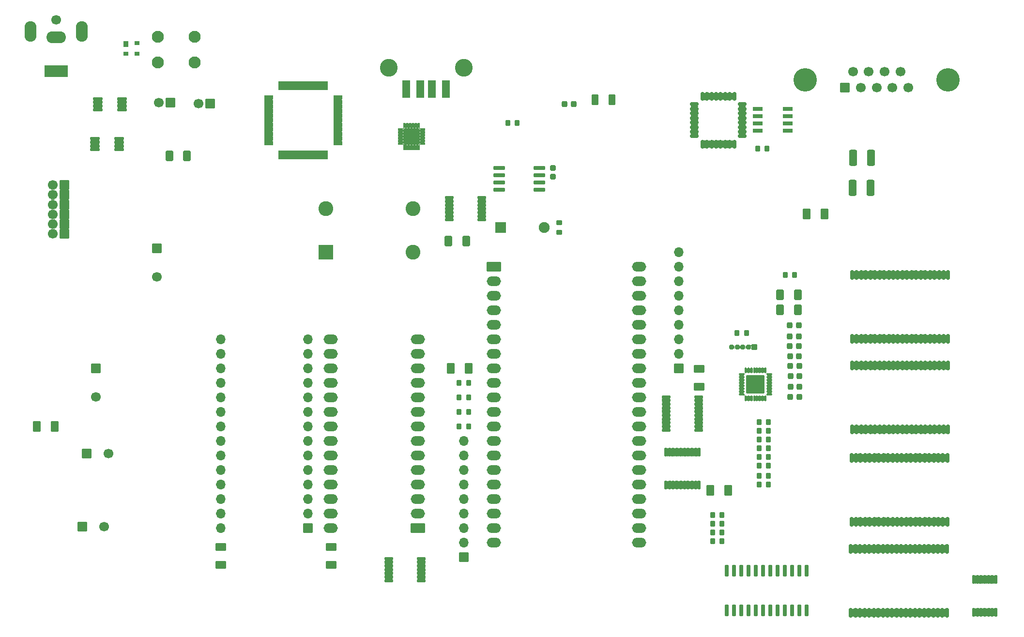
<source format=gbr>
%TF.GenerationSoftware,KiCad,Pcbnew,6.0.4-1.fc35*%
%TF.CreationDate,2022-04-12T19:23:18+05:30*%
%TF.ProjectId,8puter,38707574-6572-42e6-9b69-6361645f7063,rev?*%
%TF.SameCoordinates,Original*%
%TF.FileFunction,Soldermask,Top*%
%TF.FilePolarity,Negative*%
%FSLAX46Y46*%
G04 Gerber Fmt 4.6, Leading zero omitted, Abs format (unit mm)*
G04 Created by KiCad (PCBNEW 6.0.4-1.fc35) date 2022-04-12 19:23:18*
%MOMM*%
%LPD*%
G01*
G04 APERTURE LIST*
G04 Aperture macros list*
%AMRoundRect*
0 Rectangle with rounded corners*
0 $1 Rounding radius*
0 $2 $3 $4 $5 $6 $7 $8 $9 X,Y pos of 4 corners*
0 Add a 4 corners polygon primitive as box body*
4,1,4,$2,$3,$4,$5,$6,$7,$8,$9,$2,$3,0*
0 Add four circle primitives for the rounded corners*
1,1,$1+$1,$2,$3*
1,1,$1+$1,$4,$5*
1,1,$1+$1,$6,$7*
1,1,$1+$1,$8,$9*
0 Add four rect primitives between the rounded corners*
20,1,$1+$1,$2,$3,$4,$5,0*
20,1,$1+$1,$4,$5,$6,$7,0*
20,1,$1+$1,$6,$7,$8,$9,0*
20,1,$1+$1,$8,$9,$2,$3,0*%
G04 Aperture macros list end*
%ADD10RoundRect,0.250000X-0.200000X-0.275000X0.200000X-0.275000X0.200000X0.275000X-0.200000X0.275000X0*%
%ADD11RoundRect,0.275000X0.225000X0.250000X-0.225000X0.250000X-0.225000X-0.250000X0.225000X-0.250000X0*%
%ADD12RoundRect,0.050000X0.800000X0.800000X-0.800000X0.800000X-0.800000X-0.800000X0.800000X-0.800000X0*%
%ADD13C,1.700000*%
%ADD14RoundRect,0.050000X-0.425000X0.425000X-0.425000X-0.425000X0.425000X-0.425000X0.425000X0.425000X0*%
%ADD15O,0.950000X0.950000*%
%ADD16RoundRect,0.112500X-0.375000X-0.062500X0.375000X-0.062500X0.375000X0.062500X-0.375000X0.062500X0*%
%ADD17RoundRect,0.112500X-0.062500X-0.375000X0.062500X-0.375000X0.062500X0.375000X-0.062500X0.375000X0*%
%ADD18RoundRect,0.050000X-1.550000X-1.550000X1.550000X-1.550000X1.550000X1.550000X-1.550000X1.550000X0*%
%ADD19RoundRect,0.150000X-0.712500X-0.100000X0.712500X-0.100000X0.712500X0.100000X-0.712500X0.100000X0*%
%ADD20RoundRect,0.250000X0.200000X0.275000X-0.200000X0.275000X-0.200000X-0.275000X0.200000X-0.275000X0*%
%ADD21RoundRect,0.050000X0.625000X1.500000X-0.625000X1.500000X-0.625000X-1.500000X0.625000X-1.500000X0*%
%ADD22C,3.100000*%
%ADD23RoundRect,0.050000X-0.350000X-0.500000X0.350000X-0.500000X0.350000X0.500000X-0.350000X0.500000X0*%
%ADD24RoundRect,0.050000X-0.350000X-0.300000X0.350000X-0.300000X0.350000X0.300000X-0.350000X0.300000X0*%
%ADD25RoundRect,0.187500X-0.137500X0.625000X-0.137500X-0.625000X0.137500X-0.625000X0.137500X0.625000X0*%
%ADD26RoundRect,0.150000X0.637500X0.100000X-0.637500X0.100000X-0.637500X-0.100000X0.637500X-0.100000X0*%
%ADD27RoundRect,0.050000X-0.900000X-0.900000X0.900000X-0.900000X0.900000X0.900000X-0.900000X0.900000X0*%
%ADD28O,1.900000X1.900000*%
%ADD29RoundRect,0.050000X2.000000X1.000000X-2.000000X1.000000X-2.000000X-1.000000X2.000000X-1.000000X0*%
%ADD30O,3.400000X2.100000*%
%ADD31O,2.100000X3.600000*%
%ADD32RoundRect,0.175000X-0.625000X-0.125000X0.625000X-0.125000X0.625000X0.125000X-0.625000X0.125000X0*%
%ADD33RoundRect,0.175000X-0.125000X-0.625000X0.125000X-0.625000X0.125000X0.625000X-0.125000X0.625000X0*%
%ADD34RoundRect,0.050000X-0.800000X-0.800000X0.800000X-0.800000X0.800000X0.800000X-0.800000X0.800000X0*%
%ADD35RoundRect,0.050000X0.800000X-0.800000X0.800000X0.800000X-0.800000X0.800000X-0.800000X-0.800000X0*%
%ADD36O,1.700000X1.700000*%
%ADD37RoundRect,0.150000X0.100000X-0.637500X0.100000X0.637500X-0.100000X0.637500X-0.100000X-0.637500X0*%
%ADD38RoundRect,0.300000X0.400000X0.625000X-0.400000X0.625000X-0.400000X-0.625000X0.400000X-0.625000X0*%
%ADD39RoundRect,0.300000X-0.325000X-0.650000X0.325000X-0.650000X0.325000X0.650000X-0.325000X0.650000X0*%
%ADD40RoundRect,0.300000X0.412500X0.650000X-0.412500X0.650000X-0.412500X-0.650000X0.412500X-0.650000X0*%
%ADD41RoundRect,0.050000X-0.800000X0.800000X-0.800000X-0.800000X0.800000X-0.800000X0.800000X0.800000X0*%
%ADD42RoundRect,0.200000X0.150000X-0.837500X0.150000X0.837500X-0.150000X0.837500X-0.150000X-0.837500X0*%
%ADD43RoundRect,0.150000X-0.637500X-0.100000X0.637500X-0.100000X0.637500X0.100000X-0.637500X0.100000X0*%
%ADD44RoundRect,0.150000X-0.100000X0.637500X-0.100000X-0.637500X0.100000X-0.637500X0.100000X0.637500X0*%
%ADD45RoundRect,0.050000X-1.200000X-0.800000X1.200000X-0.800000X1.200000X0.800000X-1.200000X0.800000X0*%
%ADD46O,2.500000X1.700000*%
%ADD47RoundRect,0.200000X0.675000X0.150000X-0.675000X0.150000X-0.675000X-0.150000X0.675000X-0.150000X0*%
%ADD48RoundRect,0.300000X-0.400000X-0.625000X0.400000X-0.625000X0.400000X0.625000X-0.400000X0.625000X0*%
%ADD49RoundRect,0.050000X-0.750000X-0.260000X0.750000X-0.260000X0.750000X0.260000X-0.750000X0.260000X0*%
%ADD50RoundRect,0.050000X-0.260000X-0.750000X0.260000X-0.750000X0.260000X0.750000X-0.260000X0.750000X0*%
%ADD51RoundRect,0.300000X0.412500X1.100000X-0.412500X1.100000X-0.412500X-1.100000X0.412500X-1.100000X0*%
%ADD52RoundRect,0.300000X-0.412500X-0.650000X0.412500X-0.650000X0.412500X0.650000X-0.412500X0.650000X0*%
%ADD53RoundRect,0.050000X-1.250000X-1.250000X1.250000X-1.250000X1.250000X1.250000X-1.250000X1.250000X0*%
%ADD54C,2.600000*%
%ADD55RoundRect,0.250000X-0.275000X0.200000X-0.275000X-0.200000X0.275000X-0.200000X0.275000X0.200000X0*%
%ADD56RoundRect,0.300000X0.650000X-0.412500X0.650000X0.412500X-0.650000X0.412500X-0.650000X-0.412500X0*%
%ADD57RoundRect,0.300000X-0.650000X0.412500X-0.650000X-0.412500X0.650000X-0.412500X0.650000X0.412500X0*%
%ADD58RoundRect,0.275000X-0.225000X-0.250000X0.225000X-0.250000X0.225000X0.250000X-0.225000X0.250000X0*%
%ADD59RoundRect,0.050000X1.200000X0.800000X-1.200000X0.800000X-1.200000X-0.800000X1.200000X-0.800000X0*%
%ADD60C,2.100000*%
%ADD61RoundRect,0.275000X-0.250000X0.225000X-0.250000X-0.225000X0.250000X-0.225000X0.250000X0.225000X0*%
%ADD62RoundRect,0.112500X-0.350000X-0.062500X0.350000X-0.062500X0.350000X0.062500X-0.350000X0.062500X0*%
%ADD63RoundRect,0.112500X-0.062500X-0.350000X0.062500X-0.350000X0.062500X0.350000X-0.062500X0.350000X0*%
%ADD64RoundRect,0.050000X-1.300000X-1.300000X1.300000X-1.300000X1.300000X1.300000X-1.300000X1.300000X0*%
%ADD65RoundRect,0.200000X-0.800000X-0.150000X0.800000X-0.150000X0.800000X0.150000X-0.800000X0.150000X0*%
%ADD66C,4.100000*%
G04 APERTURE END LIST*
D10*
%TO.C,R9*%
X193583000Y-81435000D03*
X195233000Y-81435000D03*
%TD*%
D11*
%TO.C,C30*%
X195958000Y-92115000D03*
X194408000Y-92115000D03*
%TD*%
%TO.C,C29*%
X195958000Y-93835000D03*
X194408000Y-93835000D03*
%TD*%
%TO.C,C28*%
X195983000Y-95635000D03*
X194433000Y-95635000D03*
%TD*%
%TO.C,C27*%
X196033000Y-97335000D03*
X194483000Y-97335000D03*
%TD*%
%TO.C,C26*%
X196058000Y-99135000D03*
X194508000Y-99135000D03*
%TD*%
%TO.C,C31*%
X195958000Y-90235000D03*
X194408000Y-90235000D03*
%TD*%
%TO.C,C24*%
X196033000Y-102735000D03*
X194483000Y-102735000D03*
%TD*%
%TO.C,C25*%
X196058000Y-100935000D03*
X194508000Y-100935000D03*
%TD*%
D12*
%TO.C,C5*%
X67508000Y-74235000D03*
D13*
X65508000Y-74235000D03*
%TD*%
D12*
%TO.C,C6*%
X67508000Y-72535000D03*
D13*
X65508000Y-72535000D03*
%TD*%
D12*
%TO.C,C7*%
X67508000Y-70835000D03*
D13*
X65508000Y-70835000D03*
%TD*%
D12*
%TO.C,C8*%
X67508000Y-69135000D03*
D13*
X65508000Y-69135000D03*
%TD*%
D12*
%TO.C,C19*%
X67508000Y-67335000D03*
D13*
X65508000Y-67335000D03*
%TD*%
D12*
%TO.C,C20*%
X67508000Y-65635000D03*
D13*
X65508000Y-65635000D03*
%TD*%
D14*
%TO.C,J4*%
X188208000Y-94035000D03*
D15*
X187208000Y-94035000D03*
X186208000Y-94035000D03*
X185208000Y-94035000D03*
X184208000Y-94035000D03*
%TD*%
D16*
%TO.C,U15*%
X185970500Y-98785000D03*
X185970500Y-99285000D03*
X185970500Y-99785000D03*
X185970500Y-100285000D03*
X185970500Y-100785000D03*
X185970500Y-101285000D03*
X185970500Y-101785000D03*
X185970500Y-102285000D03*
D17*
X186658000Y-102972500D03*
X187158000Y-102972500D03*
X187658000Y-102972500D03*
X188158000Y-102972500D03*
X188658000Y-102972500D03*
X189158000Y-102972500D03*
X189658000Y-102972500D03*
X190158000Y-102972500D03*
D16*
X190845500Y-102285000D03*
X190845500Y-101785000D03*
X190845500Y-101285000D03*
X190845500Y-100785000D03*
X190845500Y-100285000D03*
X190845500Y-99785000D03*
X190845500Y-99285000D03*
X190845500Y-98785000D03*
D17*
X190158000Y-98097500D03*
X189658000Y-98097500D03*
X189158000Y-98097500D03*
X188658000Y-98097500D03*
X188158000Y-98097500D03*
X187658000Y-98097500D03*
X187158000Y-98097500D03*
X186658000Y-98097500D03*
D18*
X188408000Y-100535000D03*
%TD*%
D19*
%TO.C,PWREG1*%
X72895500Y-57560000D03*
X72895500Y-58210000D03*
X72895500Y-58860000D03*
X72895500Y-59510000D03*
X77120500Y-59510000D03*
X77120500Y-58860000D03*
X77120500Y-58210000D03*
X77120500Y-57560000D03*
%TD*%
D20*
%TO.C,R8*%
X186808000Y-91535000D03*
X185158000Y-91535000D03*
%TD*%
%TO.C,R21*%
X182563000Y-124923000D03*
X180913000Y-124923000D03*
%TD*%
D21*
%TO.C,J3*%
X134308000Y-48865000D03*
X131808000Y-48865000D03*
X129808000Y-48865000D03*
X127308000Y-48865000D03*
D22*
X137378000Y-45185000D03*
X124238000Y-45185000D03*
%TD*%
D23*
%TO.C,U6*%
X78281000Y-41028000D03*
D24*
X78281000Y-42728000D03*
X80281000Y-42728000D03*
X80281000Y-40828000D03*
%TD*%
D25*
%TO.C,ERAM2*%
X222103000Y-97237500D03*
X221303000Y-97237500D03*
X220503000Y-97237500D03*
X219703000Y-97237500D03*
X218903000Y-97237500D03*
X218103000Y-97237500D03*
X217303000Y-97237500D03*
X216503000Y-97237500D03*
X215703000Y-97237500D03*
X214903000Y-97237500D03*
X214103000Y-97237500D03*
X213303000Y-97237500D03*
X212503000Y-97237500D03*
X211703000Y-97237500D03*
X210903000Y-97237500D03*
X210103000Y-97237500D03*
X209303000Y-97237500D03*
X208503000Y-97237500D03*
X207703000Y-97237500D03*
X206903000Y-97237500D03*
X206103000Y-97237500D03*
X205303000Y-97237500D03*
X205303000Y-108412500D03*
X206103000Y-108412500D03*
X206903000Y-108412500D03*
X207703000Y-108412500D03*
X208503000Y-108412500D03*
X209303000Y-108412500D03*
X210103000Y-108412500D03*
X210903000Y-108412500D03*
X211703000Y-108412500D03*
X212503000Y-108412500D03*
X213303000Y-108412500D03*
X214103000Y-108412500D03*
X214903000Y-108412500D03*
X215703000Y-108412500D03*
X216503000Y-108412500D03*
X217303000Y-108412500D03*
X218103000Y-108412500D03*
X218903000Y-108412500D03*
X219703000Y-108412500D03*
X220503000Y-108412500D03*
X221303000Y-108412500D03*
X222103000Y-108412500D03*
%TD*%
D26*
%TO.C,U2*%
X140570500Y-71785000D03*
X140570500Y-71135000D03*
X140570500Y-70485000D03*
X140570500Y-69835000D03*
X140570500Y-69185000D03*
X140570500Y-68535000D03*
X140570500Y-67885000D03*
X134845500Y-67885000D03*
X134845500Y-68535000D03*
X134845500Y-69185000D03*
X134845500Y-69835000D03*
X134845500Y-70485000D03*
X134845500Y-71135000D03*
X134845500Y-71785000D03*
%TD*%
D27*
%TO.C,D1*%
X143798000Y-73135000D03*
D28*
X151418000Y-73135000D03*
%TD*%
D20*
%TO.C,R20*%
X182563000Y-123399000D03*
X180913000Y-123399000D03*
%TD*%
D13*
%TO.C,J1*%
X66103000Y-36796000D03*
D29*
X66103000Y-45796000D03*
D30*
X66103000Y-39796000D03*
D31*
X70603000Y-38796000D03*
X61603000Y-38796000D03*
%TD*%
D20*
%TO.C,R17*%
X190691000Y-114763000D03*
X189041000Y-114763000D03*
%TD*%
D32*
%TO.C,U7*%
X177733000Y-51535000D03*
X177733000Y-52335000D03*
X177733000Y-53135000D03*
X177733000Y-53935000D03*
X177733000Y-54735000D03*
X177733000Y-55535000D03*
X177733000Y-56335000D03*
X177733000Y-57135000D03*
D33*
X179108000Y-58510000D03*
X179908000Y-58510000D03*
X180708000Y-58510000D03*
X181508000Y-58510000D03*
X182308000Y-58510000D03*
X183108000Y-58510000D03*
X183908000Y-58510000D03*
X184708000Y-58510000D03*
D32*
X186083000Y-57135000D03*
X186083000Y-56335000D03*
X186083000Y-55535000D03*
X186083000Y-54735000D03*
X186083000Y-53935000D03*
X186083000Y-53135000D03*
X186083000Y-52335000D03*
X186083000Y-51535000D03*
D33*
X184708000Y-50160000D03*
X183908000Y-50160000D03*
X183108000Y-50160000D03*
X182308000Y-50160000D03*
X181508000Y-50160000D03*
X180708000Y-50160000D03*
X179908000Y-50160000D03*
X179108000Y-50160000D03*
%TD*%
D10*
%TO.C,R35*%
X136590000Y-100285000D03*
X138240000Y-100285000D03*
%TD*%
D34*
%TO.C,C14*%
X70715349Y-125431000D03*
D13*
X74515349Y-125431000D03*
%TD*%
D35*
%TO.C,RP2*%
X137415000Y-130780000D03*
D36*
X137415000Y-128240000D03*
X137415000Y-125700000D03*
X137415000Y-123160000D03*
X137415000Y-120620000D03*
X137415000Y-118080000D03*
X137415000Y-115540000D03*
X137415000Y-113000000D03*
X137415000Y-110460000D03*
%TD*%
D37*
%TO.C,U11*%
X226558000Y-140397500D03*
X227208000Y-140397500D03*
X227858000Y-140397500D03*
X228508000Y-140397500D03*
X229158000Y-140397500D03*
X229808000Y-140397500D03*
X230458000Y-140397500D03*
X230458000Y-134672500D03*
X229808000Y-134672500D03*
X229158000Y-134672500D03*
X228508000Y-134672500D03*
X227858000Y-134672500D03*
X227208000Y-134672500D03*
X226558000Y-134672500D03*
%TD*%
D38*
%TO.C,R4*%
X195808000Y-84835000D03*
X192708000Y-84835000D03*
%TD*%
D39*
%TO.C,C23*%
X160333000Y-50735000D03*
X163283000Y-50735000D03*
%TD*%
D20*
%TO.C,R18*%
X190691000Y-116535000D03*
X189041000Y-116535000D03*
%TD*%
%TO.C,R12*%
X190691000Y-107143000D03*
X189041000Y-107143000D03*
%TD*%
%TO.C,R22*%
X182563000Y-126447000D03*
X180913000Y-126447000D03*
%TD*%
D10*
%TO.C,R6*%
X145083000Y-54835000D03*
X146733000Y-54835000D03*
%TD*%
D40*
%TO.C,C4*%
X138215500Y-97745000D03*
X135090500Y-97745000D03*
%TD*%
D34*
%TO.C,C13*%
X71477349Y-112604000D03*
D13*
X75277349Y-112604000D03*
%TD*%
D41*
%TO.C,C3*%
X83708000Y-76732349D03*
D13*
X83708000Y-81732349D03*
%TD*%
D42*
%TO.C,AD_DEC1*%
X183389000Y-140069500D03*
X184659000Y-140069500D03*
X185929000Y-140069500D03*
X187199000Y-140069500D03*
X188469000Y-140069500D03*
X189739000Y-140069500D03*
X191009000Y-140069500D03*
X192279000Y-140069500D03*
X193549000Y-140069500D03*
X194819000Y-140069500D03*
X196089000Y-140069500D03*
X197359000Y-140069500D03*
X197359000Y-133144500D03*
X196089000Y-133144500D03*
X194819000Y-133144500D03*
X193549000Y-133144500D03*
X192279000Y-133144500D03*
X191009000Y-133144500D03*
X189739000Y-133144500D03*
X188469000Y-133144500D03*
X187199000Y-133144500D03*
X185929000Y-133144500D03*
X184659000Y-133144500D03*
X183389000Y-133144500D03*
%TD*%
D41*
%TO.C,C3*%
X73026000Y-97755349D03*
D13*
X73026000Y-102755349D03*
%TD*%
D43*
%TO.C,BDT1*%
X172779500Y-102694000D03*
X172779500Y-103344000D03*
X172779500Y-103994000D03*
X172779500Y-104644000D03*
X172779500Y-105294000D03*
X172779500Y-105944000D03*
X172779500Y-106594000D03*
X172779500Y-107244000D03*
X172779500Y-107894000D03*
X172779500Y-108544000D03*
X178504500Y-108544000D03*
X178504500Y-107894000D03*
X178504500Y-107244000D03*
X178504500Y-106594000D03*
X178504500Y-105944000D03*
X178504500Y-105294000D03*
X178504500Y-104644000D03*
X178504500Y-103994000D03*
X178504500Y-103344000D03*
X178504500Y-102694000D03*
%TD*%
D44*
%TO.C,LATCH1*%
X178567000Y-112408500D03*
X177917000Y-112408500D03*
X177267000Y-112408500D03*
X176617000Y-112408500D03*
X175967000Y-112408500D03*
X175317000Y-112408500D03*
X174667000Y-112408500D03*
X174017000Y-112408500D03*
X173367000Y-112408500D03*
X172717000Y-112408500D03*
X172717000Y-118133500D03*
X173367000Y-118133500D03*
X174017000Y-118133500D03*
X174667000Y-118133500D03*
X175317000Y-118133500D03*
X175967000Y-118133500D03*
X176617000Y-118133500D03*
X177267000Y-118133500D03*
X177917000Y-118133500D03*
X178567000Y-118133500D03*
%TD*%
D12*
%TO.C,C17*%
X86087000Y-51267000D03*
D13*
X84087000Y-51267000D03*
%TD*%
D45*
%TO.C,CPU1*%
X142622000Y-79970000D03*
D46*
X142622000Y-82510000D03*
X142622000Y-85050000D03*
X142622000Y-87590000D03*
X142622000Y-90130000D03*
X142622000Y-92670000D03*
X142622000Y-95210000D03*
X142622000Y-97750000D03*
X142622000Y-100290000D03*
X142622000Y-102830000D03*
X142622000Y-105370000D03*
X142622000Y-107910000D03*
X142622000Y-110450000D03*
X142622000Y-112990000D03*
X142622000Y-115530000D03*
X142622000Y-118070000D03*
X142622000Y-120610000D03*
X142622000Y-123150000D03*
X142622000Y-125690000D03*
X142622000Y-128230000D03*
X168022000Y-128230000D03*
X168022000Y-125690000D03*
X168022000Y-123150000D03*
X168022000Y-120610000D03*
X168022000Y-118070000D03*
X168022000Y-115530000D03*
X168022000Y-112990000D03*
X168022000Y-110450000D03*
X168022000Y-107910000D03*
X168022000Y-105370000D03*
X168022000Y-102830000D03*
X168022000Y-100290000D03*
X168022000Y-97750000D03*
X168022000Y-95210000D03*
X168022000Y-92670000D03*
X168022000Y-90130000D03*
X168022000Y-87590000D03*
X168022000Y-85050000D03*
X168022000Y-82510000D03*
X168022000Y-79970000D03*
%TD*%
D19*
%TO.C,PWREG2*%
X73395500Y-50560000D03*
X73395500Y-51210000D03*
X73395500Y-51860000D03*
X73395500Y-52510000D03*
X77620500Y-52510000D03*
X77620500Y-51860000D03*
X77620500Y-51210000D03*
X77620500Y-50560000D03*
%TD*%
D20*
%TO.C,R19*%
X190691000Y-118059000D03*
X189041000Y-118059000D03*
%TD*%
D38*
%TO.C,R5*%
X195808000Y-87535000D03*
X192708000Y-87535000D03*
%TD*%
D47*
%TO.C,U13*%
X194033000Y-56140000D03*
X194033000Y-54870000D03*
X194033000Y-53600000D03*
X194033000Y-52330000D03*
X188783000Y-52330000D03*
X188783000Y-53600000D03*
X188783000Y-54870000D03*
X188783000Y-56140000D03*
%TD*%
D48*
%TO.C,R2*%
X85908000Y-60535000D03*
X89008000Y-60535000D03*
%TD*%
D49*
%TO.C,U12*%
X103258000Y-50335000D03*
X103258000Y-51135000D03*
X103258000Y-51935000D03*
X103258000Y-52735000D03*
X103258000Y-53535000D03*
X103258000Y-54335000D03*
X103258000Y-55135000D03*
X103258000Y-55935000D03*
X103258000Y-56735000D03*
X103258000Y-57535000D03*
X103258000Y-58335000D03*
D50*
X105308000Y-60385000D03*
X106108000Y-60385000D03*
X106908000Y-60385000D03*
X107708000Y-60385000D03*
X108508000Y-60385000D03*
X109308000Y-60385000D03*
X110108000Y-60385000D03*
X110908000Y-60385000D03*
X111708000Y-60385000D03*
X112508000Y-60385000D03*
X113308000Y-60385000D03*
D49*
X115358000Y-58335000D03*
X115358000Y-57535000D03*
X115358000Y-56735000D03*
X115358000Y-55935000D03*
X115358000Y-55135000D03*
X115358000Y-54335000D03*
X115358000Y-53535000D03*
X115358000Y-52735000D03*
X115358000Y-51935000D03*
X115358000Y-51135000D03*
X115358000Y-50335000D03*
D50*
X113308000Y-48285000D03*
X112508000Y-48285000D03*
X111708000Y-48285000D03*
X110908000Y-48285000D03*
X110108000Y-48285000D03*
X109308000Y-48285000D03*
X108508000Y-48285000D03*
X107708000Y-48285000D03*
X106908000Y-48285000D03*
X106108000Y-48285000D03*
X105308000Y-48285000D03*
%TD*%
D51*
%TO.C,C12*%
X208570500Y-60935000D03*
X205445500Y-60935000D03*
%TD*%
D52*
%TO.C,C18*%
X197345500Y-70735000D03*
X200470500Y-70735000D03*
%TD*%
D53*
%TO.C,CRYSTAL0*%
X113288000Y-77445000D03*
D54*
X128528000Y-77445000D03*
X128528000Y-69825000D03*
X113288000Y-69825000D03*
%TD*%
D55*
%TO.C,R1*%
X154108000Y-72285000D03*
X154108000Y-73935000D03*
%TD*%
D56*
%TO.C,C10*%
X178508000Y-100935000D03*
X178508000Y-97810000D03*
%TD*%
D10*
%TO.C,R34*%
X136590000Y-102825000D03*
X138240000Y-102825000D03*
%TD*%
D25*
%TO.C,ERAM3*%
X222103000Y-81362500D03*
X221303000Y-81362500D03*
X220503000Y-81362500D03*
X219703000Y-81362500D03*
X218903000Y-81362500D03*
X218103000Y-81362500D03*
X217303000Y-81362500D03*
X216503000Y-81362500D03*
X215703000Y-81362500D03*
X214903000Y-81362500D03*
X214103000Y-81362500D03*
X213303000Y-81362500D03*
X212503000Y-81362500D03*
X211703000Y-81362500D03*
X210903000Y-81362500D03*
X210103000Y-81362500D03*
X209303000Y-81362500D03*
X208503000Y-81362500D03*
X207703000Y-81362500D03*
X206903000Y-81362500D03*
X206103000Y-81362500D03*
X205303000Y-81362500D03*
X205303000Y-92537500D03*
X206103000Y-92537500D03*
X206903000Y-92537500D03*
X207703000Y-92537500D03*
X208503000Y-92537500D03*
X209303000Y-92537500D03*
X210103000Y-92537500D03*
X210903000Y-92537500D03*
X211703000Y-92537500D03*
X212503000Y-92537500D03*
X213303000Y-92537500D03*
X214103000Y-92537500D03*
X214903000Y-92537500D03*
X215703000Y-92537500D03*
X216503000Y-92537500D03*
X217303000Y-92537500D03*
X218103000Y-92537500D03*
X218903000Y-92537500D03*
X219703000Y-92537500D03*
X220503000Y-92537500D03*
X221303000Y-92537500D03*
X222103000Y-92537500D03*
%TD*%
D20*
%TO.C,R23*%
X182563000Y-127971000D03*
X180913000Y-127971000D03*
%TD*%
D12*
%TO.C,C1*%
X93040000Y-51394000D03*
D13*
X91040000Y-51394000D03*
%TD*%
D25*
%TO.C,ERAM0*%
X221885000Y-129312500D03*
X221085000Y-129312500D03*
X220285000Y-129312500D03*
X219485000Y-129312500D03*
X218685000Y-129312500D03*
X217885000Y-129312500D03*
X217085000Y-129312500D03*
X216285000Y-129312500D03*
X215485000Y-129312500D03*
X214685000Y-129312500D03*
X213885000Y-129312500D03*
X213085000Y-129312500D03*
X212285000Y-129312500D03*
X211485000Y-129312500D03*
X210685000Y-129312500D03*
X209885000Y-129312500D03*
X209085000Y-129312500D03*
X208285000Y-129312500D03*
X207485000Y-129312500D03*
X206685000Y-129312500D03*
X205885000Y-129312500D03*
X205085000Y-129312500D03*
X205085000Y-140487500D03*
X205885000Y-140487500D03*
X206685000Y-140487500D03*
X207485000Y-140487500D03*
X208285000Y-140487500D03*
X209085000Y-140487500D03*
X209885000Y-140487500D03*
X210685000Y-140487500D03*
X211485000Y-140487500D03*
X212285000Y-140487500D03*
X213085000Y-140487500D03*
X213885000Y-140487500D03*
X214685000Y-140487500D03*
X215485000Y-140487500D03*
X216285000Y-140487500D03*
X217085000Y-140487500D03*
X217885000Y-140487500D03*
X218685000Y-140487500D03*
X219485000Y-140487500D03*
X220285000Y-140487500D03*
X221085000Y-140487500D03*
X221885000Y-140487500D03*
%TD*%
D20*
%TO.C,R14*%
X190691000Y-110191000D03*
X189041000Y-110191000D03*
%TD*%
D10*
%TO.C,R7*%
X188783000Y-59335000D03*
X190433000Y-59335000D03*
%TD*%
D57*
%TO.C,C16*%
X94870000Y-128948500D03*
X94870000Y-132073500D03*
%TD*%
D58*
%TO.C,C22*%
X155033000Y-51535000D03*
X156583000Y-51535000D03*
%TD*%
D57*
%TO.C,C15*%
X114174000Y-128948500D03*
X114174000Y-132073500D03*
%TD*%
D26*
%TO.C,U8*%
X129970500Y-134885000D03*
X129970500Y-134235000D03*
X129970500Y-133585000D03*
X129970500Y-132935000D03*
X129970500Y-132285000D03*
X129970500Y-131635000D03*
X129970500Y-130985000D03*
X124245500Y-130985000D03*
X124245500Y-131635000D03*
X124245500Y-132285000D03*
X124245500Y-132935000D03*
X124245500Y-133585000D03*
X124245500Y-134235000D03*
X124245500Y-134885000D03*
%TD*%
D20*
%TO.C,R13*%
X190691000Y-108667000D03*
X189041000Y-108667000D03*
%TD*%
%TO.C,R15*%
X190691000Y-111715000D03*
X189041000Y-111715000D03*
%TD*%
D12*
%TO.C,SRAM1*%
X110115000Y-125675000D03*
D36*
X110115000Y-123135000D03*
X110115000Y-120595000D03*
X110115000Y-118055000D03*
X110115000Y-115515000D03*
X110115000Y-112975000D03*
X110115000Y-110435000D03*
X110115000Y-107895000D03*
X110115000Y-105355000D03*
X110115000Y-102815000D03*
X110115000Y-100275000D03*
X110115000Y-97735000D03*
X110115000Y-95195000D03*
X110115000Y-92655000D03*
X94875000Y-92655000D03*
X94875000Y-95195000D03*
X94875000Y-97735000D03*
X94875000Y-100275000D03*
X94875000Y-102815000D03*
X94875000Y-105355000D03*
X94875000Y-107895000D03*
X94875000Y-110435000D03*
X94875000Y-112975000D03*
X94875000Y-115515000D03*
X94875000Y-118055000D03*
X94875000Y-120595000D03*
X94875000Y-123135000D03*
X94875000Y-125675000D03*
%TD*%
D52*
%TO.C,C9*%
X180468000Y-119081000D03*
X183593000Y-119081000D03*
%TD*%
D59*
%TO.C,ROM1*%
X129394000Y-125675000D03*
D46*
X129394000Y-123135000D03*
X129394000Y-120595000D03*
X129394000Y-118055000D03*
X129394000Y-115515000D03*
X129394000Y-112975000D03*
X129394000Y-110435000D03*
X129394000Y-107895000D03*
X129394000Y-105355000D03*
X129394000Y-102815000D03*
X129394000Y-100275000D03*
X129394000Y-97735000D03*
X129394000Y-95195000D03*
X129394000Y-92655000D03*
X114154000Y-92655000D03*
X114154000Y-95195000D03*
X114154000Y-97735000D03*
X114154000Y-100275000D03*
X114154000Y-102815000D03*
X114154000Y-105355000D03*
X114154000Y-107895000D03*
X114154000Y-110435000D03*
X114154000Y-112975000D03*
X114154000Y-115515000D03*
X114154000Y-118055000D03*
X114154000Y-120595000D03*
X114154000Y-123135000D03*
X114154000Y-125675000D03*
%TD*%
D35*
%TO.C,RP1*%
X175007000Y-97745000D03*
D36*
X175007000Y-95205000D03*
X175007000Y-92665000D03*
X175007000Y-90125000D03*
X175007000Y-87585000D03*
X175007000Y-85045000D03*
X175007000Y-82505000D03*
X175007000Y-79965000D03*
X175007000Y-77425000D03*
%TD*%
D51*
%TO.C,C2*%
X208508000Y-66135000D03*
X205383000Y-66135000D03*
%TD*%
D60*
%TO.C,SW1*%
X83853000Y-39746000D03*
X90353000Y-39746000D03*
X83853000Y-44246000D03*
X90353000Y-44246000D03*
%TD*%
D61*
%TO.C,C21*%
X153008000Y-62685000D03*
X153008000Y-64235000D03*
%TD*%
D10*
%TO.C,R33*%
X136590000Y-105365000D03*
X138240000Y-105365000D03*
%TD*%
D20*
%TO.C,R16*%
X190691000Y-113239000D03*
X189041000Y-113239000D03*
%TD*%
D48*
%TO.C,R3*%
X134708000Y-75435000D03*
X137808000Y-75435000D03*
%TD*%
D62*
%TO.C,U14*%
X126320500Y-55935000D03*
X126320500Y-56435000D03*
X126320500Y-56935000D03*
X126320500Y-57435000D03*
X126320500Y-57935000D03*
X126320500Y-58435000D03*
D63*
X127008000Y-59122500D03*
X127508000Y-59122500D03*
X128008000Y-59122500D03*
X128508000Y-59122500D03*
X129008000Y-59122500D03*
X129508000Y-59122500D03*
D62*
X130195500Y-58435000D03*
X130195500Y-57935000D03*
X130195500Y-57435000D03*
X130195500Y-56935000D03*
X130195500Y-56435000D03*
X130195500Y-55935000D03*
D63*
X129508000Y-55247500D03*
X129008000Y-55247500D03*
X128508000Y-55247500D03*
X128008000Y-55247500D03*
X127508000Y-55247500D03*
X127008000Y-55247500D03*
D64*
X128258000Y-57185000D03*
%TD*%
D52*
%TO.C,C11*%
X62733500Y-107915461D03*
X65858500Y-107915461D03*
%TD*%
D25*
%TO.C,ERAM1*%
X221976000Y-113366500D03*
X221176000Y-113366500D03*
X220376000Y-113366500D03*
X219576000Y-113366500D03*
X218776000Y-113366500D03*
X217976000Y-113366500D03*
X217176000Y-113366500D03*
X216376000Y-113366500D03*
X215576000Y-113366500D03*
X214776000Y-113366500D03*
X213976000Y-113366500D03*
X213176000Y-113366500D03*
X212376000Y-113366500D03*
X211576000Y-113366500D03*
X210776000Y-113366500D03*
X209976000Y-113366500D03*
X209176000Y-113366500D03*
X208376000Y-113366500D03*
X207576000Y-113366500D03*
X206776000Y-113366500D03*
X205976000Y-113366500D03*
X205176000Y-113366500D03*
X205176000Y-124541500D03*
X205976000Y-124541500D03*
X206776000Y-124541500D03*
X207576000Y-124541500D03*
X208376000Y-124541500D03*
X209176000Y-124541500D03*
X209976000Y-124541500D03*
X210776000Y-124541500D03*
X211576000Y-124541500D03*
X212376000Y-124541500D03*
X213176000Y-124541500D03*
X213976000Y-124541500D03*
X214776000Y-124541500D03*
X215576000Y-124541500D03*
X216376000Y-124541500D03*
X217176000Y-124541500D03*
X217976000Y-124541500D03*
X218776000Y-124541500D03*
X219576000Y-124541500D03*
X220376000Y-124541500D03*
X221176000Y-124541500D03*
X221976000Y-124541500D03*
%TD*%
D10*
%TO.C,R32*%
X136590000Y-107905000D03*
X138240000Y-107905000D03*
%TD*%
D65*
%TO.C,U3*%
X150608000Y-62730000D03*
X150608000Y-64000000D03*
X150608000Y-65270000D03*
X150608000Y-66540000D03*
X143608000Y-66540000D03*
X143608000Y-65270000D03*
X143608000Y-64000000D03*
X143608000Y-62730000D03*
%TD*%
D66*
%TO.C,J2*%
X222098000Y-47245331D03*
X197098000Y-47245331D03*
D12*
X204058000Y-48665331D03*
D13*
X206828000Y-48665331D03*
X209598000Y-48665331D03*
X212368000Y-48665331D03*
X215138000Y-48665331D03*
X205443000Y-45825331D03*
X208213000Y-45825331D03*
X210983000Y-45825331D03*
X213753000Y-45825331D03*
%TD*%
G36*
X206170106Y-139748871D02*
G01*
X206190467Y-139769232D01*
X206191998Y-139768821D01*
X206192981Y-139769431D01*
X206218303Y-139798189D01*
X206285990Y-139817483D01*
X206353373Y-139797116D01*
X206377193Y-139769627D01*
X206379083Y-139768973D01*
X206379546Y-139769219D01*
X206399894Y-139748871D01*
X206401826Y-139748353D01*
X206403240Y-139749767D01*
X206402971Y-139751396D01*
X206376158Y-139791526D01*
X206362000Y-139862699D01*
X206362000Y-141112301D01*
X206376158Y-141183474D01*
X206402971Y-141223604D01*
X206403102Y-141225600D01*
X206401439Y-141226711D01*
X206399894Y-141226129D01*
X206379533Y-141205768D01*
X206378002Y-141206179D01*
X206377019Y-141205569D01*
X206351697Y-141176811D01*
X206284010Y-141157517D01*
X206216627Y-141177884D01*
X206192807Y-141205373D01*
X206190917Y-141206027D01*
X206190454Y-141205781D01*
X206170106Y-141226129D01*
X206168174Y-141226647D01*
X206166760Y-141225233D01*
X206167029Y-141223604D01*
X206193842Y-141183474D01*
X206208000Y-141112301D01*
X206208000Y-139862699D01*
X206193842Y-139791526D01*
X206167029Y-139751396D01*
X206166898Y-139749400D01*
X206168561Y-139748289D01*
X206170106Y-139748871D01*
G37*
G36*
X218170106Y-139748871D02*
G01*
X218190467Y-139769232D01*
X218191998Y-139768821D01*
X218192981Y-139769431D01*
X218218303Y-139798189D01*
X218285990Y-139817483D01*
X218353373Y-139797116D01*
X218377193Y-139769627D01*
X218379083Y-139768973D01*
X218379546Y-139769219D01*
X218399894Y-139748871D01*
X218401826Y-139748353D01*
X218403240Y-139749767D01*
X218402971Y-139751396D01*
X218376158Y-139791526D01*
X218362000Y-139862699D01*
X218362000Y-141112301D01*
X218376158Y-141183474D01*
X218402971Y-141223604D01*
X218403102Y-141225600D01*
X218401439Y-141226711D01*
X218399894Y-141226129D01*
X218379533Y-141205768D01*
X218378002Y-141206179D01*
X218377019Y-141205569D01*
X218351697Y-141176811D01*
X218284010Y-141157517D01*
X218216627Y-141177884D01*
X218192807Y-141205373D01*
X218190917Y-141206027D01*
X218190454Y-141205781D01*
X218170106Y-141226129D01*
X218168174Y-141226647D01*
X218166760Y-141225233D01*
X218167029Y-141223604D01*
X218193842Y-141183474D01*
X218208000Y-141112301D01*
X218208000Y-139862699D01*
X218193842Y-139791526D01*
X218167029Y-139751396D01*
X218166898Y-139749400D01*
X218168561Y-139748289D01*
X218170106Y-139748871D01*
G37*
G36*
X214170106Y-139748871D02*
G01*
X214190467Y-139769232D01*
X214191998Y-139768821D01*
X214192981Y-139769431D01*
X214218303Y-139798189D01*
X214285990Y-139817483D01*
X214353373Y-139797116D01*
X214377193Y-139769627D01*
X214379083Y-139768973D01*
X214379546Y-139769219D01*
X214399894Y-139748871D01*
X214401826Y-139748353D01*
X214403240Y-139749767D01*
X214402971Y-139751396D01*
X214376158Y-139791526D01*
X214362000Y-139862699D01*
X214362000Y-141112301D01*
X214376158Y-141183474D01*
X214402971Y-141223604D01*
X214403102Y-141225600D01*
X214401439Y-141226711D01*
X214399894Y-141226129D01*
X214379533Y-141205768D01*
X214378002Y-141206179D01*
X214377019Y-141205569D01*
X214351697Y-141176811D01*
X214284010Y-141157517D01*
X214216627Y-141177884D01*
X214192807Y-141205373D01*
X214190917Y-141206027D01*
X214190454Y-141205781D01*
X214170106Y-141226129D01*
X214168174Y-141226647D01*
X214166760Y-141225233D01*
X214167029Y-141223604D01*
X214193842Y-141183474D01*
X214208000Y-141112301D01*
X214208000Y-139862699D01*
X214193842Y-139791526D01*
X214167029Y-139751396D01*
X214166898Y-139749400D01*
X214168561Y-139748289D01*
X214170106Y-139748871D01*
G37*
G36*
X220570106Y-139748871D02*
G01*
X220590467Y-139769232D01*
X220591998Y-139768821D01*
X220592981Y-139769431D01*
X220618303Y-139798189D01*
X220685990Y-139817483D01*
X220753373Y-139797116D01*
X220777193Y-139769627D01*
X220779083Y-139768973D01*
X220779546Y-139769219D01*
X220799894Y-139748871D01*
X220801826Y-139748353D01*
X220803240Y-139749767D01*
X220802971Y-139751396D01*
X220776158Y-139791526D01*
X220762000Y-139862699D01*
X220762000Y-141112301D01*
X220776158Y-141183474D01*
X220802971Y-141223604D01*
X220803102Y-141225600D01*
X220801439Y-141226711D01*
X220799894Y-141226129D01*
X220779533Y-141205768D01*
X220778002Y-141206179D01*
X220777019Y-141205569D01*
X220751697Y-141176811D01*
X220684010Y-141157517D01*
X220616627Y-141177884D01*
X220592807Y-141205373D01*
X220590917Y-141206027D01*
X220590454Y-141205781D01*
X220570106Y-141226129D01*
X220568174Y-141226647D01*
X220566760Y-141225233D01*
X220567029Y-141223604D01*
X220593842Y-141183474D01*
X220608000Y-141112301D01*
X220608000Y-139862699D01*
X220593842Y-139791526D01*
X220567029Y-139751396D01*
X220566898Y-139749400D01*
X220568561Y-139748289D01*
X220570106Y-139748871D01*
G37*
G36*
X221370106Y-139748871D02*
G01*
X221390467Y-139769232D01*
X221391998Y-139768821D01*
X221392981Y-139769431D01*
X221418303Y-139798189D01*
X221485990Y-139817483D01*
X221553373Y-139797116D01*
X221577193Y-139769627D01*
X221579083Y-139768973D01*
X221579546Y-139769219D01*
X221599894Y-139748871D01*
X221601826Y-139748353D01*
X221603240Y-139749767D01*
X221602971Y-139751396D01*
X221576158Y-139791526D01*
X221562000Y-139862699D01*
X221562000Y-141112301D01*
X221576158Y-141183474D01*
X221602971Y-141223604D01*
X221603102Y-141225600D01*
X221601439Y-141226711D01*
X221599894Y-141226129D01*
X221579533Y-141205768D01*
X221578002Y-141206179D01*
X221577019Y-141205569D01*
X221551697Y-141176811D01*
X221484010Y-141157517D01*
X221416627Y-141177884D01*
X221392807Y-141205373D01*
X221390917Y-141206027D01*
X221390454Y-141205781D01*
X221370106Y-141226129D01*
X221368174Y-141226647D01*
X221366760Y-141225233D01*
X221367029Y-141223604D01*
X221393842Y-141183474D01*
X221408000Y-141112301D01*
X221408000Y-139862699D01*
X221393842Y-139791526D01*
X221367029Y-139751396D01*
X221366898Y-139749400D01*
X221368561Y-139748289D01*
X221370106Y-139748871D01*
G37*
G36*
X206970106Y-139748871D02*
G01*
X206990467Y-139769232D01*
X206991998Y-139768821D01*
X206992981Y-139769431D01*
X207018303Y-139798189D01*
X207085990Y-139817483D01*
X207153373Y-139797116D01*
X207177193Y-139769627D01*
X207179083Y-139768973D01*
X207179546Y-139769219D01*
X207199894Y-139748871D01*
X207201826Y-139748353D01*
X207203240Y-139749767D01*
X207202971Y-139751396D01*
X207176158Y-139791526D01*
X207162000Y-139862699D01*
X207162000Y-141112301D01*
X207176158Y-141183474D01*
X207202971Y-141223604D01*
X207203102Y-141225600D01*
X207201439Y-141226711D01*
X207199894Y-141226129D01*
X207179533Y-141205768D01*
X207178002Y-141206179D01*
X207177019Y-141205569D01*
X207151697Y-141176811D01*
X207084010Y-141157517D01*
X207016627Y-141177884D01*
X206992807Y-141205373D01*
X206990917Y-141206027D01*
X206990454Y-141205781D01*
X206970106Y-141226129D01*
X206968174Y-141226647D01*
X206966760Y-141225233D01*
X206967029Y-141223604D01*
X206993842Y-141183474D01*
X207008000Y-141112301D01*
X207008000Y-139862699D01*
X206993842Y-139791526D01*
X206967029Y-139751396D01*
X206966898Y-139749400D01*
X206968561Y-139748289D01*
X206970106Y-139748871D01*
G37*
G36*
X217370106Y-139748871D02*
G01*
X217390467Y-139769232D01*
X217391998Y-139768821D01*
X217392981Y-139769431D01*
X217418303Y-139798189D01*
X217485990Y-139817483D01*
X217553373Y-139797116D01*
X217577193Y-139769627D01*
X217579083Y-139768973D01*
X217579546Y-139769219D01*
X217599894Y-139748871D01*
X217601826Y-139748353D01*
X217603240Y-139749767D01*
X217602971Y-139751396D01*
X217576158Y-139791526D01*
X217562000Y-139862699D01*
X217562000Y-141112301D01*
X217576158Y-141183474D01*
X217602971Y-141223604D01*
X217603102Y-141225600D01*
X217601439Y-141226711D01*
X217599894Y-141226129D01*
X217579533Y-141205768D01*
X217578002Y-141206179D01*
X217577019Y-141205569D01*
X217551697Y-141176811D01*
X217484010Y-141157517D01*
X217416627Y-141177884D01*
X217392807Y-141205373D01*
X217390917Y-141206027D01*
X217390454Y-141205781D01*
X217370106Y-141226129D01*
X217368174Y-141226647D01*
X217366760Y-141225233D01*
X217367029Y-141223604D01*
X217393842Y-141183474D01*
X217408000Y-141112301D01*
X217408000Y-139862699D01*
X217393842Y-139791526D01*
X217367029Y-139751396D01*
X217366898Y-139749400D01*
X217368561Y-139748289D01*
X217370106Y-139748871D01*
G37*
G36*
X212570106Y-139748871D02*
G01*
X212590467Y-139769232D01*
X212591998Y-139768821D01*
X212592981Y-139769431D01*
X212618303Y-139798189D01*
X212685990Y-139817483D01*
X212753373Y-139797116D01*
X212777193Y-139769627D01*
X212779083Y-139768973D01*
X212779546Y-139769219D01*
X212799894Y-139748871D01*
X212801826Y-139748353D01*
X212803240Y-139749767D01*
X212802971Y-139751396D01*
X212776158Y-139791526D01*
X212762000Y-139862699D01*
X212762000Y-141112301D01*
X212776158Y-141183474D01*
X212802971Y-141223604D01*
X212803102Y-141225600D01*
X212801439Y-141226711D01*
X212799894Y-141226129D01*
X212779533Y-141205768D01*
X212778002Y-141206179D01*
X212777019Y-141205569D01*
X212751697Y-141176811D01*
X212684010Y-141157517D01*
X212616627Y-141177884D01*
X212592807Y-141205373D01*
X212590917Y-141206027D01*
X212590454Y-141205781D01*
X212570106Y-141226129D01*
X212568174Y-141226647D01*
X212566760Y-141225233D01*
X212567029Y-141223604D01*
X212593842Y-141183474D01*
X212608000Y-141112301D01*
X212608000Y-139862699D01*
X212593842Y-139791526D01*
X212567029Y-139751396D01*
X212566898Y-139749400D01*
X212568561Y-139748289D01*
X212570106Y-139748871D01*
G37*
G36*
X218970106Y-139748871D02*
G01*
X218990467Y-139769232D01*
X218991998Y-139768821D01*
X218992981Y-139769431D01*
X219018303Y-139798189D01*
X219085990Y-139817483D01*
X219153373Y-139797116D01*
X219177193Y-139769627D01*
X219179083Y-139768973D01*
X219179546Y-139769219D01*
X219199894Y-139748871D01*
X219201826Y-139748353D01*
X219203240Y-139749767D01*
X219202971Y-139751396D01*
X219176158Y-139791526D01*
X219162000Y-139862699D01*
X219162000Y-141112301D01*
X219176158Y-141183474D01*
X219202971Y-141223604D01*
X219203102Y-141225600D01*
X219201439Y-141226711D01*
X219199894Y-141226129D01*
X219179533Y-141205768D01*
X219178002Y-141206179D01*
X219177019Y-141205569D01*
X219151697Y-141176811D01*
X219084010Y-141157517D01*
X219016627Y-141177884D01*
X218992807Y-141205373D01*
X218990917Y-141206027D01*
X218990454Y-141205781D01*
X218970106Y-141226129D01*
X218968174Y-141226647D01*
X218966760Y-141225233D01*
X218967029Y-141223604D01*
X218993842Y-141183474D01*
X219008000Y-141112301D01*
X219008000Y-139862699D01*
X218993842Y-139791526D01*
X218967029Y-139751396D01*
X218966898Y-139749400D01*
X218968561Y-139748289D01*
X218970106Y-139748871D01*
G37*
G36*
X207770106Y-139748871D02*
G01*
X207790467Y-139769232D01*
X207791998Y-139768821D01*
X207792981Y-139769431D01*
X207818303Y-139798189D01*
X207885990Y-139817483D01*
X207953373Y-139797116D01*
X207977193Y-139769627D01*
X207979083Y-139768973D01*
X207979546Y-139769219D01*
X207999894Y-139748871D01*
X208001826Y-139748353D01*
X208003240Y-139749767D01*
X208002971Y-139751396D01*
X207976158Y-139791526D01*
X207962000Y-139862699D01*
X207962000Y-141112301D01*
X207976158Y-141183474D01*
X208002971Y-141223604D01*
X208003102Y-141225600D01*
X208001439Y-141226711D01*
X207999894Y-141226129D01*
X207979533Y-141205768D01*
X207978002Y-141206179D01*
X207977019Y-141205569D01*
X207951697Y-141176811D01*
X207884010Y-141157517D01*
X207816627Y-141177884D01*
X207792807Y-141205373D01*
X207790917Y-141206027D01*
X207790454Y-141205781D01*
X207770106Y-141226129D01*
X207768174Y-141226647D01*
X207766760Y-141225233D01*
X207767029Y-141223604D01*
X207793842Y-141183474D01*
X207808000Y-141112301D01*
X207808000Y-139862699D01*
X207793842Y-139791526D01*
X207767029Y-139751396D01*
X207766898Y-139749400D01*
X207768561Y-139748289D01*
X207770106Y-139748871D01*
G37*
G36*
X210970106Y-139748871D02*
G01*
X210990467Y-139769232D01*
X210991998Y-139768821D01*
X210992981Y-139769431D01*
X211018303Y-139798189D01*
X211085990Y-139817483D01*
X211153373Y-139797116D01*
X211177193Y-139769627D01*
X211179083Y-139768973D01*
X211179546Y-139769219D01*
X211199894Y-139748871D01*
X211201826Y-139748353D01*
X211203240Y-139749767D01*
X211202971Y-139751396D01*
X211176158Y-139791526D01*
X211162000Y-139862699D01*
X211162000Y-141112301D01*
X211176158Y-141183474D01*
X211202971Y-141223604D01*
X211203102Y-141225600D01*
X211201439Y-141226711D01*
X211199894Y-141226129D01*
X211179533Y-141205768D01*
X211178002Y-141206179D01*
X211177019Y-141205569D01*
X211151697Y-141176811D01*
X211084010Y-141157517D01*
X211016627Y-141177884D01*
X210992807Y-141205373D01*
X210990917Y-141206027D01*
X210990454Y-141205781D01*
X210970106Y-141226129D01*
X210968174Y-141226647D01*
X210966760Y-141225233D01*
X210967029Y-141223604D01*
X210993842Y-141183474D01*
X211008000Y-141112301D01*
X211008000Y-139862699D01*
X210993842Y-139791526D01*
X210967029Y-139751396D01*
X210966898Y-139749400D01*
X210968561Y-139748289D01*
X210970106Y-139748871D01*
G37*
G36*
X215770106Y-139748871D02*
G01*
X215790467Y-139769232D01*
X215791998Y-139768821D01*
X215792981Y-139769431D01*
X215818303Y-139798189D01*
X215885990Y-139817483D01*
X215953373Y-139797116D01*
X215977193Y-139769627D01*
X215979083Y-139768973D01*
X215979546Y-139769219D01*
X215999894Y-139748871D01*
X216001826Y-139748353D01*
X216003240Y-139749767D01*
X216002971Y-139751396D01*
X215976158Y-139791526D01*
X215962000Y-139862699D01*
X215962000Y-141112301D01*
X215976158Y-141183474D01*
X216002971Y-141223604D01*
X216003102Y-141225600D01*
X216001439Y-141226711D01*
X215999894Y-141226129D01*
X215979533Y-141205768D01*
X215978002Y-141206179D01*
X215977019Y-141205569D01*
X215951697Y-141176811D01*
X215884010Y-141157517D01*
X215816627Y-141177884D01*
X215792807Y-141205373D01*
X215790917Y-141206027D01*
X215790454Y-141205781D01*
X215770106Y-141226129D01*
X215768174Y-141226647D01*
X215766760Y-141225233D01*
X215767029Y-141223604D01*
X215793842Y-141183474D01*
X215808000Y-141112301D01*
X215808000Y-139862699D01*
X215793842Y-139791526D01*
X215767029Y-139751396D01*
X215766898Y-139749400D01*
X215768561Y-139748289D01*
X215770106Y-139748871D01*
G37*
G36*
X214970106Y-139748871D02*
G01*
X214990467Y-139769232D01*
X214991998Y-139768821D01*
X214992981Y-139769431D01*
X215018303Y-139798189D01*
X215085990Y-139817483D01*
X215153373Y-139797116D01*
X215177193Y-139769627D01*
X215179083Y-139768973D01*
X215179546Y-139769219D01*
X215199894Y-139748871D01*
X215201826Y-139748353D01*
X215203240Y-139749767D01*
X215202971Y-139751396D01*
X215176158Y-139791526D01*
X215162000Y-139862699D01*
X215162000Y-141112301D01*
X215176158Y-141183474D01*
X215202971Y-141223604D01*
X215203102Y-141225600D01*
X215201439Y-141226711D01*
X215199894Y-141226129D01*
X215179533Y-141205768D01*
X215178002Y-141206179D01*
X215177019Y-141205569D01*
X215151697Y-141176811D01*
X215084010Y-141157517D01*
X215016627Y-141177884D01*
X214992807Y-141205373D01*
X214990917Y-141206027D01*
X214990454Y-141205781D01*
X214970106Y-141226129D01*
X214968174Y-141226647D01*
X214966760Y-141225233D01*
X214967029Y-141223604D01*
X214993842Y-141183474D01*
X215008000Y-141112301D01*
X215008000Y-139862699D01*
X214993842Y-139791526D01*
X214967029Y-139751396D01*
X214966898Y-139749400D01*
X214968561Y-139748289D01*
X214970106Y-139748871D01*
G37*
G36*
X208570106Y-139748871D02*
G01*
X208590467Y-139769232D01*
X208591998Y-139768821D01*
X208592981Y-139769431D01*
X208618303Y-139798189D01*
X208685990Y-139817483D01*
X208753373Y-139797116D01*
X208777193Y-139769627D01*
X208779083Y-139768973D01*
X208779546Y-139769219D01*
X208799894Y-139748871D01*
X208801826Y-139748353D01*
X208803240Y-139749767D01*
X208802971Y-139751396D01*
X208776158Y-139791526D01*
X208762000Y-139862699D01*
X208762000Y-141112301D01*
X208776158Y-141183474D01*
X208802971Y-141223604D01*
X208803102Y-141225600D01*
X208801439Y-141226711D01*
X208799894Y-141226129D01*
X208779533Y-141205768D01*
X208778002Y-141206179D01*
X208777019Y-141205569D01*
X208751697Y-141176811D01*
X208684010Y-141157517D01*
X208616627Y-141177884D01*
X208592807Y-141205373D01*
X208590917Y-141206027D01*
X208590454Y-141205781D01*
X208570106Y-141226129D01*
X208568174Y-141226647D01*
X208566760Y-141225233D01*
X208567029Y-141223604D01*
X208593842Y-141183474D01*
X208608000Y-141112301D01*
X208608000Y-139862699D01*
X208593842Y-139791526D01*
X208567029Y-139751396D01*
X208566898Y-139749400D01*
X208568561Y-139748289D01*
X208570106Y-139748871D01*
G37*
G36*
X210170106Y-139748871D02*
G01*
X210190467Y-139769232D01*
X210191998Y-139768821D01*
X210192981Y-139769431D01*
X210218303Y-139798189D01*
X210285990Y-139817483D01*
X210353373Y-139797116D01*
X210377193Y-139769627D01*
X210379083Y-139768973D01*
X210379546Y-139769219D01*
X210399894Y-139748871D01*
X210401826Y-139748353D01*
X210403240Y-139749767D01*
X210402971Y-139751396D01*
X210376158Y-139791526D01*
X210362000Y-139862699D01*
X210362000Y-141112301D01*
X210376158Y-141183474D01*
X210402971Y-141223604D01*
X210403102Y-141225600D01*
X210401439Y-141226711D01*
X210399894Y-141226129D01*
X210379533Y-141205768D01*
X210378002Y-141206179D01*
X210377019Y-141205569D01*
X210351697Y-141176811D01*
X210284010Y-141157517D01*
X210216627Y-141177884D01*
X210192807Y-141205373D01*
X210190917Y-141206027D01*
X210190454Y-141205781D01*
X210170106Y-141226129D01*
X210168174Y-141226647D01*
X210166760Y-141225233D01*
X210167029Y-141223604D01*
X210193842Y-141183474D01*
X210208000Y-141112301D01*
X210208000Y-139862699D01*
X210193842Y-139791526D01*
X210167029Y-139751396D01*
X210166898Y-139749400D01*
X210168561Y-139748289D01*
X210170106Y-139748871D01*
G37*
G36*
X211770106Y-139748871D02*
G01*
X211790467Y-139769232D01*
X211791998Y-139768821D01*
X211792981Y-139769431D01*
X211818303Y-139798189D01*
X211885990Y-139817483D01*
X211953373Y-139797116D01*
X211977193Y-139769627D01*
X211979083Y-139768973D01*
X211979546Y-139769219D01*
X211999894Y-139748871D01*
X212001826Y-139748353D01*
X212003240Y-139749767D01*
X212002971Y-139751396D01*
X211976158Y-139791526D01*
X211962000Y-139862699D01*
X211962000Y-141112301D01*
X211976158Y-141183474D01*
X212002971Y-141223604D01*
X212003102Y-141225600D01*
X212001439Y-141226711D01*
X211999894Y-141226129D01*
X211979533Y-141205768D01*
X211978002Y-141206179D01*
X211977019Y-141205569D01*
X211951697Y-141176811D01*
X211884010Y-141157517D01*
X211816627Y-141177884D01*
X211792807Y-141205373D01*
X211790917Y-141206027D01*
X211790454Y-141205781D01*
X211770106Y-141226129D01*
X211768174Y-141226647D01*
X211766760Y-141225233D01*
X211767029Y-141223604D01*
X211793842Y-141183474D01*
X211808000Y-141112301D01*
X211808000Y-139862699D01*
X211793842Y-139791526D01*
X211767029Y-139751396D01*
X211766898Y-139749400D01*
X211768561Y-139748289D01*
X211770106Y-139748871D01*
G37*
G36*
X209370106Y-139748871D02*
G01*
X209390467Y-139769232D01*
X209391998Y-139768821D01*
X209392981Y-139769431D01*
X209418303Y-139798189D01*
X209485990Y-139817483D01*
X209553373Y-139797116D01*
X209577193Y-139769627D01*
X209579083Y-139768973D01*
X209579546Y-139769219D01*
X209599894Y-139748871D01*
X209601826Y-139748353D01*
X209603240Y-139749767D01*
X209602971Y-139751396D01*
X209576158Y-139791526D01*
X209562000Y-139862699D01*
X209562000Y-141112301D01*
X209576158Y-141183474D01*
X209602971Y-141223604D01*
X209603102Y-141225600D01*
X209601439Y-141226711D01*
X209599894Y-141226129D01*
X209579533Y-141205768D01*
X209578002Y-141206179D01*
X209577019Y-141205569D01*
X209551697Y-141176811D01*
X209484010Y-141157517D01*
X209416627Y-141177884D01*
X209392807Y-141205373D01*
X209390917Y-141206027D01*
X209390454Y-141205781D01*
X209370106Y-141226129D01*
X209368174Y-141226647D01*
X209366760Y-141225233D01*
X209367029Y-141223604D01*
X209393842Y-141183474D01*
X209408000Y-141112301D01*
X209408000Y-139862699D01*
X209393842Y-139791526D01*
X209367029Y-139751396D01*
X209366898Y-139749400D01*
X209368561Y-139748289D01*
X209370106Y-139748871D01*
G37*
G36*
X216570106Y-139748871D02*
G01*
X216590467Y-139769232D01*
X216591998Y-139768821D01*
X216592981Y-139769431D01*
X216618303Y-139798189D01*
X216685990Y-139817483D01*
X216753373Y-139797116D01*
X216777193Y-139769627D01*
X216779083Y-139768973D01*
X216779546Y-139769219D01*
X216799894Y-139748871D01*
X216801826Y-139748353D01*
X216803240Y-139749767D01*
X216802971Y-139751396D01*
X216776158Y-139791526D01*
X216762000Y-139862699D01*
X216762000Y-141112301D01*
X216776158Y-141183474D01*
X216802971Y-141223604D01*
X216803102Y-141225600D01*
X216801439Y-141226711D01*
X216799894Y-141226129D01*
X216779533Y-141205768D01*
X216778002Y-141206179D01*
X216777019Y-141205569D01*
X216751697Y-141176811D01*
X216684010Y-141157517D01*
X216616627Y-141177884D01*
X216592807Y-141205373D01*
X216590917Y-141206027D01*
X216590454Y-141205781D01*
X216570106Y-141226129D01*
X216568174Y-141226647D01*
X216566760Y-141225233D01*
X216567029Y-141223604D01*
X216593842Y-141183474D01*
X216608000Y-141112301D01*
X216608000Y-139862699D01*
X216593842Y-139791526D01*
X216567029Y-139751396D01*
X216566898Y-139749400D01*
X216568561Y-139748289D01*
X216570106Y-139748871D01*
G37*
G36*
X205370106Y-139748871D02*
G01*
X205390467Y-139769232D01*
X205391998Y-139768821D01*
X205392981Y-139769431D01*
X205418303Y-139798189D01*
X205485990Y-139817483D01*
X205553373Y-139797116D01*
X205577193Y-139769627D01*
X205579083Y-139768973D01*
X205579546Y-139769219D01*
X205599894Y-139748871D01*
X205601826Y-139748353D01*
X205603240Y-139749767D01*
X205602971Y-139751396D01*
X205576158Y-139791526D01*
X205562000Y-139862699D01*
X205562000Y-141112301D01*
X205576158Y-141183474D01*
X205602971Y-141223604D01*
X205603102Y-141225600D01*
X205601439Y-141226711D01*
X205599894Y-141226129D01*
X205579533Y-141205768D01*
X205578002Y-141206179D01*
X205577019Y-141205569D01*
X205551697Y-141176811D01*
X205484010Y-141157517D01*
X205416627Y-141177884D01*
X205392807Y-141205373D01*
X205390917Y-141206027D01*
X205390454Y-141205781D01*
X205370106Y-141226129D01*
X205368174Y-141226647D01*
X205366760Y-141225233D01*
X205367029Y-141223604D01*
X205393842Y-141183474D01*
X205408000Y-141112301D01*
X205408000Y-139862699D01*
X205393842Y-139791526D01*
X205367029Y-139751396D01*
X205366898Y-139749400D01*
X205368561Y-139748289D01*
X205370106Y-139748871D01*
G37*
G36*
X213370106Y-139748871D02*
G01*
X213390467Y-139769232D01*
X213391998Y-139768821D01*
X213392981Y-139769431D01*
X213418303Y-139798189D01*
X213485990Y-139817483D01*
X213553373Y-139797116D01*
X213577193Y-139769627D01*
X213579083Y-139768973D01*
X213579546Y-139769219D01*
X213599894Y-139748871D01*
X213601826Y-139748353D01*
X213603240Y-139749767D01*
X213602971Y-139751396D01*
X213576158Y-139791526D01*
X213562000Y-139862699D01*
X213562000Y-141112301D01*
X213576158Y-141183474D01*
X213602971Y-141223604D01*
X213603102Y-141225600D01*
X213601439Y-141226711D01*
X213599894Y-141226129D01*
X213579533Y-141205768D01*
X213578002Y-141206179D01*
X213577019Y-141205569D01*
X213551697Y-141176811D01*
X213484010Y-141157517D01*
X213416627Y-141177884D01*
X213392807Y-141205373D01*
X213390917Y-141206027D01*
X213390454Y-141205781D01*
X213370106Y-141226129D01*
X213368174Y-141226647D01*
X213366760Y-141225233D01*
X213367029Y-141223604D01*
X213393842Y-141183474D01*
X213408000Y-141112301D01*
X213408000Y-139862699D01*
X213393842Y-139791526D01*
X213367029Y-139751396D01*
X213366898Y-139749400D01*
X213368561Y-139748289D01*
X213370106Y-139748871D01*
G37*
G36*
X219770106Y-139748871D02*
G01*
X219790467Y-139769232D01*
X219791998Y-139768821D01*
X219792981Y-139769431D01*
X219818303Y-139798189D01*
X219885990Y-139817483D01*
X219953373Y-139797116D01*
X219977193Y-139769627D01*
X219979083Y-139768973D01*
X219979546Y-139769219D01*
X219999894Y-139748871D01*
X220001826Y-139748353D01*
X220003240Y-139749767D01*
X220002971Y-139751396D01*
X219976158Y-139791526D01*
X219962000Y-139862699D01*
X219962000Y-141112301D01*
X219976158Y-141183474D01*
X220002971Y-141223604D01*
X220003102Y-141225600D01*
X220001439Y-141226711D01*
X219999894Y-141226129D01*
X219979533Y-141205768D01*
X219978002Y-141206179D01*
X219977019Y-141205569D01*
X219951697Y-141176811D01*
X219884010Y-141157517D01*
X219816627Y-141177884D01*
X219792807Y-141205373D01*
X219790917Y-141206027D01*
X219790454Y-141205781D01*
X219770106Y-141226129D01*
X219768174Y-141226647D01*
X219766760Y-141225233D01*
X219767029Y-141223604D01*
X219793842Y-141183474D01*
X219808000Y-141112301D01*
X219808000Y-139862699D01*
X219793842Y-139791526D01*
X219767029Y-139751396D01*
X219766898Y-139749400D01*
X219768561Y-139748289D01*
X219770106Y-139748871D01*
G37*
G36*
X230028754Y-139672386D02*
G01*
X230044543Y-139688147D01*
X230106611Y-139721969D01*
X230176889Y-139716881D01*
X230221676Y-139688041D01*
X230237126Y-139672565D01*
X230239057Y-139672046D01*
X230240472Y-139673459D01*
X230240204Y-139675089D01*
X230221303Y-139703376D01*
X230210000Y-139760199D01*
X230210000Y-141034801D01*
X230221303Y-141091624D01*
X230240322Y-141120088D01*
X230240453Y-141122084D01*
X230238790Y-141123195D01*
X230237246Y-141122614D01*
X230221457Y-141106853D01*
X230159389Y-141073031D01*
X230089111Y-141078119D01*
X230044324Y-141106959D01*
X230028874Y-141122435D01*
X230026943Y-141122954D01*
X230025528Y-141121541D01*
X230025796Y-141119911D01*
X230044697Y-141091624D01*
X230056000Y-141034801D01*
X230056000Y-139760199D01*
X230044697Y-139703376D01*
X230025678Y-139674912D01*
X230025547Y-139672916D01*
X230027210Y-139671805D01*
X230028754Y-139672386D01*
G37*
G36*
X227428754Y-139672386D02*
G01*
X227444543Y-139688147D01*
X227506611Y-139721969D01*
X227576889Y-139716881D01*
X227621676Y-139688041D01*
X227637126Y-139672565D01*
X227639057Y-139672046D01*
X227640472Y-139673459D01*
X227640204Y-139675089D01*
X227621303Y-139703376D01*
X227610000Y-139760199D01*
X227610000Y-141034801D01*
X227621303Y-141091624D01*
X227640322Y-141120088D01*
X227640453Y-141122084D01*
X227638790Y-141123195D01*
X227637246Y-141122614D01*
X227621457Y-141106853D01*
X227559389Y-141073031D01*
X227489111Y-141078119D01*
X227444324Y-141106959D01*
X227428874Y-141122435D01*
X227426943Y-141122954D01*
X227425528Y-141121541D01*
X227425796Y-141119911D01*
X227444697Y-141091624D01*
X227456000Y-141034801D01*
X227456000Y-139760199D01*
X227444697Y-139703376D01*
X227425678Y-139674912D01*
X227425547Y-139672916D01*
X227427210Y-139671805D01*
X227428754Y-139672386D01*
G37*
G36*
X229378754Y-139672386D02*
G01*
X229394543Y-139688147D01*
X229456611Y-139721969D01*
X229526889Y-139716881D01*
X229571676Y-139688041D01*
X229587126Y-139672565D01*
X229589057Y-139672046D01*
X229590472Y-139673459D01*
X229590204Y-139675089D01*
X229571303Y-139703376D01*
X229560000Y-139760199D01*
X229560000Y-141034801D01*
X229571303Y-141091624D01*
X229590322Y-141120088D01*
X229590453Y-141122084D01*
X229588790Y-141123195D01*
X229587246Y-141122614D01*
X229571457Y-141106853D01*
X229509389Y-141073031D01*
X229439111Y-141078119D01*
X229394324Y-141106959D01*
X229378874Y-141122435D01*
X229376943Y-141122954D01*
X229375528Y-141121541D01*
X229375796Y-141119911D01*
X229394697Y-141091624D01*
X229406000Y-141034801D01*
X229406000Y-139760199D01*
X229394697Y-139703376D01*
X229375678Y-139674912D01*
X229375547Y-139672916D01*
X229377210Y-139671805D01*
X229378754Y-139672386D01*
G37*
G36*
X228728754Y-139672386D02*
G01*
X228744543Y-139688147D01*
X228806611Y-139721969D01*
X228876889Y-139716881D01*
X228921676Y-139688041D01*
X228937126Y-139672565D01*
X228939057Y-139672046D01*
X228940472Y-139673459D01*
X228940204Y-139675089D01*
X228921303Y-139703376D01*
X228910000Y-139760199D01*
X228910000Y-141034801D01*
X228921303Y-141091624D01*
X228940322Y-141120088D01*
X228940453Y-141122084D01*
X228938790Y-141123195D01*
X228937246Y-141122614D01*
X228921457Y-141106853D01*
X228859389Y-141073031D01*
X228789111Y-141078119D01*
X228744324Y-141106959D01*
X228728874Y-141122435D01*
X228726943Y-141122954D01*
X228725528Y-141121541D01*
X228725796Y-141119911D01*
X228744697Y-141091624D01*
X228756000Y-141034801D01*
X228756000Y-139760199D01*
X228744697Y-139703376D01*
X228725678Y-139674912D01*
X228725547Y-139672916D01*
X228727210Y-139671805D01*
X228728754Y-139672386D01*
G37*
G36*
X228078754Y-139672386D02*
G01*
X228094543Y-139688147D01*
X228156611Y-139721969D01*
X228226889Y-139716881D01*
X228271676Y-139688041D01*
X228287126Y-139672565D01*
X228289057Y-139672046D01*
X228290472Y-139673459D01*
X228290204Y-139675089D01*
X228271303Y-139703376D01*
X228260000Y-139760199D01*
X228260000Y-141034801D01*
X228271303Y-141091624D01*
X228290322Y-141120088D01*
X228290453Y-141122084D01*
X228288790Y-141123195D01*
X228287246Y-141122614D01*
X228271457Y-141106853D01*
X228209389Y-141073031D01*
X228139111Y-141078119D01*
X228094324Y-141106959D01*
X228078874Y-141122435D01*
X228076943Y-141122954D01*
X228075528Y-141121541D01*
X228075796Y-141119911D01*
X228094697Y-141091624D01*
X228106000Y-141034801D01*
X228106000Y-139760199D01*
X228094697Y-139703376D01*
X228075678Y-139674912D01*
X228075547Y-139672916D01*
X228077210Y-139671805D01*
X228078754Y-139672386D01*
G37*
G36*
X226778754Y-139672386D02*
G01*
X226794543Y-139688147D01*
X226856611Y-139721969D01*
X226926889Y-139716881D01*
X226971676Y-139688041D01*
X226987126Y-139672565D01*
X226989057Y-139672046D01*
X226990472Y-139673459D01*
X226990204Y-139675089D01*
X226971303Y-139703376D01*
X226960000Y-139760199D01*
X226960000Y-141034801D01*
X226971303Y-141091624D01*
X226990322Y-141120088D01*
X226990453Y-141122084D01*
X226988790Y-141123195D01*
X226987246Y-141122614D01*
X226971457Y-141106853D01*
X226909389Y-141073031D01*
X226839111Y-141078119D01*
X226794324Y-141106959D01*
X226778874Y-141122435D01*
X226776943Y-141122954D01*
X226775528Y-141121541D01*
X226775796Y-141119911D01*
X226794697Y-141091624D01*
X226806000Y-141034801D01*
X226806000Y-139760199D01*
X226794697Y-139703376D01*
X226775678Y-139674912D01*
X226775547Y-139672916D01*
X226777210Y-139671805D01*
X226778754Y-139672386D01*
G37*
G36*
X227428754Y-133947386D02*
G01*
X227444543Y-133963147D01*
X227506611Y-133996969D01*
X227576889Y-133991881D01*
X227621676Y-133963041D01*
X227637126Y-133947565D01*
X227639057Y-133947046D01*
X227640472Y-133948459D01*
X227640204Y-133950089D01*
X227621303Y-133978376D01*
X227610000Y-134035199D01*
X227610000Y-135309801D01*
X227621303Y-135366624D01*
X227640322Y-135395088D01*
X227640453Y-135397084D01*
X227638790Y-135398195D01*
X227637246Y-135397614D01*
X227621457Y-135381853D01*
X227559389Y-135348031D01*
X227489111Y-135353119D01*
X227444324Y-135381959D01*
X227428874Y-135397435D01*
X227426943Y-135397954D01*
X227425528Y-135396541D01*
X227425796Y-135394911D01*
X227444697Y-135366624D01*
X227456000Y-135309801D01*
X227456000Y-134035199D01*
X227444697Y-133978376D01*
X227425678Y-133949912D01*
X227425547Y-133947916D01*
X227427210Y-133946805D01*
X227428754Y-133947386D01*
G37*
G36*
X228728754Y-133947386D02*
G01*
X228744543Y-133963147D01*
X228806611Y-133996969D01*
X228876889Y-133991881D01*
X228921676Y-133963041D01*
X228937126Y-133947565D01*
X228939057Y-133947046D01*
X228940472Y-133948459D01*
X228940204Y-133950089D01*
X228921303Y-133978376D01*
X228910000Y-134035199D01*
X228910000Y-135309801D01*
X228921303Y-135366624D01*
X228940322Y-135395088D01*
X228940453Y-135397084D01*
X228938790Y-135398195D01*
X228937246Y-135397614D01*
X228921457Y-135381853D01*
X228859389Y-135348031D01*
X228789111Y-135353119D01*
X228744324Y-135381959D01*
X228728874Y-135397435D01*
X228726943Y-135397954D01*
X228725528Y-135396541D01*
X228725796Y-135394911D01*
X228744697Y-135366624D01*
X228756000Y-135309801D01*
X228756000Y-134035199D01*
X228744697Y-133978376D01*
X228725678Y-133949912D01*
X228725547Y-133947916D01*
X228727210Y-133946805D01*
X228728754Y-133947386D01*
G37*
G36*
X230028754Y-133947386D02*
G01*
X230044543Y-133963147D01*
X230106611Y-133996969D01*
X230176889Y-133991881D01*
X230221676Y-133963041D01*
X230237126Y-133947565D01*
X230239057Y-133947046D01*
X230240472Y-133948459D01*
X230240204Y-133950089D01*
X230221303Y-133978376D01*
X230210000Y-134035199D01*
X230210000Y-135309801D01*
X230221303Y-135366624D01*
X230240322Y-135395088D01*
X230240453Y-135397084D01*
X230238790Y-135398195D01*
X230237246Y-135397614D01*
X230221457Y-135381853D01*
X230159389Y-135348031D01*
X230089111Y-135353119D01*
X230044324Y-135381959D01*
X230028874Y-135397435D01*
X230026943Y-135397954D01*
X230025528Y-135396541D01*
X230025796Y-135394911D01*
X230044697Y-135366624D01*
X230056000Y-135309801D01*
X230056000Y-134035199D01*
X230044697Y-133978376D01*
X230025678Y-133949912D01*
X230025547Y-133947916D01*
X230027210Y-133946805D01*
X230028754Y-133947386D01*
G37*
G36*
X226778754Y-133947386D02*
G01*
X226794543Y-133963147D01*
X226856611Y-133996969D01*
X226926889Y-133991881D01*
X226971676Y-133963041D01*
X226987126Y-133947565D01*
X226989057Y-133947046D01*
X226990472Y-133948459D01*
X226990204Y-133950089D01*
X226971303Y-133978376D01*
X226960000Y-134035199D01*
X226960000Y-135309801D01*
X226971303Y-135366624D01*
X226990322Y-135395088D01*
X226990453Y-135397084D01*
X226988790Y-135398195D01*
X226987246Y-135397614D01*
X226971457Y-135381853D01*
X226909389Y-135348031D01*
X226839111Y-135353119D01*
X226794324Y-135381959D01*
X226778874Y-135397435D01*
X226776943Y-135397954D01*
X226775528Y-135396541D01*
X226775796Y-135394911D01*
X226794697Y-135366624D01*
X226806000Y-135309801D01*
X226806000Y-134035199D01*
X226794697Y-133978376D01*
X226775678Y-133949912D01*
X226775547Y-133947916D01*
X226777210Y-133946805D01*
X226778754Y-133947386D01*
G37*
G36*
X229378754Y-133947386D02*
G01*
X229394543Y-133963147D01*
X229456611Y-133996969D01*
X229526889Y-133991881D01*
X229571676Y-133963041D01*
X229587126Y-133947565D01*
X229589057Y-133947046D01*
X229590472Y-133948459D01*
X229590204Y-133950089D01*
X229571303Y-133978376D01*
X229560000Y-134035199D01*
X229560000Y-135309801D01*
X229571303Y-135366624D01*
X229590322Y-135395088D01*
X229590453Y-135397084D01*
X229588790Y-135398195D01*
X229587246Y-135397614D01*
X229571457Y-135381853D01*
X229509389Y-135348031D01*
X229439111Y-135353119D01*
X229394324Y-135381959D01*
X229378874Y-135397435D01*
X229376943Y-135397954D01*
X229375528Y-135396541D01*
X229375796Y-135394911D01*
X229394697Y-135366624D01*
X229406000Y-135309801D01*
X229406000Y-134035199D01*
X229394697Y-133978376D01*
X229375678Y-133949912D01*
X229375547Y-133947916D01*
X229377210Y-133946805D01*
X229378754Y-133947386D01*
G37*
G36*
X228078754Y-133947386D02*
G01*
X228094543Y-133963147D01*
X228156611Y-133996969D01*
X228226889Y-133991881D01*
X228271676Y-133963041D01*
X228287126Y-133947565D01*
X228289057Y-133947046D01*
X228290472Y-133948459D01*
X228290204Y-133950089D01*
X228271303Y-133978376D01*
X228260000Y-134035199D01*
X228260000Y-135309801D01*
X228271303Y-135366624D01*
X228290322Y-135395088D01*
X228290453Y-135397084D01*
X228288790Y-135398195D01*
X228287246Y-135397614D01*
X228271457Y-135381853D01*
X228209389Y-135348031D01*
X228139111Y-135353119D01*
X228094324Y-135381959D01*
X228078874Y-135397435D01*
X228076943Y-135397954D01*
X228075528Y-135396541D01*
X228075796Y-135394911D01*
X228094697Y-135366624D01*
X228106000Y-135309801D01*
X228106000Y-134035199D01*
X228094697Y-133978376D01*
X228075678Y-133949912D01*
X228075547Y-133947916D01*
X228077210Y-133946805D01*
X228078754Y-133947386D01*
G37*
G36*
X123523089Y-134452796D02*
G01*
X123551376Y-134471697D01*
X123608199Y-134483000D01*
X124882801Y-134483000D01*
X124939624Y-134471697D01*
X124968088Y-134452678D01*
X124970084Y-134452547D01*
X124971195Y-134454210D01*
X124970614Y-134455754D01*
X124954853Y-134471543D01*
X124921031Y-134533611D01*
X124926119Y-134603889D01*
X124954959Y-134648676D01*
X124970435Y-134664126D01*
X124970954Y-134666057D01*
X124969541Y-134667472D01*
X124967911Y-134667204D01*
X124939624Y-134648303D01*
X124882801Y-134637000D01*
X123608199Y-134637000D01*
X123551376Y-134648303D01*
X123522912Y-134667322D01*
X123520916Y-134667453D01*
X123519805Y-134665790D01*
X123520386Y-134664246D01*
X123536147Y-134648457D01*
X123569969Y-134586389D01*
X123564881Y-134516111D01*
X123536041Y-134471324D01*
X123520565Y-134455874D01*
X123520046Y-134453943D01*
X123521459Y-134452528D01*
X123523089Y-134452796D01*
G37*
G36*
X129248089Y-134452796D02*
G01*
X129276376Y-134471697D01*
X129333199Y-134483000D01*
X130607801Y-134483000D01*
X130664624Y-134471697D01*
X130693088Y-134452678D01*
X130695084Y-134452547D01*
X130696195Y-134454210D01*
X130695614Y-134455754D01*
X130679853Y-134471543D01*
X130646031Y-134533611D01*
X130651119Y-134603889D01*
X130679959Y-134648676D01*
X130695435Y-134664126D01*
X130695954Y-134666057D01*
X130694541Y-134667472D01*
X130692911Y-134667204D01*
X130664624Y-134648303D01*
X130607801Y-134637000D01*
X129333199Y-134637000D01*
X129276376Y-134648303D01*
X129247912Y-134667322D01*
X129245916Y-134667453D01*
X129244805Y-134665790D01*
X129245386Y-134664246D01*
X129261147Y-134648457D01*
X129294969Y-134586389D01*
X129289881Y-134516111D01*
X129261041Y-134471324D01*
X129245565Y-134455874D01*
X129245046Y-134453943D01*
X129246459Y-134452528D01*
X129248089Y-134452796D01*
G37*
G36*
X129248089Y-133802796D02*
G01*
X129276376Y-133821697D01*
X129333199Y-133833000D01*
X130607801Y-133833000D01*
X130664624Y-133821697D01*
X130693088Y-133802678D01*
X130695084Y-133802547D01*
X130696195Y-133804210D01*
X130695614Y-133805754D01*
X130679853Y-133821543D01*
X130646031Y-133883611D01*
X130651119Y-133953889D01*
X130679959Y-133998676D01*
X130695435Y-134014126D01*
X130695954Y-134016057D01*
X130694541Y-134017472D01*
X130692911Y-134017204D01*
X130664624Y-133998303D01*
X130607801Y-133987000D01*
X129333199Y-133987000D01*
X129276376Y-133998303D01*
X129247912Y-134017322D01*
X129245916Y-134017453D01*
X129244805Y-134015790D01*
X129245386Y-134014246D01*
X129261147Y-133998457D01*
X129294969Y-133936389D01*
X129289881Y-133866111D01*
X129261041Y-133821324D01*
X129245565Y-133805874D01*
X129245046Y-133803943D01*
X129246459Y-133802528D01*
X129248089Y-133802796D01*
G37*
G36*
X123523089Y-133802796D02*
G01*
X123551376Y-133821697D01*
X123608199Y-133833000D01*
X124882801Y-133833000D01*
X124939624Y-133821697D01*
X124968088Y-133802678D01*
X124970084Y-133802547D01*
X124971195Y-133804210D01*
X124970614Y-133805754D01*
X124954853Y-133821543D01*
X124921031Y-133883611D01*
X124926119Y-133953889D01*
X124954959Y-133998676D01*
X124970435Y-134014126D01*
X124970954Y-134016057D01*
X124969541Y-134017472D01*
X124967911Y-134017204D01*
X124939624Y-133998303D01*
X124882801Y-133987000D01*
X123608199Y-133987000D01*
X123551376Y-133998303D01*
X123522912Y-134017322D01*
X123520916Y-134017453D01*
X123519805Y-134015790D01*
X123520386Y-134014246D01*
X123536147Y-133998457D01*
X123569969Y-133936389D01*
X123564881Y-133866111D01*
X123536041Y-133821324D01*
X123520565Y-133805874D01*
X123520046Y-133803943D01*
X123521459Y-133802528D01*
X123523089Y-133802796D01*
G37*
G36*
X129248089Y-133152796D02*
G01*
X129276376Y-133171697D01*
X129333199Y-133183000D01*
X130607801Y-133183000D01*
X130664624Y-133171697D01*
X130693088Y-133152678D01*
X130695084Y-133152547D01*
X130696195Y-133154210D01*
X130695614Y-133155754D01*
X130679853Y-133171543D01*
X130646031Y-133233611D01*
X130651119Y-133303889D01*
X130679959Y-133348676D01*
X130695435Y-133364126D01*
X130695954Y-133366057D01*
X130694541Y-133367472D01*
X130692911Y-133367204D01*
X130664624Y-133348303D01*
X130607801Y-133337000D01*
X129333199Y-133337000D01*
X129276376Y-133348303D01*
X129247912Y-133367322D01*
X129245916Y-133367453D01*
X129244805Y-133365790D01*
X129245386Y-133364246D01*
X129261147Y-133348457D01*
X129294969Y-133286389D01*
X129289881Y-133216111D01*
X129261041Y-133171324D01*
X129245565Y-133155874D01*
X129245046Y-133153943D01*
X129246459Y-133152528D01*
X129248089Y-133152796D01*
G37*
G36*
X123523089Y-133152796D02*
G01*
X123551376Y-133171697D01*
X123608199Y-133183000D01*
X124882801Y-133183000D01*
X124939624Y-133171697D01*
X124968088Y-133152678D01*
X124970084Y-133152547D01*
X124971195Y-133154210D01*
X124970614Y-133155754D01*
X124954853Y-133171543D01*
X124921031Y-133233611D01*
X124926119Y-133303889D01*
X124954959Y-133348676D01*
X124970435Y-133364126D01*
X124970954Y-133366057D01*
X124969541Y-133367472D01*
X124967911Y-133367204D01*
X124939624Y-133348303D01*
X124882801Y-133337000D01*
X123608199Y-133337000D01*
X123551376Y-133348303D01*
X123522912Y-133367322D01*
X123520916Y-133367453D01*
X123519805Y-133365790D01*
X123520386Y-133364246D01*
X123536147Y-133348457D01*
X123569969Y-133286389D01*
X123564881Y-133216111D01*
X123536041Y-133171324D01*
X123520565Y-133155874D01*
X123520046Y-133153943D01*
X123521459Y-133152528D01*
X123523089Y-133152796D01*
G37*
G36*
X129248089Y-132502796D02*
G01*
X129276376Y-132521697D01*
X129333199Y-132533000D01*
X130607801Y-132533000D01*
X130664624Y-132521697D01*
X130693088Y-132502678D01*
X130695084Y-132502547D01*
X130696195Y-132504210D01*
X130695614Y-132505754D01*
X130679853Y-132521543D01*
X130646031Y-132583611D01*
X130651119Y-132653889D01*
X130679959Y-132698676D01*
X130695435Y-132714126D01*
X130695954Y-132716057D01*
X130694541Y-132717472D01*
X130692911Y-132717204D01*
X130664624Y-132698303D01*
X130607801Y-132687000D01*
X129333199Y-132687000D01*
X129276376Y-132698303D01*
X129247912Y-132717322D01*
X129245916Y-132717453D01*
X129244805Y-132715790D01*
X129245386Y-132714246D01*
X129261147Y-132698457D01*
X129294969Y-132636389D01*
X129289881Y-132566111D01*
X129261041Y-132521324D01*
X129245565Y-132505874D01*
X129245046Y-132503943D01*
X129246459Y-132502528D01*
X129248089Y-132502796D01*
G37*
G36*
X123523089Y-132502796D02*
G01*
X123551376Y-132521697D01*
X123608199Y-132533000D01*
X124882801Y-132533000D01*
X124939624Y-132521697D01*
X124968088Y-132502678D01*
X124970084Y-132502547D01*
X124971195Y-132504210D01*
X124970614Y-132505754D01*
X124954853Y-132521543D01*
X124921031Y-132583611D01*
X124926119Y-132653889D01*
X124954959Y-132698676D01*
X124970435Y-132714126D01*
X124970954Y-132716057D01*
X124969541Y-132717472D01*
X124967911Y-132717204D01*
X124939624Y-132698303D01*
X124882801Y-132687000D01*
X123608199Y-132687000D01*
X123551376Y-132698303D01*
X123522912Y-132717322D01*
X123520916Y-132717453D01*
X123519805Y-132715790D01*
X123520386Y-132714246D01*
X123536147Y-132698457D01*
X123569969Y-132636389D01*
X123564881Y-132566111D01*
X123536041Y-132521324D01*
X123520565Y-132505874D01*
X123520046Y-132503943D01*
X123521459Y-132502528D01*
X123523089Y-132502796D01*
G37*
G36*
X129248089Y-131852796D02*
G01*
X129276376Y-131871697D01*
X129333199Y-131883000D01*
X130607801Y-131883000D01*
X130664624Y-131871697D01*
X130693088Y-131852678D01*
X130695084Y-131852547D01*
X130696195Y-131854210D01*
X130695614Y-131855754D01*
X130679853Y-131871543D01*
X130646031Y-131933611D01*
X130651119Y-132003889D01*
X130679959Y-132048676D01*
X130695435Y-132064126D01*
X130695954Y-132066057D01*
X130694541Y-132067472D01*
X130692911Y-132067204D01*
X130664624Y-132048303D01*
X130607801Y-132037000D01*
X129333199Y-132037000D01*
X129276376Y-132048303D01*
X129247912Y-132067322D01*
X129245916Y-132067453D01*
X129244805Y-132065790D01*
X129245386Y-132064246D01*
X129261147Y-132048457D01*
X129294969Y-131986389D01*
X129289881Y-131916111D01*
X129261041Y-131871324D01*
X129245565Y-131855874D01*
X129245046Y-131853943D01*
X129246459Y-131852528D01*
X129248089Y-131852796D01*
G37*
G36*
X123523089Y-131852796D02*
G01*
X123551376Y-131871697D01*
X123608199Y-131883000D01*
X124882801Y-131883000D01*
X124939624Y-131871697D01*
X124968088Y-131852678D01*
X124970084Y-131852547D01*
X124971195Y-131854210D01*
X124970614Y-131855754D01*
X124954853Y-131871543D01*
X124921031Y-131933611D01*
X124926119Y-132003889D01*
X124954959Y-132048676D01*
X124970435Y-132064126D01*
X124970954Y-132066057D01*
X124969541Y-132067472D01*
X124967911Y-132067204D01*
X124939624Y-132048303D01*
X124882801Y-132037000D01*
X123608199Y-132037000D01*
X123551376Y-132048303D01*
X123522912Y-132067322D01*
X123520916Y-132067453D01*
X123519805Y-132065790D01*
X123520386Y-132064246D01*
X123536147Y-132048457D01*
X123569969Y-131986389D01*
X123564881Y-131916111D01*
X123536041Y-131871324D01*
X123520565Y-131855874D01*
X123520046Y-131853943D01*
X123521459Y-131852528D01*
X123523089Y-131852796D01*
G37*
G36*
X129248089Y-131202796D02*
G01*
X129276376Y-131221697D01*
X129333199Y-131233000D01*
X130607801Y-131233000D01*
X130664624Y-131221697D01*
X130693088Y-131202678D01*
X130695084Y-131202547D01*
X130696195Y-131204210D01*
X130695614Y-131205754D01*
X130679853Y-131221543D01*
X130646031Y-131283611D01*
X130651119Y-131353889D01*
X130679959Y-131398676D01*
X130695435Y-131414126D01*
X130695954Y-131416057D01*
X130694541Y-131417472D01*
X130692911Y-131417204D01*
X130664624Y-131398303D01*
X130607801Y-131387000D01*
X129333199Y-131387000D01*
X129276376Y-131398303D01*
X129247912Y-131417322D01*
X129245916Y-131417453D01*
X129244805Y-131415790D01*
X129245386Y-131414246D01*
X129261147Y-131398457D01*
X129294969Y-131336389D01*
X129289881Y-131266111D01*
X129261041Y-131221324D01*
X129245565Y-131205874D01*
X129245046Y-131203943D01*
X129246459Y-131202528D01*
X129248089Y-131202796D01*
G37*
G36*
X123523089Y-131202796D02*
G01*
X123551376Y-131221697D01*
X123608199Y-131233000D01*
X124882801Y-131233000D01*
X124939624Y-131221697D01*
X124968088Y-131202678D01*
X124970084Y-131202547D01*
X124971195Y-131204210D01*
X124970614Y-131205754D01*
X124954853Y-131221543D01*
X124921031Y-131283611D01*
X124926119Y-131353889D01*
X124954959Y-131398676D01*
X124970435Y-131414126D01*
X124970954Y-131416057D01*
X124969541Y-131417472D01*
X124967911Y-131417204D01*
X124939624Y-131398303D01*
X124882801Y-131387000D01*
X123608199Y-131387000D01*
X123551376Y-131398303D01*
X123522912Y-131417322D01*
X123520916Y-131417453D01*
X123519805Y-131415790D01*
X123520386Y-131414246D01*
X123536147Y-131398457D01*
X123569969Y-131336389D01*
X123564881Y-131266111D01*
X123536041Y-131221324D01*
X123520565Y-131205874D01*
X123520046Y-131203943D01*
X123521459Y-131202528D01*
X123523089Y-131202796D01*
G37*
G36*
X209370106Y-128573871D02*
G01*
X209390467Y-128594232D01*
X209391998Y-128593821D01*
X209392981Y-128594431D01*
X209418303Y-128623189D01*
X209485990Y-128642483D01*
X209553373Y-128622116D01*
X209577193Y-128594627D01*
X209579083Y-128593973D01*
X209579546Y-128594219D01*
X209599894Y-128573871D01*
X209601826Y-128573353D01*
X209603240Y-128574767D01*
X209602971Y-128576396D01*
X209576158Y-128616526D01*
X209562000Y-128687699D01*
X209562000Y-129937301D01*
X209576158Y-130008474D01*
X209602971Y-130048604D01*
X209603102Y-130050600D01*
X209601439Y-130051711D01*
X209599894Y-130051129D01*
X209579533Y-130030768D01*
X209578002Y-130031179D01*
X209577019Y-130030569D01*
X209551697Y-130001811D01*
X209484010Y-129982517D01*
X209416627Y-130002884D01*
X209392807Y-130030373D01*
X209390917Y-130031027D01*
X209390454Y-130030781D01*
X209370106Y-130051129D01*
X209368174Y-130051647D01*
X209366760Y-130050233D01*
X209367029Y-130048604D01*
X209393842Y-130008474D01*
X209408000Y-129937301D01*
X209408000Y-128687699D01*
X209393842Y-128616526D01*
X209367029Y-128576396D01*
X209366898Y-128574400D01*
X209368561Y-128573289D01*
X209370106Y-128573871D01*
G37*
G36*
X216570106Y-128573871D02*
G01*
X216590467Y-128594232D01*
X216591998Y-128593821D01*
X216592981Y-128594431D01*
X216618303Y-128623189D01*
X216685990Y-128642483D01*
X216753373Y-128622116D01*
X216777193Y-128594627D01*
X216779083Y-128593973D01*
X216779546Y-128594219D01*
X216799894Y-128573871D01*
X216801826Y-128573353D01*
X216803240Y-128574767D01*
X216802971Y-128576396D01*
X216776158Y-128616526D01*
X216762000Y-128687699D01*
X216762000Y-129937301D01*
X216776158Y-130008474D01*
X216802971Y-130048604D01*
X216803102Y-130050600D01*
X216801439Y-130051711D01*
X216799894Y-130051129D01*
X216779533Y-130030768D01*
X216778002Y-130031179D01*
X216777019Y-130030569D01*
X216751697Y-130001811D01*
X216684010Y-129982517D01*
X216616627Y-130002884D01*
X216592807Y-130030373D01*
X216590917Y-130031027D01*
X216590454Y-130030781D01*
X216570106Y-130051129D01*
X216568174Y-130051647D01*
X216566760Y-130050233D01*
X216567029Y-130048604D01*
X216593842Y-130008474D01*
X216608000Y-129937301D01*
X216608000Y-128687699D01*
X216593842Y-128616526D01*
X216567029Y-128576396D01*
X216566898Y-128574400D01*
X216568561Y-128573289D01*
X216570106Y-128573871D01*
G37*
G36*
X210970106Y-128573871D02*
G01*
X210990467Y-128594232D01*
X210991998Y-128593821D01*
X210992981Y-128594431D01*
X211018303Y-128623189D01*
X211085990Y-128642483D01*
X211153373Y-128622116D01*
X211177193Y-128594627D01*
X211179083Y-128593973D01*
X211179546Y-128594219D01*
X211199894Y-128573871D01*
X211201826Y-128573353D01*
X211203240Y-128574767D01*
X211202971Y-128576396D01*
X211176158Y-128616526D01*
X211162000Y-128687699D01*
X211162000Y-129937301D01*
X211176158Y-130008474D01*
X211202971Y-130048604D01*
X211203102Y-130050600D01*
X211201439Y-130051711D01*
X211199894Y-130051129D01*
X211179533Y-130030768D01*
X211178002Y-130031179D01*
X211177019Y-130030569D01*
X211151697Y-130001811D01*
X211084010Y-129982517D01*
X211016627Y-130002884D01*
X210992807Y-130030373D01*
X210990917Y-130031027D01*
X210990454Y-130030781D01*
X210970106Y-130051129D01*
X210968174Y-130051647D01*
X210966760Y-130050233D01*
X210967029Y-130048604D01*
X210993842Y-130008474D01*
X211008000Y-129937301D01*
X211008000Y-128687699D01*
X210993842Y-128616526D01*
X210967029Y-128576396D01*
X210966898Y-128574400D01*
X210968561Y-128573289D01*
X210970106Y-128573871D01*
G37*
G36*
X213370106Y-128573871D02*
G01*
X213390467Y-128594232D01*
X213391998Y-128593821D01*
X213392981Y-128594431D01*
X213418303Y-128623189D01*
X213485990Y-128642483D01*
X213553373Y-128622116D01*
X213577193Y-128594627D01*
X213579083Y-128593973D01*
X213579546Y-128594219D01*
X213599894Y-128573871D01*
X213601826Y-128573353D01*
X213603240Y-128574767D01*
X213602971Y-128576396D01*
X213576158Y-128616526D01*
X213562000Y-128687699D01*
X213562000Y-129937301D01*
X213576158Y-130008474D01*
X213602971Y-130048604D01*
X213603102Y-130050600D01*
X213601439Y-130051711D01*
X213599894Y-130051129D01*
X213579533Y-130030768D01*
X213578002Y-130031179D01*
X213577019Y-130030569D01*
X213551697Y-130001811D01*
X213484010Y-129982517D01*
X213416627Y-130002884D01*
X213392807Y-130030373D01*
X213390917Y-130031027D01*
X213390454Y-130030781D01*
X213370106Y-130051129D01*
X213368174Y-130051647D01*
X213366760Y-130050233D01*
X213367029Y-130048604D01*
X213393842Y-130008474D01*
X213408000Y-129937301D01*
X213408000Y-128687699D01*
X213393842Y-128616526D01*
X213367029Y-128576396D01*
X213366898Y-128574400D01*
X213368561Y-128573289D01*
X213370106Y-128573871D01*
G37*
G36*
X211770106Y-128573871D02*
G01*
X211790467Y-128594232D01*
X211791998Y-128593821D01*
X211792981Y-128594431D01*
X211818303Y-128623189D01*
X211885990Y-128642483D01*
X211953373Y-128622116D01*
X211977193Y-128594627D01*
X211979083Y-128593973D01*
X211979546Y-128594219D01*
X211999894Y-128573871D01*
X212001826Y-128573353D01*
X212003240Y-128574767D01*
X212002971Y-128576396D01*
X211976158Y-128616526D01*
X211962000Y-128687699D01*
X211962000Y-129937301D01*
X211976158Y-130008474D01*
X212002971Y-130048604D01*
X212003102Y-130050600D01*
X212001439Y-130051711D01*
X211999894Y-130051129D01*
X211979533Y-130030768D01*
X211978002Y-130031179D01*
X211977019Y-130030569D01*
X211951697Y-130001811D01*
X211884010Y-129982517D01*
X211816627Y-130002884D01*
X211792807Y-130030373D01*
X211790917Y-130031027D01*
X211790454Y-130030781D01*
X211770106Y-130051129D01*
X211768174Y-130051647D01*
X211766760Y-130050233D01*
X211767029Y-130048604D01*
X211793842Y-130008474D01*
X211808000Y-129937301D01*
X211808000Y-128687699D01*
X211793842Y-128616526D01*
X211767029Y-128576396D01*
X211766898Y-128574400D01*
X211768561Y-128573289D01*
X211770106Y-128573871D01*
G37*
G36*
X207770106Y-128573871D02*
G01*
X207790467Y-128594232D01*
X207791998Y-128593821D01*
X207792981Y-128594431D01*
X207818303Y-128623189D01*
X207885990Y-128642483D01*
X207953373Y-128622116D01*
X207977193Y-128594627D01*
X207979083Y-128593973D01*
X207979546Y-128594219D01*
X207999894Y-128573871D01*
X208001826Y-128573353D01*
X208003240Y-128574767D01*
X208002971Y-128576396D01*
X207976158Y-128616526D01*
X207962000Y-128687699D01*
X207962000Y-129937301D01*
X207976158Y-130008474D01*
X208002971Y-130048604D01*
X208003102Y-130050600D01*
X208001439Y-130051711D01*
X207999894Y-130051129D01*
X207979533Y-130030768D01*
X207978002Y-130031179D01*
X207977019Y-130030569D01*
X207951697Y-130001811D01*
X207884010Y-129982517D01*
X207816627Y-130002884D01*
X207792807Y-130030373D01*
X207790917Y-130031027D01*
X207790454Y-130030781D01*
X207770106Y-130051129D01*
X207768174Y-130051647D01*
X207766760Y-130050233D01*
X207767029Y-130048604D01*
X207793842Y-130008474D01*
X207808000Y-129937301D01*
X207808000Y-128687699D01*
X207793842Y-128616526D01*
X207767029Y-128576396D01*
X207766898Y-128574400D01*
X207768561Y-128573289D01*
X207770106Y-128573871D01*
G37*
G36*
X215770106Y-128573871D02*
G01*
X215790467Y-128594232D01*
X215791998Y-128593821D01*
X215792981Y-128594431D01*
X215818303Y-128623189D01*
X215885990Y-128642483D01*
X215953373Y-128622116D01*
X215977193Y-128594627D01*
X215979083Y-128593973D01*
X215979546Y-128594219D01*
X215999894Y-128573871D01*
X216001826Y-128573353D01*
X216003240Y-128574767D01*
X216002971Y-128576396D01*
X215976158Y-128616526D01*
X215962000Y-128687699D01*
X215962000Y-129937301D01*
X215976158Y-130008474D01*
X216002971Y-130048604D01*
X216003102Y-130050600D01*
X216001439Y-130051711D01*
X215999894Y-130051129D01*
X215979533Y-130030768D01*
X215978002Y-130031179D01*
X215977019Y-130030569D01*
X215951697Y-130001811D01*
X215884010Y-129982517D01*
X215816627Y-130002884D01*
X215792807Y-130030373D01*
X215790917Y-130031027D01*
X215790454Y-130030781D01*
X215770106Y-130051129D01*
X215768174Y-130051647D01*
X215766760Y-130050233D01*
X215767029Y-130048604D01*
X215793842Y-130008474D01*
X215808000Y-129937301D01*
X215808000Y-128687699D01*
X215793842Y-128616526D01*
X215767029Y-128576396D01*
X215766898Y-128574400D01*
X215768561Y-128573289D01*
X215770106Y-128573871D01*
G37*
G36*
X218970106Y-128573871D02*
G01*
X218990467Y-128594232D01*
X218991998Y-128593821D01*
X218992981Y-128594431D01*
X219018303Y-128623189D01*
X219085990Y-128642483D01*
X219153373Y-128622116D01*
X219177193Y-128594627D01*
X219179083Y-128593973D01*
X219179546Y-128594219D01*
X219199894Y-128573871D01*
X219201826Y-128573353D01*
X219203240Y-128574767D01*
X219202971Y-128576396D01*
X219176158Y-128616526D01*
X219162000Y-128687699D01*
X219162000Y-129937301D01*
X219176158Y-130008474D01*
X219202971Y-130048604D01*
X219203102Y-130050600D01*
X219201439Y-130051711D01*
X219199894Y-130051129D01*
X219179533Y-130030768D01*
X219178002Y-130031179D01*
X219177019Y-130030569D01*
X219151697Y-130001811D01*
X219084010Y-129982517D01*
X219016627Y-130002884D01*
X218992807Y-130030373D01*
X218990917Y-130031027D01*
X218990454Y-130030781D01*
X218970106Y-130051129D01*
X218968174Y-130051647D01*
X218966760Y-130050233D01*
X218967029Y-130048604D01*
X218993842Y-130008474D01*
X219008000Y-129937301D01*
X219008000Y-128687699D01*
X218993842Y-128616526D01*
X218967029Y-128576396D01*
X218966898Y-128574400D01*
X218968561Y-128573289D01*
X218970106Y-128573871D01*
G37*
G36*
X205370106Y-128573871D02*
G01*
X205390467Y-128594232D01*
X205391998Y-128593821D01*
X205392981Y-128594431D01*
X205418303Y-128623189D01*
X205485990Y-128642483D01*
X205553373Y-128622116D01*
X205577193Y-128594627D01*
X205579083Y-128593973D01*
X205579546Y-128594219D01*
X205599894Y-128573871D01*
X205601826Y-128573353D01*
X205603240Y-128574767D01*
X205602971Y-128576396D01*
X205576158Y-128616526D01*
X205562000Y-128687699D01*
X205562000Y-129937301D01*
X205576158Y-130008474D01*
X205602971Y-130048604D01*
X205603102Y-130050600D01*
X205601439Y-130051711D01*
X205599894Y-130051129D01*
X205579533Y-130030768D01*
X205578002Y-130031179D01*
X205577019Y-130030569D01*
X205551697Y-130001811D01*
X205484010Y-129982517D01*
X205416627Y-130002884D01*
X205392807Y-130030373D01*
X205390917Y-130031027D01*
X205390454Y-130030781D01*
X205370106Y-130051129D01*
X205368174Y-130051647D01*
X205366760Y-130050233D01*
X205367029Y-130048604D01*
X205393842Y-130008474D01*
X205408000Y-129937301D01*
X205408000Y-128687699D01*
X205393842Y-128616526D01*
X205367029Y-128576396D01*
X205366898Y-128574400D01*
X205368561Y-128573289D01*
X205370106Y-128573871D01*
G37*
G36*
X208570106Y-128573871D02*
G01*
X208590467Y-128594232D01*
X208591998Y-128593821D01*
X208592981Y-128594431D01*
X208618303Y-128623189D01*
X208685990Y-128642483D01*
X208753373Y-128622116D01*
X208777193Y-128594627D01*
X208779083Y-128593973D01*
X208779546Y-128594219D01*
X208799894Y-128573871D01*
X208801826Y-128573353D01*
X208803240Y-128574767D01*
X208802971Y-128576396D01*
X208776158Y-128616526D01*
X208762000Y-128687699D01*
X208762000Y-129937301D01*
X208776158Y-130008474D01*
X208802971Y-130048604D01*
X208803102Y-130050600D01*
X208801439Y-130051711D01*
X208799894Y-130051129D01*
X208779533Y-130030768D01*
X208778002Y-130031179D01*
X208777019Y-130030569D01*
X208751697Y-130001811D01*
X208684010Y-129982517D01*
X208616627Y-130002884D01*
X208592807Y-130030373D01*
X208590917Y-130031027D01*
X208590454Y-130030781D01*
X208570106Y-130051129D01*
X208568174Y-130051647D01*
X208566760Y-130050233D01*
X208567029Y-130048604D01*
X208593842Y-130008474D01*
X208608000Y-129937301D01*
X208608000Y-128687699D01*
X208593842Y-128616526D01*
X208567029Y-128576396D01*
X208566898Y-128574400D01*
X208568561Y-128573289D01*
X208570106Y-128573871D01*
G37*
G36*
X214170106Y-128573871D02*
G01*
X214190467Y-128594232D01*
X214191998Y-128593821D01*
X214192981Y-128594431D01*
X214218303Y-128623189D01*
X214285990Y-128642483D01*
X214353373Y-128622116D01*
X214377193Y-128594627D01*
X214379083Y-128593973D01*
X214379546Y-128594219D01*
X214399894Y-128573871D01*
X214401826Y-128573353D01*
X214403240Y-128574767D01*
X214402971Y-128576396D01*
X214376158Y-128616526D01*
X214362000Y-128687699D01*
X214362000Y-129937301D01*
X214376158Y-130008474D01*
X214402971Y-130048604D01*
X214403102Y-130050600D01*
X214401439Y-130051711D01*
X214399894Y-130051129D01*
X214379533Y-130030768D01*
X214378002Y-130031179D01*
X214377019Y-130030569D01*
X214351697Y-130001811D01*
X214284010Y-129982517D01*
X214216627Y-130002884D01*
X214192807Y-130030373D01*
X214190917Y-130031027D01*
X214190454Y-130030781D01*
X214170106Y-130051129D01*
X214168174Y-130051647D01*
X214166760Y-130050233D01*
X214167029Y-130048604D01*
X214193842Y-130008474D01*
X214208000Y-129937301D01*
X214208000Y-128687699D01*
X214193842Y-128616526D01*
X214167029Y-128576396D01*
X214166898Y-128574400D01*
X214168561Y-128573289D01*
X214170106Y-128573871D01*
G37*
G36*
X214970106Y-128573871D02*
G01*
X214990467Y-128594232D01*
X214991998Y-128593821D01*
X214992981Y-128594431D01*
X215018303Y-128623189D01*
X215085990Y-128642483D01*
X215153373Y-128622116D01*
X215177193Y-128594627D01*
X215179083Y-128593973D01*
X215179546Y-128594219D01*
X215199894Y-128573871D01*
X215201826Y-128573353D01*
X215203240Y-128574767D01*
X215202971Y-128576396D01*
X215176158Y-128616526D01*
X215162000Y-128687699D01*
X215162000Y-129937301D01*
X215176158Y-130008474D01*
X215202971Y-130048604D01*
X215203102Y-130050600D01*
X215201439Y-130051711D01*
X215199894Y-130051129D01*
X215179533Y-130030768D01*
X215178002Y-130031179D01*
X215177019Y-130030569D01*
X215151697Y-130001811D01*
X215084010Y-129982517D01*
X215016627Y-130002884D01*
X214992807Y-130030373D01*
X214990917Y-130031027D01*
X214990454Y-130030781D01*
X214970106Y-130051129D01*
X214968174Y-130051647D01*
X214966760Y-130050233D01*
X214967029Y-130048604D01*
X214993842Y-130008474D01*
X215008000Y-129937301D01*
X215008000Y-128687699D01*
X214993842Y-128616526D01*
X214967029Y-128576396D01*
X214966898Y-128574400D01*
X214968561Y-128573289D01*
X214970106Y-128573871D01*
G37*
G36*
X219770106Y-128573871D02*
G01*
X219790467Y-128594232D01*
X219791998Y-128593821D01*
X219792981Y-128594431D01*
X219818303Y-128623189D01*
X219885990Y-128642483D01*
X219953373Y-128622116D01*
X219977193Y-128594627D01*
X219979083Y-128593973D01*
X219979546Y-128594219D01*
X219999894Y-128573871D01*
X220001826Y-128573353D01*
X220003240Y-128574767D01*
X220002971Y-128576396D01*
X219976158Y-128616526D01*
X219962000Y-128687699D01*
X219962000Y-129937301D01*
X219976158Y-130008474D01*
X220002971Y-130048604D01*
X220003102Y-130050600D01*
X220001439Y-130051711D01*
X219999894Y-130051129D01*
X219979533Y-130030768D01*
X219978002Y-130031179D01*
X219977019Y-130030569D01*
X219951697Y-130001811D01*
X219884010Y-129982517D01*
X219816627Y-130002884D01*
X219792807Y-130030373D01*
X219790917Y-130031027D01*
X219790454Y-130030781D01*
X219770106Y-130051129D01*
X219768174Y-130051647D01*
X219766760Y-130050233D01*
X219767029Y-130048604D01*
X219793842Y-130008474D01*
X219808000Y-129937301D01*
X219808000Y-128687699D01*
X219793842Y-128616526D01*
X219767029Y-128576396D01*
X219766898Y-128574400D01*
X219768561Y-128573289D01*
X219770106Y-128573871D01*
G37*
G36*
X220570106Y-128573871D02*
G01*
X220590467Y-128594232D01*
X220591998Y-128593821D01*
X220592981Y-128594431D01*
X220618303Y-128623189D01*
X220685990Y-128642483D01*
X220753373Y-128622116D01*
X220777193Y-128594627D01*
X220779083Y-128593973D01*
X220779546Y-128594219D01*
X220799894Y-128573871D01*
X220801826Y-128573353D01*
X220803240Y-128574767D01*
X220802971Y-128576396D01*
X220776158Y-128616526D01*
X220762000Y-128687699D01*
X220762000Y-129937301D01*
X220776158Y-130008474D01*
X220802971Y-130048604D01*
X220803102Y-130050600D01*
X220801439Y-130051711D01*
X220799894Y-130051129D01*
X220779533Y-130030768D01*
X220778002Y-130031179D01*
X220777019Y-130030569D01*
X220751697Y-130001811D01*
X220684010Y-129982517D01*
X220616627Y-130002884D01*
X220592807Y-130030373D01*
X220590917Y-130031027D01*
X220590454Y-130030781D01*
X220570106Y-130051129D01*
X220568174Y-130051647D01*
X220566760Y-130050233D01*
X220567029Y-130048604D01*
X220593842Y-130008474D01*
X220608000Y-129937301D01*
X220608000Y-128687699D01*
X220593842Y-128616526D01*
X220567029Y-128576396D01*
X220566898Y-128574400D01*
X220568561Y-128573289D01*
X220570106Y-128573871D01*
G37*
G36*
X210170106Y-128573871D02*
G01*
X210190467Y-128594232D01*
X210191998Y-128593821D01*
X210192981Y-128594431D01*
X210218303Y-128623189D01*
X210285990Y-128642483D01*
X210353373Y-128622116D01*
X210377193Y-128594627D01*
X210379083Y-128593973D01*
X210379546Y-128594219D01*
X210399894Y-128573871D01*
X210401826Y-128573353D01*
X210403240Y-128574767D01*
X210402971Y-128576396D01*
X210376158Y-128616526D01*
X210362000Y-128687699D01*
X210362000Y-129937301D01*
X210376158Y-130008474D01*
X210402971Y-130048604D01*
X210403102Y-130050600D01*
X210401439Y-130051711D01*
X210399894Y-130051129D01*
X210379533Y-130030768D01*
X210378002Y-130031179D01*
X210377019Y-130030569D01*
X210351697Y-130001811D01*
X210284010Y-129982517D01*
X210216627Y-130002884D01*
X210192807Y-130030373D01*
X210190917Y-130031027D01*
X210190454Y-130030781D01*
X210170106Y-130051129D01*
X210168174Y-130051647D01*
X210166760Y-130050233D01*
X210167029Y-130048604D01*
X210193842Y-130008474D01*
X210208000Y-129937301D01*
X210208000Y-128687699D01*
X210193842Y-128616526D01*
X210167029Y-128576396D01*
X210166898Y-128574400D01*
X210168561Y-128573289D01*
X210170106Y-128573871D01*
G37*
G36*
X221370106Y-128573871D02*
G01*
X221390467Y-128594232D01*
X221391998Y-128593821D01*
X221392981Y-128594431D01*
X221418303Y-128623189D01*
X221485990Y-128642483D01*
X221553373Y-128622116D01*
X221577193Y-128594627D01*
X221579083Y-128593973D01*
X221579546Y-128594219D01*
X221599894Y-128573871D01*
X221601826Y-128573353D01*
X221603240Y-128574767D01*
X221602971Y-128576396D01*
X221576158Y-128616526D01*
X221562000Y-128687699D01*
X221562000Y-129937301D01*
X221576158Y-130008474D01*
X221602971Y-130048604D01*
X221603102Y-130050600D01*
X221601439Y-130051711D01*
X221599894Y-130051129D01*
X221579533Y-130030768D01*
X221578002Y-130031179D01*
X221577019Y-130030569D01*
X221551697Y-130001811D01*
X221484010Y-129982517D01*
X221416627Y-130002884D01*
X221392807Y-130030373D01*
X221390917Y-130031027D01*
X221390454Y-130030781D01*
X221370106Y-130051129D01*
X221368174Y-130051647D01*
X221366760Y-130050233D01*
X221367029Y-130048604D01*
X221393842Y-130008474D01*
X221408000Y-129937301D01*
X221408000Y-128687699D01*
X221393842Y-128616526D01*
X221367029Y-128576396D01*
X221366898Y-128574400D01*
X221368561Y-128573289D01*
X221370106Y-128573871D01*
G37*
G36*
X218170106Y-128573871D02*
G01*
X218190467Y-128594232D01*
X218191998Y-128593821D01*
X218192981Y-128594431D01*
X218218303Y-128623189D01*
X218285990Y-128642483D01*
X218353373Y-128622116D01*
X218377193Y-128594627D01*
X218379083Y-128593973D01*
X218379546Y-128594219D01*
X218399894Y-128573871D01*
X218401826Y-128573353D01*
X218403240Y-128574767D01*
X218402971Y-128576396D01*
X218376158Y-128616526D01*
X218362000Y-128687699D01*
X218362000Y-129937301D01*
X218376158Y-130008474D01*
X218402971Y-130048604D01*
X218403102Y-130050600D01*
X218401439Y-130051711D01*
X218399894Y-130051129D01*
X218379533Y-130030768D01*
X218378002Y-130031179D01*
X218377019Y-130030569D01*
X218351697Y-130001811D01*
X218284010Y-129982517D01*
X218216627Y-130002884D01*
X218192807Y-130030373D01*
X218190917Y-130031027D01*
X218190454Y-130030781D01*
X218170106Y-130051129D01*
X218168174Y-130051647D01*
X218166760Y-130050233D01*
X218167029Y-130048604D01*
X218193842Y-130008474D01*
X218208000Y-129937301D01*
X218208000Y-128687699D01*
X218193842Y-128616526D01*
X218167029Y-128576396D01*
X218166898Y-128574400D01*
X218168561Y-128573289D01*
X218170106Y-128573871D01*
G37*
G36*
X212570106Y-128573871D02*
G01*
X212590467Y-128594232D01*
X212591998Y-128593821D01*
X212592981Y-128594431D01*
X212618303Y-128623189D01*
X212685990Y-128642483D01*
X212753373Y-128622116D01*
X212777193Y-128594627D01*
X212779083Y-128593973D01*
X212779546Y-128594219D01*
X212799894Y-128573871D01*
X212801826Y-128573353D01*
X212803240Y-128574767D01*
X212802971Y-128576396D01*
X212776158Y-128616526D01*
X212762000Y-128687699D01*
X212762000Y-129937301D01*
X212776158Y-130008474D01*
X212802971Y-130048604D01*
X212803102Y-130050600D01*
X212801439Y-130051711D01*
X212799894Y-130051129D01*
X212779533Y-130030768D01*
X212778002Y-130031179D01*
X212777019Y-130030569D01*
X212751697Y-130001811D01*
X212684010Y-129982517D01*
X212616627Y-130002884D01*
X212592807Y-130030373D01*
X212590917Y-130031027D01*
X212590454Y-130030781D01*
X212570106Y-130051129D01*
X212568174Y-130051647D01*
X212566760Y-130050233D01*
X212567029Y-130048604D01*
X212593842Y-130008474D01*
X212608000Y-129937301D01*
X212608000Y-128687699D01*
X212593842Y-128616526D01*
X212567029Y-128576396D01*
X212566898Y-128574400D01*
X212568561Y-128573289D01*
X212570106Y-128573871D01*
G37*
G36*
X217370106Y-128573871D02*
G01*
X217390467Y-128594232D01*
X217391998Y-128593821D01*
X217392981Y-128594431D01*
X217418303Y-128623189D01*
X217485990Y-128642483D01*
X217553373Y-128622116D01*
X217577193Y-128594627D01*
X217579083Y-128593973D01*
X217579546Y-128594219D01*
X217599894Y-128573871D01*
X217601826Y-128573353D01*
X217603240Y-128574767D01*
X217602971Y-128576396D01*
X217576158Y-128616526D01*
X217562000Y-128687699D01*
X217562000Y-129937301D01*
X217576158Y-130008474D01*
X217602971Y-130048604D01*
X217603102Y-130050600D01*
X217601439Y-130051711D01*
X217599894Y-130051129D01*
X217579533Y-130030768D01*
X217578002Y-130031179D01*
X217577019Y-130030569D01*
X217551697Y-130001811D01*
X217484010Y-129982517D01*
X217416627Y-130002884D01*
X217392807Y-130030373D01*
X217390917Y-130031027D01*
X217390454Y-130030781D01*
X217370106Y-130051129D01*
X217368174Y-130051647D01*
X217366760Y-130050233D01*
X217367029Y-130048604D01*
X217393842Y-130008474D01*
X217408000Y-129937301D01*
X217408000Y-128687699D01*
X217393842Y-128616526D01*
X217367029Y-128576396D01*
X217366898Y-128574400D01*
X217368561Y-128573289D01*
X217370106Y-128573871D01*
G37*
G36*
X206970106Y-128573871D02*
G01*
X206990467Y-128594232D01*
X206991998Y-128593821D01*
X206992981Y-128594431D01*
X207018303Y-128623189D01*
X207085990Y-128642483D01*
X207153373Y-128622116D01*
X207177193Y-128594627D01*
X207179083Y-128593973D01*
X207179546Y-128594219D01*
X207199894Y-128573871D01*
X207201826Y-128573353D01*
X207203240Y-128574767D01*
X207202971Y-128576396D01*
X207176158Y-128616526D01*
X207162000Y-128687699D01*
X207162000Y-129937301D01*
X207176158Y-130008474D01*
X207202971Y-130048604D01*
X207203102Y-130050600D01*
X207201439Y-130051711D01*
X207199894Y-130051129D01*
X207179533Y-130030768D01*
X207178002Y-130031179D01*
X207177019Y-130030569D01*
X207151697Y-130001811D01*
X207084010Y-129982517D01*
X207016627Y-130002884D01*
X206992807Y-130030373D01*
X206990917Y-130031027D01*
X206990454Y-130030781D01*
X206970106Y-130051129D01*
X206968174Y-130051647D01*
X206966760Y-130050233D01*
X206967029Y-130048604D01*
X206993842Y-130008474D01*
X207008000Y-129937301D01*
X207008000Y-128687699D01*
X206993842Y-128616526D01*
X206967029Y-128576396D01*
X206966898Y-128574400D01*
X206968561Y-128573289D01*
X206970106Y-128573871D01*
G37*
G36*
X206170106Y-128573871D02*
G01*
X206190467Y-128594232D01*
X206191998Y-128593821D01*
X206192981Y-128594431D01*
X206218303Y-128623189D01*
X206285990Y-128642483D01*
X206353373Y-128622116D01*
X206377193Y-128594627D01*
X206379083Y-128593973D01*
X206379546Y-128594219D01*
X206399894Y-128573871D01*
X206401826Y-128573353D01*
X206403240Y-128574767D01*
X206402971Y-128576396D01*
X206376158Y-128616526D01*
X206362000Y-128687699D01*
X206362000Y-129937301D01*
X206376158Y-130008474D01*
X206402971Y-130048604D01*
X206403102Y-130050600D01*
X206401439Y-130051711D01*
X206399894Y-130051129D01*
X206379533Y-130030768D01*
X206378002Y-130031179D01*
X206377019Y-130030569D01*
X206351697Y-130001811D01*
X206284010Y-129982517D01*
X206216627Y-130002884D01*
X206192807Y-130030373D01*
X206190917Y-130031027D01*
X206190454Y-130030781D01*
X206170106Y-130051129D01*
X206168174Y-130051647D01*
X206166760Y-130050233D01*
X206167029Y-130048604D01*
X206193842Y-130008474D01*
X206208000Y-129937301D01*
X206208000Y-128687699D01*
X206193842Y-128616526D01*
X206167029Y-128576396D01*
X206166898Y-128574400D01*
X206168561Y-128573289D01*
X206170106Y-128573871D01*
G37*
G36*
X207861106Y-123802871D02*
G01*
X207881467Y-123823232D01*
X207882998Y-123822821D01*
X207883981Y-123823431D01*
X207909303Y-123852189D01*
X207976990Y-123871483D01*
X208044373Y-123851116D01*
X208068193Y-123823627D01*
X208070083Y-123822973D01*
X208070546Y-123823219D01*
X208090894Y-123802871D01*
X208092826Y-123802353D01*
X208094240Y-123803767D01*
X208093971Y-123805396D01*
X208067158Y-123845526D01*
X208053000Y-123916699D01*
X208053000Y-125166301D01*
X208067158Y-125237474D01*
X208093971Y-125277604D01*
X208094102Y-125279600D01*
X208092439Y-125280711D01*
X208090894Y-125280129D01*
X208070533Y-125259768D01*
X208069002Y-125260179D01*
X208068019Y-125259569D01*
X208042697Y-125230811D01*
X207975010Y-125211517D01*
X207907627Y-125231884D01*
X207883807Y-125259373D01*
X207881917Y-125260027D01*
X207881454Y-125259781D01*
X207861106Y-125280129D01*
X207859174Y-125280647D01*
X207857760Y-125279233D01*
X207858029Y-125277604D01*
X207884842Y-125237474D01*
X207899000Y-125166301D01*
X207899000Y-123916699D01*
X207884842Y-123845526D01*
X207858029Y-123805396D01*
X207857898Y-123803400D01*
X207859561Y-123802289D01*
X207861106Y-123802871D01*
G37*
G36*
X215061106Y-123802871D02*
G01*
X215081467Y-123823232D01*
X215082998Y-123822821D01*
X215083981Y-123823431D01*
X215109303Y-123852189D01*
X215176990Y-123871483D01*
X215244373Y-123851116D01*
X215268193Y-123823627D01*
X215270083Y-123822973D01*
X215270546Y-123823219D01*
X215290894Y-123802871D01*
X215292826Y-123802353D01*
X215294240Y-123803767D01*
X215293971Y-123805396D01*
X215267158Y-123845526D01*
X215253000Y-123916699D01*
X215253000Y-125166301D01*
X215267158Y-125237474D01*
X215293971Y-125277604D01*
X215294102Y-125279600D01*
X215292439Y-125280711D01*
X215290894Y-125280129D01*
X215270533Y-125259768D01*
X215269002Y-125260179D01*
X215268019Y-125259569D01*
X215242697Y-125230811D01*
X215175010Y-125211517D01*
X215107627Y-125231884D01*
X215083807Y-125259373D01*
X215081917Y-125260027D01*
X215081454Y-125259781D01*
X215061106Y-125280129D01*
X215059174Y-125280647D01*
X215057760Y-125279233D01*
X215058029Y-125277604D01*
X215084842Y-125237474D01*
X215099000Y-125166301D01*
X215099000Y-123916699D01*
X215084842Y-123845526D01*
X215058029Y-123805396D01*
X215057898Y-123803400D01*
X215059561Y-123802289D01*
X215061106Y-123802871D01*
G37*
G36*
X207061106Y-123802871D02*
G01*
X207081467Y-123823232D01*
X207082998Y-123822821D01*
X207083981Y-123823431D01*
X207109303Y-123852189D01*
X207176990Y-123871483D01*
X207244373Y-123851116D01*
X207268193Y-123823627D01*
X207270083Y-123822973D01*
X207270546Y-123823219D01*
X207290894Y-123802871D01*
X207292826Y-123802353D01*
X207294240Y-123803767D01*
X207293971Y-123805396D01*
X207267158Y-123845526D01*
X207253000Y-123916699D01*
X207253000Y-125166301D01*
X207267158Y-125237474D01*
X207293971Y-125277604D01*
X207294102Y-125279600D01*
X207292439Y-125280711D01*
X207290894Y-125280129D01*
X207270533Y-125259768D01*
X207269002Y-125260179D01*
X207268019Y-125259569D01*
X207242697Y-125230811D01*
X207175010Y-125211517D01*
X207107627Y-125231884D01*
X207083807Y-125259373D01*
X207081917Y-125260027D01*
X207081454Y-125259781D01*
X207061106Y-125280129D01*
X207059174Y-125280647D01*
X207057760Y-125279233D01*
X207058029Y-125277604D01*
X207084842Y-125237474D01*
X207099000Y-125166301D01*
X207099000Y-123916699D01*
X207084842Y-123845526D01*
X207058029Y-123805396D01*
X207057898Y-123803400D01*
X207059561Y-123802289D01*
X207061106Y-123802871D01*
G37*
G36*
X206261106Y-123802871D02*
G01*
X206281467Y-123823232D01*
X206282998Y-123822821D01*
X206283981Y-123823431D01*
X206309303Y-123852189D01*
X206376990Y-123871483D01*
X206444373Y-123851116D01*
X206468193Y-123823627D01*
X206470083Y-123822973D01*
X206470546Y-123823219D01*
X206490894Y-123802871D01*
X206492826Y-123802353D01*
X206494240Y-123803767D01*
X206493971Y-123805396D01*
X206467158Y-123845526D01*
X206453000Y-123916699D01*
X206453000Y-125166301D01*
X206467158Y-125237474D01*
X206493971Y-125277604D01*
X206494102Y-125279600D01*
X206492439Y-125280711D01*
X206490894Y-125280129D01*
X206470533Y-125259768D01*
X206469002Y-125260179D01*
X206468019Y-125259569D01*
X206442697Y-125230811D01*
X206375010Y-125211517D01*
X206307627Y-125231884D01*
X206283807Y-125259373D01*
X206281917Y-125260027D01*
X206281454Y-125259781D01*
X206261106Y-125280129D01*
X206259174Y-125280647D01*
X206257760Y-125279233D01*
X206258029Y-125277604D01*
X206284842Y-125237474D01*
X206299000Y-125166301D01*
X206299000Y-123916699D01*
X206284842Y-123845526D01*
X206258029Y-123805396D01*
X206257898Y-123803400D01*
X206259561Y-123802289D01*
X206261106Y-123802871D01*
G37*
G36*
X205461106Y-123802871D02*
G01*
X205481467Y-123823232D01*
X205482998Y-123822821D01*
X205483981Y-123823431D01*
X205509303Y-123852189D01*
X205576990Y-123871483D01*
X205644373Y-123851116D01*
X205668193Y-123823627D01*
X205670083Y-123822973D01*
X205670546Y-123823219D01*
X205690894Y-123802871D01*
X205692826Y-123802353D01*
X205694240Y-123803767D01*
X205693971Y-123805396D01*
X205667158Y-123845526D01*
X205653000Y-123916699D01*
X205653000Y-125166301D01*
X205667158Y-125237474D01*
X205693971Y-125277604D01*
X205694102Y-125279600D01*
X205692439Y-125280711D01*
X205690894Y-125280129D01*
X205670533Y-125259768D01*
X205669002Y-125260179D01*
X205668019Y-125259569D01*
X205642697Y-125230811D01*
X205575010Y-125211517D01*
X205507627Y-125231884D01*
X205483807Y-125259373D01*
X205481917Y-125260027D01*
X205481454Y-125259781D01*
X205461106Y-125280129D01*
X205459174Y-125280647D01*
X205457760Y-125279233D01*
X205458029Y-125277604D01*
X205484842Y-125237474D01*
X205499000Y-125166301D01*
X205499000Y-123916699D01*
X205484842Y-123845526D01*
X205458029Y-123805396D01*
X205457898Y-123803400D01*
X205459561Y-123802289D01*
X205461106Y-123802871D01*
G37*
G36*
X215861106Y-123802871D02*
G01*
X215881467Y-123823232D01*
X215882998Y-123822821D01*
X215883981Y-123823431D01*
X215909303Y-123852189D01*
X215976990Y-123871483D01*
X216044373Y-123851116D01*
X216068193Y-123823627D01*
X216070083Y-123822973D01*
X216070546Y-123823219D01*
X216090894Y-123802871D01*
X216092826Y-123802353D01*
X216094240Y-123803767D01*
X216093971Y-123805396D01*
X216067158Y-123845526D01*
X216053000Y-123916699D01*
X216053000Y-125166301D01*
X216067158Y-125237474D01*
X216093971Y-125277604D01*
X216094102Y-125279600D01*
X216092439Y-125280711D01*
X216090894Y-125280129D01*
X216070533Y-125259768D01*
X216069002Y-125260179D01*
X216068019Y-125259569D01*
X216042697Y-125230811D01*
X215975010Y-125211517D01*
X215907627Y-125231884D01*
X215883807Y-125259373D01*
X215881917Y-125260027D01*
X215881454Y-125259781D01*
X215861106Y-125280129D01*
X215859174Y-125280647D01*
X215857760Y-125279233D01*
X215858029Y-125277604D01*
X215884842Y-125237474D01*
X215899000Y-125166301D01*
X215899000Y-123916699D01*
X215884842Y-123845526D01*
X215858029Y-123805396D01*
X215857898Y-123803400D01*
X215859561Y-123802289D01*
X215861106Y-123802871D01*
G37*
G36*
X221461106Y-123802871D02*
G01*
X221481467Y-123823232D01*
X221482998Y-123822821D01*
X221483981Y-123823431D01*
X221509303Y-123852189D01*
X221576990Y-123871483D01*
X221644373Y-123851116D01*
X221668193Y-123823627D01*
X221670083Y-123822973D01*
X221670546Y-123823219D01*
X221690894Y-123802871D01*
X221692826Y-123802353D01*
X221694240Y-123803767D01*
X221693971Y-123805396D01*
X221667158Y-123845526D01*
X221653000Y-123916699D01*
X221653000Y-125166301D01*
X221667158Y-125237474D01*
X221693971Y-125277604D01*
X221694102Y-125279600D01*
X221692439Y-125280711D01*
X221690894Y-125280129D01*
X221670533Y-125259768D01*
X221669002Y-125260179D01*
X221668019Y-125259569D01*
X221642697Y-125230811D01*
X221575010Y-125211517D01*
X221507627Y-125231884D01*
X221483807Y-125259373D01*
X221481917Y-125260027D01*
X221481454Y-125259781D01*
X221461106Y-125280129D01*
X221459174Y-125280647D01*
X221457760Y-125279233D01*
X221458029Y-125277604D01*
X221484842Y-125237474D01*
X221499000Y-125166301D01*
X221499000Y-123916699D01*
X221484842Y-123845526D01*
X221458029Y-123805396D01*
X221457898Y-123803400D01*
X221459561Y-123802289D01*
X221461106Y-123802871D01*
G37*
G36*
X211861106Y-123802871D02*
G01*
X211881467Y-123823232D01*
X211882998Y-123822821D01*
X211883981Y-123823431D01*
X211909303Y-123852189D01*
X211976990Y-123871483D01*
X212044373Y-123851116D01*
X212068193Y-123823627D01*
X212070083Y-123822973D01*
X212070546Y-123823219D01*
X212090894Y-123802871D01*
X212092826Y-123802353D01*
X212094240Y-123803767D01*
X212093971Y-123805396D01*
X212067158Y-123845526D01*
X212053000Y-123916699D01*
X212053000Y-125166301D01*
X212067158Y-125237474D01*
X212093971Y-125277604D01*
X212094102Y-125279600D01*
X212092439Y-125280711D01*
X212090894Y-125280129D01*
X212070533Y-125259768D01*
X212069002Y-125260179D01*
X212068019Y-125259569D01*
X212042697Y-125230811D01*
X211975010Y-125211517D01*
X211907627Y-125231884D01*
X211883807Y-125259373D01*
X211881917Y-125260027D01*
X211881454Y-125259781D01*
X211861106Y-125280129D01*
X211859174Y-125280647D01*
X211857760Y-125279233D01*
X211858029Y-125277604D01*
X211884842Y-125237474D01*
X211899000Y-125166301D01*
X211899000Y-123916699D01*
X211884842Y-123845526D01*
X211858029Y-123805396D01*
X211857898Y-123803400D01*
X211859561Y-123802289D01*
X211861106Y-123802871D01*
G37*
G36*
X216661106Y-123802871D02*
G01*
X216681467Y-123823232D01*
X216682998Y-123822821D01*
X216683981Y-123823431D01*
X216709303Y-123852189D01*
X216776990Y-123871483D01*
X216844373Y-123851116D01*
X216868193Y-123823627D01*
X216870083Y-123822973D01*
X216870546Y-123823219D01*
X216890894Y-123802871D01*
X216892826Y-123802353D01*
X216894240Y-123803767D01*
X216893971Y-123805396D01*
X216867158Y-123845526D01*
X216853000Y-123916699D01*
X216853000Y-125166301D01*
X216867158Y-125237474D01*
X216893971Y-125277604D01*
X216894102Y-125279600D01*
X216892439Y-125280711D01*
X216890894Y-125280129D01*
X216870533Y-125259768D01*
X216869002Y-125260179D01*
X216868019Y-125259569D01*
X216842697Y-125230811D01*
X216775010Y-125211517D01*
X216707627Y-125231884D01*
X216683807Y-125259373D01*
X216681917Y-125260027D01*
X216681454Y-125259781D01*
X216661106Y-125280129D01*
X216659174Y-125280647D01*
X216657760Y-125279233D01*
X216658029Y-125277604D01*
X216684842Y-125237474D01*
X216699000Y-125166301D01*
X216699000Y-123916699D01*
X216684842Y-123845526D01*
X216658029Y-123805396D01*
X216657898Y-123803400D01*
X216659561Y-123802289D01*
X216661106Y-123802871D01*
G37*
G36*
X219861106Y-123802871D02*
G01*
X219881467Y-123823232D01*
X219882998Y-123822821D01*
X219883981Y-123823431D01*
X219909303Y-123852189D01*
X219976990Y-123871483D01*
X220044373Y-123851116D01*
X220068193Y-123823627D01*
X220070083Y-123822973D01*
X220070546Y-123823219D01*
X220090894Y-123802871D01*
X220092826Y-123802353D01*
X220094240Y-123803767D01*
X220093971Y-123805396D01*
X220067158Y-123845526D01*
X220053000Y-123916699D01*
X220053000Y-125166301D01*
X220067158Y-125237474D01*
X220093971Y-125277604D01*
X220094102Y-125279600D01*
X220092439Y-125280711D01*
X220090894Y-125280129D01*
X220070533Y-125259768D01*
X220069002Y-125260179D01*
X220068019Y-125259569D01*
X220042697Y-125230811D01*
X219975010Y-125211517D01*
X219907627Y-125231884D01*
X219883807Y-125259373D01*
X219881917Y-125260027D01*
X219881454Y-125259781D01*
X219861106Y-125280129D01*
X219859174Y-125280647D01*
X219857760Y-125279233D01*
X219858029Y-125277604D01*
X219884842Y-125237474D01*
X219899000Y-125166301D01*
X219899000Y-123916699D01*
X219884842Y-123845526D01*
X219858029Y-123805396D01*
X219857898Y-123803400D01*
X219859561Y-123802289D01*
X219861106Y-123802871D01*
G37*
G36*
X219061106Y-123802871D02*
G01*
X219081467Y-123823232D01*
X219082998Y-123822821D01*
X219083981Y-123823431D01*
X219109303Y-123852189D01*
X219176990Y-123871483D01*
X219244373Y-123851116D01*
X219268193Y-123823627D01*
X219270083Y-123822973D01*
X219270546Y-123823219D01*
X219290894Y-123802871D01*
X219292826Y-123802353D01*
X219294240Y-123803767D01*
X219293971Y-123805396D01*
X219267158Y-123845526D01*
X219253000Y-123916699D01*
X219253000Y-125166301D01*
X219267158Y-125237474D01*
X219293971Y-125277604D01*
X219294102Y-125279600D01*
X219292439Y-125280711D01*
X219290894Y-125280129D01*
X219270533Y-125259768D01*
X219269002Y-125260179D01*
X219268019Y-125259569D01*
X219242697Y-125230811D01*
X219175010Y-125211517D01*
X219107627Y-125231884D01*
X219083807Y-125259373D01*
X219081917Y-125260027D01*
X219081454Y-125259781D01*
X219061106Y-125280129D01*
X219059174Y-125280647D01*
X219057760Y-125279233D01*
X219058029Y-125277604D01*
X219084842Y-125237474D01*
X219099000Y-125166301D01*
X219099000Y-123916699D01*
X219084842Y-123845526D01*
X219058029Y-123805396D01*
X219057898Y-123803400D01*
X219059561Y-123802289D01*
X219061106Y-123802871D01*
G37*
G36*
X218261106Y-123802871D02*
G01*
X218281467Y-123823232D01*
X218282998Y-123822821D01*
X218283981Y-123823431D01*
X218309303Y-123852189D01*
X218376990Y-123871483D01*
X218444373Y-123851116D01*
X218468193Y-123823627D01*
X218470083Y-123822973D01*
X218470546Y-123823219D01*
X218490894Y-123802871D01*
X218492826Y-123802353D01*
X218494240Y-123803767D01*
X218493971Y-123805396D01*
X218467158Y-123845526D01*
X218453000Y-123916699D01*
X218453000Y-125166301D01*
X218467158Y-125237474D01*
X218493971Y-125277604D01*
X218494102Y-125279600D01*
X218492439Y-125280711D01*
X218490894Y-125280129D01*
X218470533Y-125259768D01*
X218469002Y-125260179D01*
X218468019Y-125259569D01*
X218442697Y-125230811D01*
X218375010Y-125211517D01*
X218307627Y-125231884D01*
X218283807Y-125259373D01*
X218281917Y-125260027D01*
X218281454Y-125259781D01*
X218261106Y-125280129D01*
X218259174Y-125280647D01*
X218257760Y-125279233D01*
X218258029Y-125277604D01*
X218284842Y-125237474D01*
X218299000Y-125166301D01*
X218299000Y-123916699D01*
X218284842Y-123845526D01*
X218258029Y-123805396D01*
X218257898Y-123803400D01*
X218259561Y-123802289D01*
X218261106Y-123802871D01*
G37*
G36*
X217461106Y-123802871D02*
G01*
X217481467Y-123823232D01*
X217482998Y-123822821D01*
X217483981Y-123823431D01*
X217509303Y-123852189D01*
X217576990Y-123871483D01*
X217644373Y-123851116D01*
X217668193Y-123823627D01*
X217670083Y-123822973D01*
X217670546Y-123823219D01*
X217690894Y-123802871D01*
X217692826Y-123802353D01*
X217694240Y-123803767D01*
X217693971Y-123805396D01*
X217667158Y-123845526D01*
X217653000Y-123916699D01*
X217653000Y-125166301D01*
X217667158Y-125237474D01*
X217693971Y-125277604D01*
X217694102Y-125279600D01*
X217692439Y-125280711D01*
X217690894Y-125280129D01*
X217670533Y-125259768D01*
X217669002Y-125260179D01*
X217668019Y-125259569D01*
X217642697Y-125230811D01*
X217575010Y-125211517D01*
X217507627Y-125231884D01*
X217483807Y-125259373D01*
X217481917Y-125260027D01*
X217481454Y-125259781D01*
X217461106Y-125280129D01*
X217459174Y-125280647D01*
X217457760Y-125279233D01*
X217458029Y-125277604D01*
X217484842Y-125237474D01*
X217499000Y-125166301D01*
X217499000Y-123916699D01*
X217484842Y-123845526D01*
X217458029Y-123805396D01*
X217457898Y-123803400D01*
X217459561Y-123802289D01*
X217461106Y-123802871D01*
G37*
G36*
X209461106Y-123802871D02*
G01*
X209481467Y-123823232D01*
X209482998Y-123822821D01*
X209483981Y-123823431D01*
X209509303Y-123852189D01*
X209576990Y-123871483D01*
X209644373Y-123851116D01*
X209668193Y-123823627D01*
X209670083Y-123822973D01*
X209670546Y-123823219D01*
X209690894Y-123802871D01*
X209692826Y-123802353D01*
X209694240Y-123803767D01*
X209693971Y-123805396D01*
X209667158Y-123845526D01*
X209653000Y-123916699D01*
X209653000Y-125166301D01*
X209667158Y-125237474D01*
X209693971Y-125277604D01*
X209694102Y-125279600D01*
X209692439Y-125280711D01*
X209690894Y-125280129D01*
X209670533Y-125259768D01*
X209669002Y-125260179D01*
X209668019Y-125259569D01*
X209642697Y-125230811D01*
X209575010Y-125211517D01*
X209507627Y-125231884D01*
X209483807Y-125259373D01*
X209481917Y-125260027D01*
X209481454Y-125259781D01*
X209461106Y-125280129D01*
X209459174Y-125280647D01*
X209457760Y-125279233D01*
X209458029Y-125277604D01*
X209484842Y-125237474D01*
X209499000Y-125166301D01*
X209499000Y-123916699D01*
X209484842Y-123845526D01*
X209458029Y-123805396D01*
X209457898Y-123803400D01*
X209459561Y-123802289D01*
X209461106Y-123802871D01*
G37*
G36*
X213461106Y-123802871D02*
G01*
X213481467Y-123823232D01*
X213482998Y-123822821D01*
X213483981Y-123823431D01*
X213509303Y-123852189D01*
X213576990Y-123871483D01*
X213644373Y-123851116D01*
X213668193Y-123823627D01*
X213670083Y-123822973D01*
X213670546Y-123823219D01*
X213690894Y-123802871D01*
X213692826Y-123802353D01*
X213694240Y-123803767D01*
X213693971Y-123805396D01*
X213667158Y-123845526D01*
X213653000Y-123916699D01*
X213653000Y-125166301D01*
X213667158Y-125237474D01*
X213693971Y-125277604D01*
X213694102Y-125279600D01*
X213692439Y-125280711D01*
X213690894Y-125280129D01*
X213670533Y-125259768D01*
X213669002Y-125260179D01*
X213668019Y-125259569D01*
X213642697Y-125230811D01*
X213575010Y-125211517D01*
X213507627Y-125231884D01*
X213483807Y-125259373D01*
X213481917Y-125260027D01*
X213481454Y-125259781D01*
X213461106Y-125280129D01*
X213459174Y-125280647D01*
X213457760Y-125279233D01*
X213458029Y-125277604D01*
X213484842Y-125237474D01*
X213499000Y-125166301D01*
X213499000Y-123916699D01*
X213484842Y-123845526D01*
X213458029Y-123805396D01*
X213457898Y-123803400D01*
X213459561Y-123802289D01*
X213461106Y-123802871D01*
G37*
G36*
X214261106Y-123802871D02*
G01*
X214281467Y-123823232D01*
X214282998Y-123822821D01*
X214283981Y-123823431D01*
X214309303Y-123852189D01*
X214376990Y-123871483D01*
X214444373Y-123851116D01*
X214468193Y-123823627D01*
X214470083Y-123822973D01*
X214470546Y-123823219D01*
X214490894Y-123802871D01*
X214492826Y-123802353D01*
X214494240Y-123803767D01*
X214493971Y-123805396D01*
X214467158Y-123845526D01*
X214453000Y-123916699D01*
X214453000Y-125166301D01*
X214467158Y-125237474D01*
X214493971Y-125277604D01*
X214494102Y-125279600D01*
X214492439Y-125280711D01*
X214490894Y-125280129D01*
X214470533Y-125259768D01*
X214469002Y-125260179D01*
X214468019Y-125259569D01*
X214442697Y-125230811D01*
X214375010Y-125211517D01*
X214307627Y-125231884D01*
X214283807Y-125259373D01*
X214281917Y-125260027D01*
X214281454Y-125259781D01*
X214261106Y-125280129D01*
X214259174Y-125280647D01*
X214257760Y-125279233D01*
X214258029Y-125277604D01*
X214284842Y-125237474D01*
X214299000Y-125166301D01*
X214299000Y-123916699D01*
X214284842Y-123845526D01*
X214258029Y-123805396D01*
X214257898Y-123803400D01*
X214259561Y-123802289D01*
X214261106Y-123802871D01*
G37*
G36*
X220661106Y-123802871D02*
G01*
X220681467Y-123823232D01*
X220682998Y-123822821D01*
X220683981Y-123823431D01*
X220709303Y-123852189D01*
X220776990Y-123871483D01*
X220844373Y-123851116D01*
X220868193Y-123823627D01*
X220870083Y-123822973D01*
X220870546Y-123823219D01*
X220890894Y-123802871D01*
X220892826Y-123802353D01*
X220894240Y-123803767D01*
X220893971Y-123805396D01*
X220867158Y-123845526D01*
X220853000Y-123916699D01*
X220853000Y-125166301D01*
X220867158Y-125237474D01*
X220893971Y-125277604D01*
X220894102Y-125279600D01*
X220892439Y-125280711D01*
X220890894Y-125280129D01*
X220870533Y-125259768D01*
X220869002Y-125260179D01*
X220868019Y-125259569D01*
X220842697Y-125230811D01*
X220775010Y-125211517D01*
X220707627Y-125231884D01*
X220683807Y-125259373D01*
X220681917Y-125260027D01*
X220681454Y-125259781D01*
X220661106Y-125280129D01*
X220659174Y-125280647D01*
X220657760Y-125279233D01*
X220658029Y-125277604D01*
X220684842Y-125237474D01*
X220699000Y-125166301D01*
X220699000Y-123916699D01*
X220684842Y-123845526D01*
X220658029Y-123805396D01*
X220657898Y-123803400D01*
X220659561Y-123802289D01*
X220661106Y-123802871D01*
G37*
G36*
X212661106Y-123802871D02*
G01*
X212681467Y-123823232D01*
X212682998Y-123822821D01*
X212683981Y-123823431D01*
X212709303Y-123852189D01*
X212776990Y-123871483D01*
X212844373Y-123851116D01*
X212868193Y-123823627D01*
X212870083Y-123822973D01*
X212870546Y-123823219D01*
X212890894Y-123802871D01*
X212892826Y-123802353D01*
X212894240Y-123803767D01*
X212893971Y-123805396D01*
X212867158Y-123845526D01*
X212853000Y-123916699D01*
X212853000Y-125166301D01*
X212867158Y-125237474D01*
X212893971Y-125277604D01*
X212894102Y-125279600D01*
X212892439Y-125280711D01*
X212890894Y-125280129D01*
X212870533Y-125259768D01*
X212869002Y-125260179D01*
X212868019Y-125259569D01*
X212842697Y-125230811D01*
X212775010Y-125211517D01*
X212707627Y-125231884D01*
X212683807Y-125259373D01*
X212681917Y-125260027D01*
X212681454Y-125259781D01*
X212661106Y-125280129D01*
X212659174Y-125280647D01*
X212657760Y-125279233D01*
X212658029Y-125277604D01*
X212684842Y-125237474D01*
X212699000Y-125166301D01*
X212699000Y-123916699D01*
X212684842Y-123845526D01*
X212658029Y-123805396D01*
X212657898Y-123803400D01*
X212659561Y-123802289D01*
X212661106Y-123802871D01*
G37*
G36*
X210261106Y-123802871D02*
G01*
X210281467Y-123823232D01*
X210282998Y-123822821D01*
X210283981Y-123823431D01*
X210309303Y-123852189D01*
X210376990Y-123871483D01*
X210444373Y-123851116D01*
X210468193Y-123823627D01*
X210470083Y-123822973D01*
X210470546Y-123823219D01*
X210490894Y-123802871D01*
X210492826Y-123802353D01*
X210494240Y-123803767D01*
X210493971Y-123805396D01*
X210467158Y-123845526D01*
X210453000Y-123916699D01*
X210453000Y-125166301D01*
X210467158Y-125237474D01*
X210493971Y-125277604D01*
X210494102Y-125279600D01*
X210492439Y-125280711D01*
X210490894Y-125280129D01*
X210470533Y-125259768D01*
X210469002Y-125260179D01*
X210468019Y-125259569D01*
X210442697Y-125230811D01*
X210375010Y-125211517D01*
X210307627Y-125231884D01*
X210283807Y-125259373D01*
X210281917Y-125260027D01*
X210281454Y-125259781D01*
X210261106Y-125280129D01*
X210259174Y-125280647D01*
X210257760Y-125279233D01*
X210258029Y-125277604D01*
X210284842Y-125237474D01*
X210299000Y-125166301D01*
X210299000Y-123916699D01*
X210284842Y-123845526D01*
X210258029Y-123805396D01*
X210257898Y-123803400D01*
X210259561Y-123802289D01*
X210261106Y-123802871D01*
G37*
G36*
X208661106Y-123802871D02*
G01*
X208681467Y-123823232D01*
X208682998Y-123822821D01*
X208683981Y-123823431D01*
X208709303Y-123852189D01*
X208776990Y-123871483D01*
X208844373Y-123851116D01*
X208868193Y-123823627D01*
X208870083Y-123822973D01*
X208870546Y-123823219D01*
X208890894Y-123802871D01*
X208892826Y-123802353D01*
X208894240Y-123803767D01*
X208893971Y-123805396D01*
X208867158Y-123845526D01*
X208853000Y-123916699D01*
X208853000Y-125166301D01*
X208867158Y-125237474D01*
X208893971Y-125277604D01*
X208894102Y-125279600D01*
X208892439Y-125280711D01*
X208890894Y-125280129D01*
X208870533Y-125259768D01*
X208869002Y-125260179D01*
X208868019Y-125259569D01*
X208842697Y-125230811D01*
X208775010Y-125211517D01*
X208707627Y-125231884D01*
X208683807Y-125259373D01*
X208681917Y-125260027D01*
X208681454Y-125259781D01*
X208661106Y-125280129D01*
X208659174Y-125280647D01*
X208657760Y-125279233D01*
X208658029Y-125277604D01*
X208684842Y-125237474D01*
X208699000Y-125166301D01*
X208699000Y-123916699D01*
X208684842Y-123845526D01*
X208658029Y-123805396D01*
X208657898Y-123803400D01*
X208659561Y-123802289D01*
X208661106Y-123802871D01*
G37*
G36*
X211061106Y-123802871D02*
G01*
X211081467Y-123823232D01*
X211082998Y-123822821D01*
X211083981Y-123823431D01*
X211109303Y-123852189D01*
X211176990Y-123871483D01*
X211244373Y-123851116D01*
X211268193Y-123823627D01*
X211270083Y-123822973D01*
X211270546Y-123823219D01*
X211290894Y-123802871D01*
X211292826Y-123802353D01*
X211294240Y-123803767D01*
X211293971Y-123805396D01*
X211267158Y-123845526D01*
X211253000Y-123916699D01*
X211253000Y-125166301D01*
X211267158Y-125237474D01*
X211293971Y-125277604D01*
X211294102Y-125279600D01*
X211292439Y-125280711D01*
X211290894Y-125280129D01*
X211270533Y-125259768D01*
X211269002Y-125260179D01*
X211268019Y-125259569D01*
X211242697Y-125230811D01*
X211175010Y-125211517D01*
X211107627Y-125231884D01*
X211083807Y-125259373D01*
X211081917Y-125260027D01*
X211081454Y-125259781D01*
X211061106Y-125280129D01*
X211059174Y-125280647D01*
X211057760Y-125279233D01*
X211058029Y-125277604D01*
X211084842Y-125237474D01*
X211099000Y-125166301D01*
X211099000Y-123916699D01*
X211084842Y-123845526D01*
X211058029Y-123805396D01*
X211057898Y-123803400D01*
X211059561Y-123802289D01*
X211061106Y-123802871D01*
G37*
G36*
X178137754Y-117408386D02*
G01*
X178153543Y-117424147D01*
X178215611Y-117457969D01*
X178285889Y-117452881D01*
X178330676Y-117424041D01*
X178346126Y-117408565D01*
X178348057Y-117408046D01*
X178349472Y-117409459D01*
X178349204Y-117411089D01*
X178330303Y-117439376D01*
X178319000Y-117496199D01*
X178319000Y-118770801D01*
X178330303Y-118827624D01*
X178349322Y-118856088D01*
X178349453Y-118858084D01*
X178347790Y-118859195D01*
X178346246Y-118858614D01*
X178330457Y-118842853D01*
X178268389Y-118809031D01*
X178198111Y-118814119D01*
X178153324Y-118842959D01*
X178137874Y-118858435D01*
X178135943Y-118858954D01*
X178134528Y-118857541D01*
X178134796Y-118855911D01*
X178153697Y-118827624D01*
X178165000Y-118770801D01*
X178165000Y-117496199D01*
X178153697Y-117439376D01*
X178134678Y-117410912D01*
X178134547Y-117408916D01*
X178136210Y-117407805D01*
X178137754Y-117408386D01*
G37*
G36*
X176187754Y-117408386D02*
G01*
X176203543Y-117424147D01*
X176265611Y-117457969D01*
X176335889Y-117452881D01*
X176380676Y-117424041D01*
X176396126Y-117408565D01*
X176398057Y-117408046D01*
X176399472Y-117409459D01*
X176399204Y-117411089D01*
X176380303Y-117439376D01*
X176369000Y-117496199D01*
X176369000Y-118770801D01*
X176380303Y-118827624D01*
X176399322Y-118856088D01*
X176399453Y-118858084D01*
X176397790Y-118859195D01*
X176396246Y-118858614D01*
X176380457Y-118842853D01*
X176318389Y-118809031D01*
X176248111Y-118814119D01*
X176203324Y-118842959D01*
X176187874Y-118858435D01*
X176185943Y-118858954D01*
X176184528Y-118857541D01*
X176184796Y-118855911D01*
X176203697Y-118827624D01*
X176215000Y-118770801D01*
X176215000Y-117496199D01*
X176203697Y-117439376D01*
X176184678Y-117410912D01*
X176184547Y-117408916D01*
X176186210Y-117407805D01*
X176187754Y-117408386D01*
G37*
G36*
X174887754Y-117408386D02*
G01*
X174903543Y-117424147D01*
X174965611Y-117457969D01*
X175035889Y-117452881D01*
X175080676Y-117424041D01*
X175096126Y-117408565D01*
X175098057Y-117408046D01*
X175099472Y-117409459D01*
X175099204Y-117411089D01*
X175080303Y-117439376D01*
X175069000Y-117496199D01*
X175069000Y-118770801D01*
X175080303Y-118827624D01*
X175099322Y-118856088D01*
X175099453Y-118858084D01*
X175097790Y-118859195D01*
X175096246Y-118858614D01*
X175080457Y-118842853D01*
X175018389Y-118809031D01*
X174948111Y-118814119D01*
X174903324Y-118842959D01*
X174887874Y-118858435D01*
X174885943Y-118858954D01*
X174884528Y-118857541D01*
X174884796Y-118855911D01*
X174903697Y-118827624D01*
X174915000Y-118770801D01*
X174915000Y-117496199D01*
X174903697Y-117439376D01*
X174884678Y-117410912D01*
X174884547Y-117408916D01*
X174886210Y-117407805D01*
X174887754Y-117408386D01*
G37*
G36*
X173587754Y-117408386D02*
G01*
X173603543Y-117424147D01*
X173665611Y-117457969D01*
X173735889Y-117452881D01*
X173780676Y-117424041D01*
X173796126Y-117408565D01*
X173798057Y-117408046D01*
X173799472Y-117409459D01*
X173799204Y-117411089D01*
X173780303Y-117439376D01*
X173769000Y-117496199D01*
X173769000Y-118770801D01*
X173780303Y-118827624D01*
X173799322Y-118856088D01*
X173799453Y-118858084D01*
X173797790Y-118859195D01*
X173796246Y-118858614D01*
X173780457Y-118842853D01*
X173718389Y-118809031D01*
X173648111Y-118814119D01*
X173603324Y-118842959D01*
X173587874Y-118858435D01*
X173585943Y-118858954D01*
X173584528Y-118857541D01*
X173584796Y-118855911D01*
X173603697Y-118827624D01*
X173615000Y-118770801D01*
X173615000Y-117496199D01*
X173603697Y-117439376D01*
X173584678Y-117410912D01*
X173584547Y-117408916D01*
X173586210Y-117407805D01*
X173587754Y-117408386D01*
G37*
G36*
X175537754Y-117408386D02*
G01*
X175553543Y-117424147D01*
X175615611Y-117457969D01*
X175685889Y-117452881D01*
X175730676Y-117424041D01*
X175746126Y-117408565D01*
X175748057Y-117408046D01*
X175749472Y-117409459D01*
X175749204Y-117411089D01*
X175730303Y-117439376D01*
X175719000Y-117496199D01*
X175719000Y-118770801D01*
X175730303Y-118827624D01*
X175749322Y-118856088D01*
X175749453Y-118858084D01*
X175747790Y-118859195D01*
X175746246Y-118858614D01*
X175730457Y-118842853D01*
X175668389Y-118809031D01*
X175598111Y-118814119D01*
X175553324Y-118842959D01*
X175537874Y-118858435D01*
X175535943Y-118858954D01*
X175534528Y-118857541D01*
X175534796Y-118855911D01*
X175553697Y-118827624D01*
X175565000Y-118770801D01*
X175565000Y-117496199D01*
X175553697Y-117439376D01*
X175534678Y-117410912D01*
X175534547Y-117408916D01*
X175536210Y-117407805D01*
X175537754Y-117408386D01*
G37*
G36*
X174237754Y-117408386D02*
G01*
X174253543Y-117424147D01*
X174315611Y-117457969D01*
X174385889Y-117452881D01*
X174430676Y-117424041D01*
X174446126Y-117408565D01*
X174448057Y-117408046D01*
X174449472Y-117409459D01*
X174449204Y-117411089D01*
X174430303Y-117439376D01*
X174419000Y-117496199D01*
X174419000Y-118770801D01*
X174430303Y-118827624D01*
X174449322Y-118856088D01*
X174449453Y-118858084D01*
X174447790Y-118859195D01*
X174446246Y-118858614D01*
X174430457Y-118842853D01*
X174368389Y-118809031D01*
X174298111Y-118814119D01*
X174253324Y-118842959D01*
X174237874Y-118858435D01*
X174235943Y-118858954D01*
X174234528Y-118857541D01*
X174234796Y-118855911D01*
X174253697Y-118827624D01*
X174265000Y-118770801D01*
X174265000Y-117496199D01*
X174253697Y-117439376D01*
X174234678Y-117410912D01*
X174234547Y-117408916D01*
X174236210Y-117407805D01*
X174237754Y-117408386D01*
G37*
G36*
X176837754Y-117408386D02*
G01*
X176853543Y-117424147D01*
X176915611Y-117457969D01*
X176985889Y-117452881D01*
X177030676Y-117424041D01*
X177046126Y-117408565D01*
X177048057Y-117408046D01*
X177049472Y-117409459D01*
X177049204Y-117411089D01*
X177030303Y-117439376D01*
X177019000Y-117496199D01*
X177019000Y-118770801D01*
X177030303Y-118827624D01*
X177049322Y-118856088D01*
X177049453Y-118858084D01*
X177047790Y-118859195D01*
X177046246Y-118858614D01*
X177030457Y-118842853D01*
X176968389Y-118809031D01*
X176898111Y-118814119D01*
X176853324Y-118842959D01*
X176837874Y-118858435D01*
X176835943Y-118858954D01*
X176834528Y-118857541D01*
X176834796Y-118855911D01*
X176853697Y-118827624D01*
X176865000Y-118770801D01*
X176865000Y-117496199D01*
X176853697Y-117439376D01*
X176834678Y-117410912D01*
X176834547Y-117408916D01*
X176836210Y-117407805D01*
X176837754Y-117408386D01*
G37*
G36*
X177487754Y-117408386D02*
G01*
X177503543Y-117424147D01*
X177565611Y-117457969D01*
X177635889Y-117452881D01*
X177680676Y-117424041D01*
X177696126Y-117408565D01*
X177698057Y-117408046D01*
X177699472Y-117409459D01*
X177699204Y-117411089D01*
X177680303Y-117439376D01*
X177669000Y-117496199D01*
X177669000Y-118770801D01*
X177680303Y-118827624D01*
X177699322Y-118856088D01*
X177699453Y-118858084D01*
X177697790Y-118859195D01*
X177696246Y-118858614D01*
X177680457Y-118842853D01*
X177618389Y-118809031D01*
X177548111Y-118814119D01*
X177503324Y-118842959D01*
X177487874Y-118858435D01*
X177485943Y-118858954D01*
X177484528Y-118857541D01*
X177484796Y-118855911D01*
X177503697Y-118827624D01*
X177515000Y-118770801D01*
X177515000Y-117496199D01*
X177503697Y-117439376D01*
X177484678Y-117410912D01*
X177484547Y-117408916D01*
X177486210Y-117407805D01*
X177487754Y-117408386D01*
G37*
G36*
X172937754Y-117408386D02*
G01*
X172953543Y-117424147D01*
X173015611Y-117457969D01*
X173085889Y-117452881D01*
X173130676Y-117424041D01*
X173146126Y-117408565D01*
X173148057Y-117408046D01*
X173149472Y-117409459D01*
X173149204Y-117411089D01*
X173130303Y-117439376D01*
X173119000Y-117496199D01*
X173119000Y-118770801D01*
X173130303Y-118827624D01*
X173149322Y-118856088D01*
X173149453Y-118858084D01*
X173147790Y-118859195D01*
X173146246Y-118858614D01*
X173130457Y-118842853D01*
X173068389Y-118809031D01*
X172998111Y-118814119D01*
X172953324Y-118842959D01*
X172937874Y-118858435D01*
X172935943Y-118858954D01*
X172934528Y-118857541D01*
X172934796Y-118855911D01*
X172953697Y-118827624D01*
X172965000Y-118770801D01*
X172965000Y-117496199D01*
X172953697Y-117439376D01*
X172934678Y-117410912D01*
X172934547Y-117408916D01*
X172936210Y-117407805D01*
X172937754Y-117408386D01*
G37*
G36*
X215061106Y-112627871D02*
G01*
X215081467Y-112648232D01*
X215082998Y-112647821D01*
X215083981Y-112648431D01*
X215109303Y-112677189D01*
X215176990Y-112696483D01*
X215244373Y-112676116D01*
X215268193Y-112648627D01*
X215270083Y-112647973D01*
X215270546Y-112648219D01*
X215290894Y-112627871D01*
X215292826Y-112627353D01*
X215294240Y-112628767D01*
X215293971Y-112630396D01*
X215267158Y-112670526D01*
X215253000Y-112741699D01*
X215253000Y-113991301D01*
X215267158Y-114062474D01*
X215293971Y-114102604D01*
X215294102Y-114104600D01*
X215292439Y-114105711D01*
X215290894Y-114105129D01*
X215270533Y-114084768D01*
X215269002Y-114085179D01*
X215268019Y-114084569D01*
X215242697Y-114055811D01*
X215175010Y-114036517D01*
X215107627Y-114056884D01*
X215083807Y-114084373D01*
X215081917Y-114085027D01*
X215081454Y-114084781D01*
X215061106Y-114105129D01*
X215059174Y-114105647D01*
X215057760Y-114104233D01*
X215058029Y-114102604D01*
X215084842Y-114062474D01*
X215099000Y-113991301D01*
X215099000Y-112741699D01*
X215084842Y-112670526D01*
X215058029Y-112630396D01*
X215057898Y-112628400D01*
X215059561Y-112627289D01*
X215061106Y-112627871D01*
G37*
G36*
X210261106Y-112627871D02*
G01*
X210281467Y-112648232D01*
X210282998Y-112647821D01*
X210283981Y-112648431D01*
X210309303Y-112677189D01*
X210376990Y-112696483D01*
X210444373Y-112676116D01*
X210468193Y-112648627D01*
X210470083Y-112647973D01*
X210470546Y-112648219D01*
X210490894Y-112627871D01*
X210492826Y-112627353D01*
X210494240Y-112628767D01*
X210493971Y-112630396D01*
X210467158Y-112670526D01*
X210453000Y-112741699D01*
X210453000Y-113991301D01*
X210467158Y-114062474D01*
X210493971Y-114102604D01*
X210494102Y-114104600D01*
X210492439Y-114105711D01*
X210490894Y-114105129D01*
X210470533Y-114084768D01*
X210469002Y-114085179D01*
X210468019Y-114084569D01*
X210442697Y-114055811D01*
X210375010Y-114036517D01*
X210307627Y-114056884D01*
X210283807Y-114084373D01*
X210281917Y-114085027D01*
X210281454Y-114084781D01*
X210261106Y-114105129D01*
X210259174Y-114105647D01*
X210257760Y-114104233D01*
X210258029Y-114102604D01*
X210284842Y-114062474D01*
X210299000Y-113991301D01*
X210299000Y-112741699D01*
X210284842Y-112670526D01*
X210258029Y-112630396D01*
X210257898Y-112628400D01*
X210259561Y-112627289D01*
X210261106Y-112627871D01*
G37*
G36*
X219861106Y-112627871D02*
G01*
X219881467Y-112648232D01*
X219882998Y-112647821D01*
X219883981Y-112648431D01*
X219909303Y-112677189D01*
X219976990Y-112696483D01*
X220044373Y-112676116D01*
X220068193Y-112648627D01*
X220070083Y-112647973D01*
X220070546Y-112648219D01*
X220090894Y-112627871D01*
X220092826Y-112627353D01*
X220094240Y-112628767D01*
X220093971Y-112630396D01*
X220067158Y-112670526D01*
X220053000Y-112741699D01*
X220053000Y-113991301D01*
X220067158Y-114062474D01*
X220093971Y-114102604D01*
X220094102Y-114104600D01*
X220092439Y-114105711D01*
X220090894Y-114105129D01*
X220070533Y-114084768D01*
X220069002Y-114085179D01*
X220068019Y-114084569D01*
X220042697Y-114055811D01*
X219975010Y-114036517D01*
X219907627Y-114056884D01*
X219883807Y-114084373D01*
X219881917Y-114085027D01*
X219881454Y-114084781D01*
X219861106Y-114105129D01*
X219859174Y-114105647D01*
X219857760Y-114104233D01*
X219858029Y-114102604D01*
X219884842Y-114062474D01*
X219899000Y-113991301D01*
X219899000Y-112741699D01*
X219884842Y-112670526D01*
X219858029Y-112630396D01*
X219857898Y-112628400D01*
X219859561Y-112627289D01*
X219861106Y-112627871D01*
G37*
G36*
X215861106Y-112627871D02*
G01*
X215881467Y-112648232D01*
X215882998Y-112647821D01*
X215883981Y-112648431D01*
X215909303Y-112677189D01*
X215976990Y-112696483D01*
X216044373Y-112676116D01*
X216068193Y-112648627D01*
X216070083Y-112647973D01*
X216070546Y-112648219D01*
X216090894Y-112627871D01*
X216092826Y-112627353D01*
X216094240Y-112628767D01*
X216093971Y-112630396D01*
X216067158Y-112670526D01*
X216053000Y-112741699D01*
X216053000Y-113991301D01*
X216067158Y-114062474D01*
X216093971Y-114102604D01*
X216094102Y-114104600D01*
X216092439Y-114105711D01*
X216090894Y-114105129D01*
X216070533Y-114084768D01*
X216069002Y-114085179D01*
X216068019Y-114084569D01*
X216042697Y-114055811D01*
X215975010Y-114036517D01*
X215907627Y-114056884D01*
X215883807Y-114084373D01*
X215881917Y-114085027D01*
X215881454Y-114084781D01*
X215861106Y-114105129D01*
X215859174Y-114105647D01*
X215857760Y-114104233D01*
X215858029Y-114102604D01*
X215884842Y-114062474D01*
X215899000Y-113991301D01*
X215899000Y-112741699D01*
X215884842Y-112670526D01*
X215858029Y-112630396D01*
X215857898Y-112628400D01*
X215859561Y-112627289D01*
X215861106Y-112627871D01*
G37*
G36*
X208661106Y-112627871D02*
G01*
X208681467Y-112648232D01*
X208682998Y-112647821D01*
X208683981Y-112648431D01*
X208709303Y-112677189D01*
X208776990Y-112696483D01*
X208844373Y-112676116D01*
X208868193Y-112648627D01*
X208870083Y-112647973D01*
X208870546Y-112648219D01*
X208890894Y-112627871D01*
X208892826Y-112627353D01*
X208894240Y-112628767D01*
X208893971Y-112630396D01*
X208867158Y-112670526D01*
X208853000Y-112741699D01*
X208853000Y-113991301D01*
X208867158Y-114062474D01*
X208893971Y-114102604D01*
X208894102Y-114104600D01*
X208892439Y-114105711D01*
X208890894Y-114105129D01*
X208870533Y-114084768D01*
X208869002Y-114085179D01*
X208868019Y-114084569D01*
X208842697Y-114055811D01*
X208775010Y-114036517D01*
X208707627Y-114056884D01*
X208683807Y-114084373D01*
X208681917Y-114085027D01*
X208681454Y-114084781D01*
X208661106Y-114105129D01*
X208659174Y-114105647D01*
X208657760Y-114104233D01*
X208658029Y-114102604D01*
X208684842Y-114062474D01*
X208699000Y-113991301D01*
X208699000Y-112741699D01*
X208684842Y-112670526D01*
X208658029Y-112630396D01*
X208657898Y-112628400D01*
X208659561Y-112627289D01*
X208661106Y-112627871D01*
G37*
G36*
X207861106Y-112627871D02*
G01*
X207881467Y-112648232D01*
X207882998Y-112647821D01*
X207883981Y-112648431D01*
X207909303Y-112677189D01*
X207976990Y-112696483D01*
X208044373Y-112676116D01*
X208068193Y-112648627D01*
X208070083Y-112647973D01*
X208070546Y-112648219D01*
X208090894Y-112627871D01*
X208092826Y-112627353D01*
X208094240Y-112628767D01*
X208093971Y-112630396D01*
X208067158Y-112670526D01*
X208053000Y-112741699D01*
X208053000Y-113991301D01*
X208067158Y-114062474D01*
X208093971Y-114102604D01*
X208094102Y-114104600D01*
X208092439Y-114105711D01*
X208090894Y-114105129D01*
X208070533Y-114084768D01*
X208069002Y-114085179D01*
X208068019Y-114084569D01*
X208042697Y-114055811D01*
X207975010Y-114036517D01*
X207907627Y-114056884D01*
X207883807Y-114084373D01*
X207881917Y-114085027D01*
X207881454Y-114084781D01*
X207861106Y-114105129D01*
X207859174Y-114105647D01*
X207857760Y-114104233D01*
X207858029Y-114102604D01*
X207884842Y-114062474D01*
X207899000Y-113991301D01*
X207899000Y-112741699D01*
X207884842Y-112670526D01*
X207858029Y-112630396D01*
X207857898Y-112628400D01*
X207859561Y-112627289D01*
X207861106Y-112627871D01*
G37*
G36*
X216661106Y-112627871D02*
G01*
X216681467Y-112648232D01*
X216682998Y-112647821D01*
X216683981Y-112648431D01*
X216709303Y-112677189D01*
X216776990Y-112696483D01*
X216844373Y-112676116D01*
X216868193Y-112648627D01*
X216870083Y-112647973D01*
X216870546Y-112648219D01*
X216890894Y-112627871D01*
X216892826Y-112627353D01*
X216894240Y-112628767D01*
X216893971Y-112630396D01*
X216867158Y-112670526D01*
X216853000Y-112741699D01*
X216853000Y-113991301D01*
X216867158Y-114062474D01*
X216893971Y-114102604D01*
X216894102Y-114104600D01*
X216892439Y-114105711D01*
X216890894Y-114105129D01*
X216870533Y-114084768D01*
X216869002Y-114085179D01*
X216868019Y-114084569D01*
X216842697Y-114055811D01*
X216775010Y-114036517D01*
X216707627Y-114056884D01*
X216683807Y-114084373D01*
X216681917Y-114085027D01*
X216681454Y-114084781D01*
X216661106Y-114105129D01*
X216659174Y-114105647D01*
X216657760Y-114104233D01*
X216658029Y-114102604D01*
X216684842Y-114062474D01*
X216699000Y-113991301D01*
X216699000Y-112741699D01*
X216684842Y-112670526D01*
X216658029Y-112630396D01*
X216657898Y-112628400D01*
X216659561Y-112627289D01*
X216661106Y-112627871D01*
G37*
G36*
X218261106Y-112627871D02*
G01*
X218281467Y-112648232D01*
X218282998Y-112647821D01*
X218283981Y-112648431D01*
X218309303Y-112677189D01*
X218376990Y-112696483D01*
X218444373Y-112676116D01*
X218468193Y-112648627D01*
X218470083Y-112647973D01*
X218470546Y-112648219D01*
X218490894Y-112627871D01*
X218492826Y-112627353D01*
X218494240Y-112628767D01*
X218493971Y-112630396D01*
X218467158Y-112670526D01*
X218453000Y-112741699D01*
X218453000Y-113991301D01*
X218467158Y-114062474D01*
X218493971Y-114102604D01*
X218494102Y-114104600D01*
X218492439Y-114105711D01*
X218490894Y-114105129D01*
X218470533Y-114084768D01*
X218469002Y-114085179D01*
X218468019Y-114084569D01*
X218442697Y-114055811D01*
X218375010Y-114036517D01*
X218307627Y-114056884D01*
X218283807Y-114084373D01*
X218281917Y-114085027D01*
X218281454Y-114084781D01*
X218261106Y-114105129D01*
X218259174Y-114105647D01*
X218257760Y-114104233D01*
X218258029Y-114102604D01*
X218284842Y-114062474D01*
X218299000Y-113991301D01*
X218299000Y-112741699D01*
X218284842Y-112670526D01*
X218258029Y-112630396D01*
X218257898Y-112628400D01*
X218259561Y-112627289D01*
X218261106Y-112627871D01*
G37*
G36*
X207061106Y-112627871D02*
G01*
X207081467Y-112648232D01*
X207082998Y-112647821D01*
X207083981Y-112648431D01*
X207109303Y-112677189D01*
X207176990Y-112696483D01*
X207244373Y-112676116D01*
X207268193Y-112648627D01*
X207270083Y-112647973D01*
X207270546Y-112648219D01*
X207290894Y-112627871D01*
X207292826Y-112627353D01*
X207294240Y-112628767D01*
X207293971Y-112630396D01*
X207267158Y-112670526D01*
X207253000Y-112741699D01*
X207253000Y-113991301D01*
X207267158Y-114062474D01*
X207293971Y-114102604D01*
X207294102Y-114104600D01*
X207292439Y-114105711D01*
X207290894Y-114105129D01*
X207270533Y-114084768D01*
X207269002Y-114085179D01*
X207268019Y-114084569D01*
X207242697Y-114055811D01*
X207175010Y-114036517D01*
X207107627Y-114056884D01*
X207083807Y-114084373D01*
X207081917Y-114085027D01*
X207081454Y-114084781D01*
X207061106Y-114105129D01*
X207059174Y-114105647D01*
X207057760Y-114104233D01*
X207058029Y-114102604D01*
X207084842Y-114062474D01*
X207099000Y-113991301D01*
X207099000Y-112741699D01*
X207084842Y-112670526D01*
X207058029Y-112630396D01*
X207057898Y-112628400D01*
X207059561Y-112627289D01*
X207061106Y-112627871D01*
G37*
G36*
X212661106Y-112627871D02*
G01*
X212681467Y-112648232D01*
X212682998Y-112647821D01*
X212683981Y-112648431D01*
X212709303Y-112677189D01*
X212776990Y-112696483D01*
X212844373Y-112676116D01*
X212868193Y-112648627D01*
X212870083Y-112647973D01*
X212870546Y-112648219D01*
X212890894Y-112627871D01*
X212892826Y-112627353D01*
X212894240Y-112628767D01*
X212893971Y-112630396D01*
X212867158Y-112670526D01*
X212853000Y-112741699D01*
X212853000Y-113991301D01*
X212867158Y-114062474D01*
X212893971Y-114102604D01*
X212894102Y-114104600D01*
X212892439Y-114105711D01*
X212890894Y-114105129D01*
X212870533Y-114084768D01*
X212869002Y-114085179D01*
X212868019Y-114084569D01*
X212842697Y-114055811D01*
X212775010Y-114036517D01*
X212707627Y-114056884D01*
X212683807Y-114084373D01*
X212681917Y-114085027D01*
X212681454Y-114084781D01*
X212661106Y-114105129D01*
X212659174Y-114105647D01*
X212657760Y-114104233D01*
X212658029Y-114102604D01*
X212684842Y-114062474D01*
X212699000Y-113991301D01*
X212699000Y-112741699D01*
X212684842Y-112670526D01*
X212658029Y-112630396D01*
X212657898Y-112628400D01*
X212659561Y-112627289D01*
X212661106Y-112627871D01*
G37*
G36*
X217461106Y-112627871D02*
G01*
X217481467Y-112648232D01*
X217482998Y-112647821D01*
X217483981Y-112648431D01*
X217509303Y-112677189D01*
X217576990Y-112696483D01*
X217644373Y-112676116D01*
X217668193Y-112648627D01*
X217670083Y-112647973D01*
X217670546Y-112648219D01*
X217690894Y-112627871D01*
X217692826Y-112627353D01*
X217694240Y-112628767D01*
X217693971Y-112630396D01*
X217667158Y-112670526D01*
X217653000Y-112741699D01*
X217653000Y-113991301D01*
X217667158Y-114062474D01*
X217693971Y-114102604D01*
X217694102Y-114104600D01*
X217692439Y-114105711D01*
X217690894Y-114105129D01*
X217670533Y-114084768D01*
X217669002Y-114085179D01*
X217668019Y-114084569D01*
X217642697Y-114055811D01*
X217575010Y-114036517D01*
X217507627Y-114056884D01*
X217483807Y-114084373D01*
X217481917Y-114085027D01*
X217481454Y-114084781D01*
X217461106Y-114105129D01*
X217459174Y-114105647D01*
X217457760Y-114104233D01*
X217458029Y-114102604D01*
X217484842Y-114062474D01*
X217499000Y-113991301D01*
X217499000Y-112741699D01*
X217484842Y-112670526D01*
X217458029Y-112630396D01*
X217457898Y-112628400D01*
X217459561Y-112627289D01*
X217461106Y-112627871D01*
G37*
G36*
X206261106Y-112627871D02*
G01*
X206281467Y-112648232D01*
X206282998Y-112647821D01*
X206283981Y-112648431D01*
X206309303Y-112677189D01*
X206376990Y-112696483D01*
X206444373Y-112676116D01*
X206468193Y-112648627D01*
X206470083Y-112647973D01*
X206470546Y-112648219D01*
X206490894Y-112627871D01*
X206492826Y-112627353D01*
X206494240Y-112628767D01*
X206493971Y-112630396D01*
X206467158Y-112670526D01*
X206453000Y-112741699D01*
X206453000Y-113991301D01*
X206467158Y-114062474D01*
X206493971Y-114102604D01*
X206494102Y-114104600D01*
X206492439Y-114105711D01*
X206490894Y-114105129D01*
X206470533Y-114084768D01*
X206469002Y-114085179D01*
X206468019Y-114084569D01*
X206442697Y-114055811D01*
X206375010Y-114036517D01*
X206307627Y-114056884D01*
X206283807Y-114084373D01*
X206281917Y-114085027D01*
X206281454Y-114084781D01*
X206261106Y-114105129D01*
X206259174Y-114105647D01*
X206257760Y-114104233D01*
X206258029Y-114102604D01*
X206284842Y-114062474D01*
X206299000Y-113991301D01*
X206299000Y-112741699D01*
X206284842Y-112670526D01*
X206258029Y-112630396D01*
X206257898Y-112628400D01*
X206259561Y-112627289D01*
X206261106Y-112627871D01*
G37*
G36*
X220661106Y-112627871D02*
G01*
X220681467Y-112648232D01*
X220682998Y-112647821D01*
X220683981Y-112648431D01*
X220709303Y-112677189D01*
X220776990Y-112696483D01*
X220844373Y-112676116D01*
X220868193Y-112648627D01*
X220870083Y-112647973D01*
X220870546Y-112648219D01*
X220890894Y-112627871D01*
X220892826Y-112627353D01*
X220894240Y-112628767D01*
X220893971Y-112630396D01*
X220867158Y-112670526D01*
X220853000Y-112741699D01*
X220853000Y-113991301D01*
X220867158Y-114062474D01*
X220893971Y-114102604D01*
X220894102Y-114104600D01*
X220892439Y-114105711D01*
X220890894Y-114105129D01*
X220870533Y-114084768D01*
X220869002Y-114085179D01*
X220868019Y-114084569D01*
X220842697Y-114055811D01*
X220775010Y-114036517D01*
X220707627Y-114056884D01*
X220683807Y-114084373D01*
X220681917Y-114085027D01*
X220681454Y-114084781D01*
X220661106Y-114105129D01*
X220659174Y-114105647D01*
X220657760Y-114104233D01*
X220658029Y-114102604D01*
X220684842Y-114062474D01*
X220699000Y-113991301D01*
X220699000Y-112741699D01*
X220684842Y-112670526D01*
X220658029Y-112630396D01*
X220657898Y-112628400D01*
X220659561Y-112627289D01*
X220661106Y-112627871D01*
G37*
G36*
X205461106Y-112627871D02*
G01*
X205481467Y-112648232D01*
X205482998Y-112647821D01*
X205483981Y-112648431D01*
X205509303Y-112677189D01*
X205576990Y-112696483D01*
X205644373Y-112676116D01*
X205668193Y-112648627D01*
X205670083Y-112647973D01*
X205670546Y-112648219D01*
X205690894Y-112627871D01*
X205692826Y-112627353D01*
X205694240Y-112628767D01*
X205693971Y-112630396D01*
X205667158Y-112670526D01*
X205653000Y-112741699D01*
X205653000Y-113991301D01*
X205667158Y-114062474D01*
X205693971Y-114102604D01*
X205694102Y-114104600D01*
X205692439Y-114105711D01*
X205690894Y-114105129D01*
X205670533Y-114084768D01*
X205669002Y-114085179D01*
X205668019Y-114084569D01*
X205642697Y-114055811D01*
X205575010Y-114036517D01*
X205507627Y-114056884D01*
X205483807Y-114084373D01*
X205481917Y-114085027D01*
X205481454Y-114084781D01*
X205461106Y-114105129D01*
X205459174Y-114105647D01*
X205457760Y-114104233D01*
X205458029Y-114102604D01*
X205484842Y-114062474D01*
X205499000Y-113991301D01*
X205499000Y-112741699D01*
X205484842Y-112670526D01*
X205458029Y-112630396D01*
X205457898Y-112628400D01*
X205459561Y-112627289D01*
X205461106Y-112627871D01*
G37*
G36*
X221461106Y-112627871D02*
G01*
X221481467Y-112648232D01*
X221482998Y-112647821D01*
X221483981Y-112648431D01*
X221509303Y-112677189D01*
X221576990Y-112696483D01*
X221644373Y-112676116D01*
X221668193Y-112648627D01*
X221670083Y-112647973D01*
X221670546Y-112648219D01*
X221690894Y-112627871D01*
X221692826Y-112627353D01*
X221694240Y-112628767D01*
X221693971Y-112630396D01*
X221667158Y-112670526D01*
X221653000Y-112741699D01*
X221653000Y-113991301D01*
X221667158Y-114062474D01*
X221693971Y-114102604D01*
X221694102Y-114104600D01*
X221692439Y-114105711D01*
X221690894Y-114105129D01*
X221670533Y-114084768D01*
X221669002Y-114085179D01*
X221668019Y-114084569D01*
X221642697Y-114055811D01*
X221575010Y-114036517D01*
X221507627Y-114056884D01*
X221483807Y-114084373D01*
X221481917Y-114085027D01*
X221481454Y-114084781D01*
X221461106Y-114105129D01*
X221459174Y-114105647D01*
X221457760Y-114104233D01*
X221458029Y-114102604D01*
X221484842Y-114062474D01*
X221499000Y-113991301D01*
X221499000Y-112741699D01*
X221484842Y-112670526D01*
X221458029Y-112630396D01*
X221457898Y-112628400D01*
X221459561Y-112627289D01*
X221461106Y-112627871D01*
G37*
G36*
X209461106Y-112627871D02*
G01*
X209481467Y-112648232D01*
X209482998Y-112647821D01*
X209483981Y-112648431D01*
X209509303Y-112677189D01*
X209576990Y-112696483D01*
X209644373Y-112676116D01*
X209668193Y-112648627D01*
X209670083Y-112647973D01*
X209670546Y-112648219D01*
X209690894Y-112627871D01*
X209692826Y-112627353D01*
X209694240Y-112628767D01*
X209693971Y-112630396D01*
X209667158Y-112670526D01*
X209653000Y-112741699D01*
X209653000Y-113991301D01*
X209667158Y-114062474D01*
X209693971Y-114102604D01*
X209694102Y-114104600D01*
X209692439Y-114105711D01*
X209690894Y-114105129D01*
X209670533Y-114084768D01*
X209669002Y-114085179D01*
X209668019Y-114084569D01*
X209642697Y-114055811D01*
X209575010Y-114036517D01*
X209507627Y-114056884D01*
X209483807Y-114084373D01*
X209481917Y-114085027D01*
X209481454Y-114084781D01*
X209461106Y-114105129D01*
X209459174Y-114105647D01*
X209457760Y-114104233D01*
X209458029Y-114102604D01*
X209484842Y-114062474D01*
X209499000Y-113991301D01*
X209499000Y-112741699D01*
X209484842Y-112670526D01*
X209458029Y-112630396D01*
X209457898Y-112628400D01*
X209459561Y-112627289D01*
X209461106Y-112627871D01*
G37*
G36*
X219061106Y-112627871D02*
G01*
X219081467Y-112648232D01*
X219082998Y-112647821D01*
X219083981Y-112648431D01*
X219109303Y-112677189D01*
X219176990Y-112696483D01*
X219244373Y-112676116D01*
X219268193Y-112648627D01*
X219270083Y-112647973D01*
X219270546Y-112648219D01*
X219290894Y-112627871D01*
X219292826Y-112627353D01*
X219294240Y-112628767D01*
X219293971Y-112630396D01*
X219267158Y-112670526D01*
X219253000Y-112741699D01*
X219253000Y-113991301D01*
X219267158Y-114062474D01*
X219293971Y-114102604D01*
X219294102Y-114104600D01*
X219292439Y-114105711D01*
X219290894Y-114105129D01*
X219270533Y-114084768D01*
X219269002Y-114085179D01*
X219268019Y-114084569D01*
X219242697Y-114055811D01*
X219175010Y-114036517D01*
X219107627Y-114056884D01*
X219083807Y-114084373D01*
X219081917Y-114085027D01*
X219081454Y-114084781D01*
X219061106Y-114105129D01*
X219059174Y-114105647D01*
X219057760Y-114104233D01*
X219058029Y-114102604D01*
X219084842Y-114062474D01*
X219099000Y-113991301D01*
X219099000Y-112741699D01*
X219084842Y-112670526D01*
X219058029Y-112630396D01*
X219057898Y-112628400D01*
X219059561Y-112627289D01*
X219061106Y-112627871D01*
G37*
G36*
X213461106Y-112627871D02*
G01*
X213481467Y-112648232D01*
X213482998Y-112647821D01*
X213483981Y-112648431D01*
X213509303Y-112677189D01*
X213576990Y-112696483D01*
X213644373Y-112676116D01*
X213668193Y-112648627D01*
X213670083Y-112647973D01*
X213670546Y-112648219D01*
X213690894Y-112627871D01*
X213692826Y-112627353D01*
X213694240Y-112628767D01*
X213693971Y-112630396D01*
X213667158Y-112670526D01*
X213653000Y-112741699D01*
X213653000Y-113991301D01*
X213667158Y-114062474D01*
X213693971Y-114102604D01*
X213694102Y-114104600D01*
X213692439Y-114105711D01*
X213690894Y-114105129D01*
X213670533Y-114084768D01*
X213669002Y-114085179D01*
X213668019Y-114084569D01*
X213642697Y-114055811D01*
X213575010Y-114036517D01*
X213507627Y-114056884D01*
X213483807Y-114084373D01*
X213481917Y-114085027D01*
X213481454Y-114084781D01*
X213461106Y-114105129D01*
X213459174Y-114105647D01*
X213457760Y-114104233D01*
X213458029Y-114102604D01*
X213484842Y-114062474D01*
X213499000Y-113991301D01*
X213499000Y-112741699D01*
X213484842Y-112670526D01*
X213458029Y-112630396D01*
X213457898Y-112628400D01*
X213459561Y-112627289D01*
X213461106Y-112627871D01*
G37*
G36*
X214261106Y-112627871D02*
G01*
X214281467Y-112648232D01*
X214282998Y-112647821D01*
X214283981Y-112648431D01*
X214309303Y-112677189D01*
X214376990Y-112696483D01*
X214444373Y-112676116D01*
X214468193Y-112648627D01*
X214470083Y-112647973D01*
X214470546Y-112648219D01*
X214490894Y-112627871D01*
X214492826Y-112627353D01*
X214494240Y-112628767D01*
X214493971Y-112630396D01*
X214467158Y-112670526D01*
X214453000Y-112741699D01*
X214453000Y-113991301D01*
X214467158Y-114062474D01*
X214493971Y-114102604D01*
X214494102Y-114104600D01*
X214492439Y-114105711D01*
X214490894Y-114105129D01*
X214470533Y-114084768D01*
X214469002Y-114085179D01*
X214468019Y-114084569D01*
X214442697Y-114055811D01*
X214375010Y-114036517D01*
X214307627Y-114056884D01*
X214283807Y-114084373D01*
X214281917Y-114085027D01*
X214281454Y-114084781D01*
X214261106Y-114105129D01*
X214259174Y-114105647D01*
X214257760Y-114104233D01*
X214258029Y-114102604D01*
X214284842Y-114062474D01*
X214299000Y-113991301D01*
X214299000Y-112741699D01*
X214284842Y-112670526D01*
X214258029Y-112630396D01*
X214257898Y-112628400D01*
X214259561Y-112627289D01*
X214261106Y-112627871D01*
G37*
G36*
X211861106Y-112627871D02*
G01*
X211881467Y-112648232D01*
X211882998Y-112647821D01*
X211883981Y-112648431D01*
X211909303Y-112677189D01*
X211976990Y-112696483D01*
X212044373Y-112676116D01*
X212068193Y-112648627D01*
X212070083Y-112647973D01*
X212070546Y-112648219D01*
X212090894Y-112627871D01*
X212092826Y-112627353D01*
X212094240Y-112628767D01*
X212093971Y-112630396D01*
X212067158Y-112670526D01*
X212053000Y-112741699D01*
X212053000Y-113991301D01*
X212067158Y-114062474D01*
X212093971Y-114102604D01*
X212094102Y-114104600D01*
X212092439Y-114105711D01*
X212090894Y-114105129D01*
X212070533Y-114084768D01*
X212069002Y-114085179D01*
X212068019Y-114084569D01*
X212042697Y-114055811D01*
X211975010Y-114036517D01*
X211907627Y-114056884D01*
X211883807Y-114084373D01*
X211881917Y-114085027D01*
X211881454Y-114084781D01*
X211861106Y-114105129D01*
X211859174Y-114105647D01*
X211857760Y-114104233D01*
X211858029Y-114102604D01*
X211884842Y-114062474D01*
X211899000Y-113991301D01*
X211899000Y-112741699D01*
X211884842Y-112670526D01*
X211858029Y-112630396D01*
X211857898Y-112628400D01*
X211859561Y-112627289D01*
X211861106Y-112627871D01*
G37*
G36*
X211061106Y-112627871D02*
G01*
X211081467Y-112648232D01*
X211082998Y-112647821D01*
X211083981Y-112648431D01*
X211109303Y-112677189D01*
X211176990Y-112696483D01*
X211244373Y-112676116D01*
X211268193Y-112648627D01*
X211270083Y-112647973D01*
X211270546Y-112648219D01*
X211290894Y-112627871D01*
X211292826Y-112627353D01*
X211294240Y-112628767D01*
X211293971Y-112630396D01*
X211267158Y-112670526D01*
X211253000Y-112741699D01*
X211253000Y-113991301D01*
X211267158Y-114062474D01*
X211293971Y-114102604D01*
X211294102Y-114104600D01*
X211292439Y-114105711D01*
X211290894Y-114105129D01*
X211270533Y-114084768D01*
X211269002Y-114085179D01*
X211268019Y-114084569D01*
X211242697Y-114055811D01*
X211175010Y-114036517D01*
X211107627Y-114056884D01*
X211083807Y-114084373D01*
X211081917Y-114085027D01*
X211081454Y-114084781D01*
X211061106Y-114105129D01*
X211059174Y-114105647D01*
X211057760Y-114104233D01*
X211058029Y-114102604D01*
X211084842Y-114062474D01*
X211099000Y-113991301D01*
X211099000Y-112741699D01*
X211084842Y-112670526D01*
X211058029Y-112630396D01*
X211057898Y-112628400D01*
X211059561Y-112627289D01*
X211061106Y-112627871D01*
G37*
G36*
X177487754Y-111683386D02*
G01*
X177503543Y-111699147D01*
X177565611Y-111732969D01*
X177635889Y-111727881D01*
X177680676Y-111699041D01*
X177696126Y-111683565D01*
X177698057Y-111683046D01*
X177699472Y-111684459D01*
X177699204Y-111686089D01*
X177680303Y-111714376D01*
X177669000Y-111771199D01*
X177669000Y-113045801D01*
X177680303Y-113102624D01*
X177699322Y-113131088D01*
X177699453Y-113133084D01*
X177697790Y-113134195D01*
X177696246Y-113133614D01*
X177680457Y-113117853D01*
X177618389Y-113084031D01*
X177548111Y-113089119D01*
X177503324Y-113117959D01*
X177487874Y-113133435D01*
X177485943Y-113133954D01*
X177484528Y-113132541D01*
X177484796Y-113130911D01*
X177503697Y-113102624D01*
X177515000Y-113045801D01*
X177515000Y-111771199D01*
X177503697Y-111714376D01*
X177484678Y-111685912D01*
X177484547Y-111683916D01*
X177486210Y-111682805D01*
X177487754Y-111683386D01*
G37*
G36*
X176187754Y-111683386D02*
G01*
X176203543Y-111699147D01*
X176265611Y-111732969D01*
X176335889Y-111727881D01*
X176380676Y-111699041D01*
X176396126Y-111683565D01*
X176398057Y-111683046D01*
X176399472Y-111684459D01*
X176399204Y-111686089D01*
X176380303Y-111714376D01*
X176369000Y-111771199D01*
X176369000Y-113045801D01*
X176380303Y-113102624D01*
X176399322Y-113131088D01*
X176399453Y-113133084D01*
X176397790Y-113134195D01*
X176396246Y-113133614D01*
X176380457Y-113117853D01*
X176318389Y-113084031D01*
X176248111Y-113089119D01*
X176203324Y-113117959D01*
X176187874Y-113133435D01*
X176185943Y-113133954D01*
X176184528Y-113132541D01*
X176184796Y-113130911D01*
X176203697Y-113102624D01*
X176215000Y-113045801D01*
X176215000Y-111771199D01*
X176203697Y-111714376D01*
X176184678Y-111685912D01*
X176184547Y-111683916D01*
X176186210Y-111682805D01*
X176187754Y-111683386D01*
G37*
G36*
X173587754Y-111683386D02*
G01*
X173603543Y-111699147D01*
X173665611Y-111732969D01*
X173735889Y-111727881D01*
X173780676Y-111699041D01*
X173796126Y-111683565D01*
X173798057Y-111683046D01*
X173799472Y-111684459D01*
X173799204Y-111686089D01*
X173780303Y-111714376D01*
X173769000Y-111771199D01*
X173769000Y-113045801D01*
X173780303Y-113102624D01*
X173799322Y-113131088D01*
X173799453Y-113133084D01*
X173797790Y-113134195D01*
X173796246Y-113133614D01*
X173780457Y-113117853D01*
X173718389Y-113084031D01*
X173648111Y-113089119D01*
X173603324Y-113117959D01*
X173587874Y-113133435D01*
X173585943Y-113133954D01*
X173584528Y-113132541D01*
X173584796Y-113130911D01*
X173603697Y-113102624D01*
X173615000Y-113045801D01*
X173615000Y-111771199D01*
X173603697Y-111714376D01*
X173584678Y-111685912D01*
X173584547Y-111683916D01*
X173586210Y-111682805D01*
X173587754Y-111683386D01*
G37*
G36*
X176837754Y-111683386D02*
G01*
X176853543Y-111699147D01*
X176915611Y-111732969D01*
X176985889Y-111727881D01*
X177030676Y-111699041D01*
X177046126Y-111683565D01*
X177048057Y-111683046D01*
X177049472Y-111684459D01*
X177049204Y-111686089D01*
X177030303Y-111714376D01*
X177019000Y-111771199D01*
X177019000Y-113045801D01*
X177030303Y-113102624D01*
X177049322Y-113131088D01*
X177049453Y-113133084D01*
X177047790Y-113134195D01*
X177046246Y-113133614D01*
X177030457Y-113117853D01*
X176968389Y-113084031D01*
X176898111Y-113089119D01*
X176853324Y-113117959D01*
X176837874Y-113133435D01*
X176835943Y-113133954D01*
X176834528Y-113132541D01*
X176834796Y-113130911D01*
X176853697Y-113102624D01*
X176865000Y-113045801D01*
X176865000Y-111771199D01*
X176853697Y-111714376D01*
X176834678Y-111685912D01*
X176834547Y-111683916D01*
X176836210Y-111682805D01*
X176837754Y-111683386D01*
G37*
G36*
X175537754Y-111683386D02*
G01*
X175553543Y-111699147D01*
X175615611Y-111732969D01*
X175685889Y-111727881D01*
X175730676Y-111699041D01*
X175746126Y-111683565D01*
X175748057Y-111683046D01*
X175749472Y-111684459D01*
X175749204Y-111686089D01*
X175730303Y-111714376D01*
X175719000Y-111771199D01*
X175719000Y-113045801D01*
X175730303Y-113102624D01*
X175749322Y-113131088D01*
X175749453Y-113133084D01*
X175747790Y-113134195D01*
X175746246Y-113133614D01*
X175730457Y-113117853D01*
X175668389Y-113084031D01*
X175598111Y-113089119D01*
X175553324Y-113117959D01*
X175537874Y-113133435D01*
X175535943Y-113133954D01*
X175534528Y-113132541D01*
X175534796Y-113130911D01*
X175553697Y-113102624D01*
X175565000Y-113045801D01*
X175565000Y-111771199D01*
X175553697Y-111714376D01*
X175534678Y-111685912D01*
X175534547Y-111683916D01*
X175536210Y-111682805D01*
X175537754Y-111683386D01*
G37*
G36*
X178137754Y-111683386D02*
G01*
X178153543Y-111699147D01*
X178215611Y-111732969D01*
X178285889Y-111727881D01*
X178330676Y-111699041D01*
X178346126Y-111683565D01*
X178348057Y-111683046D01*
X178349472Y-111684459D01*
X178349204Y-111686089D01*
X178330303Y-111714376D01*
X178319000Y-111771199D01*
X178319000Y-113045801D01*
X178330303Y-113102624D01*
X178349322Y-113131088D01*
X178349453Y-113133084D01*
X178347790Y-113134195D01*
X178346246Y-113133614D01*
X178330457Y-113117853D01*
X178268389Y-113084031D01*
X178198111Y-113089119D01*
X178153324Y-113117959D01*
X178137874Y-113133435D01*
X178135943Y-113133954D01*
X178134528Y-113132541D01*
X178134796Y-113130911D01*
X178153697Y-113102624D01*
X178165000Y-113045801D01*
X178165000Y-111771199D01*
X178153697Y-111714376D01*
X178134678Y-111685912D01*
X178134547Y-111683916D01*
X178136210Y-111682805D01*
X178137754Y-111683386D01*
G37*
G36*
X172937754Y-111683386D02*
G01*
X172953543Y-111699147D01*
X173015611Y-111732969D01*
X173085889Y-111727881D01*
X173130676Y-111699041D01*
X173146126Y-111683565D01*
X173148057Y-111683046D01*
X173149472Y-111684459D01*
X173149204Y-111686089D01*
X173130303Y-111714376D01*
X173119000Y-111771199D01*
X173119000Y-113045801D01*
X173130303Y-113102624D01*
X173149322Y-113131088D01*
X173149453Y-113133084D01*
X173147790Y-113134195D01*
X173146246Y-113133614D01*
X173130457Y-113117853D01*
X173068389Y-113084031D01*
X172998111Y-113089119D01*
X172953324Y-113117959D01*
X172937874Y-113133435D01*
X172935943Y-113133954D01*
X172934528Y-113132541D01*
X172934796Y-113130911D01*
X172953697Y-113102624D01*
X172965000Y-113045801D01*
X172965000Y-111771199D01*
X172953697Y-111714376D01*
X172934678Y-111685912D01*
X172934547Y-111683916D01*
X172936210Y-111682805D01*
X172937754Y-111683386D01*
G37*
G36*
X174237754Y-111683386D02*
G01*
X174253543Y-111699147D01*
X174315611Y-111732969D01*
X174385889Y-111727881D01*
X174430676Y-111699041D01*
X174446126Y-111683565D01*
X174448057Y-111683046D01*
X174449472Y-111684459D01*
X174449204Y-111686089D01*
X174430303Y-111714376D01*
X174419000Y-111771199D01*
X174419000Y-113045801D01*
X174430303Y-113102624D01*
X174449322Y-113131088D01*
X174449453Y-113133084D01*
X174447790Y-113134195D01*
X174446246Y-113133614D01*
X174430457Y-113117853D01*
X174368389Y-113084031D01*
X174298111Y-113089119D01*
X174253324Y-113117959D01*
X174237874Y-113133435D01*
X174235943Y-113133954D01*
X174234528Y-113132541D01*
X174234796Y-113130911D01*
X174253697Y-113102624D01*
X174265000Y-113045801D01*
X174265000Y-111771199D01*
X174253697Y-111714376D01*
X174234678Y-111685912D01*
X174234547Y-111683916D01*
X174236210Y-111682805D01*
X174237754Y-111683386D01*
G37*
G36*
X174887754Y-111683386D02*
G01*
X174903543Y-111699147D01*
X174965611Y-111732969D01*
X175035889Y-111727881D01*
X175080676Y-111699041D01*
X175096126Y-111683565D01*
X175098057Y-111683046D01*
X175099472Y-111684459D01*
X175099204Y-111686089D01*
X175080303Y-111714376D01*
X175069000Y-111771199D01*
X175069000Y-113045801D01*
X175080303Y-113102624D01*
X175099322Y-113131088D01*
X175099453Y-113133084D01*
X175097790Y-113134195D01*
X175096246Y-113133614D01*
X175080457Y-113117853D01*
X175018389Y-113084031D01*
X174948111Y-113089119D01*
X174903324Y-113117959D01*
X174887874Y-113133435D01*
X174885943Y-113133954D01*
X174884528Y-113132541D01*
X174884796Y-113130911D01*
X174903697Y-113102624D01*
X174915000Y-113045801D01*
X174915000Y-111771199D01*
X174903697Y-111714376D01*
X174884678Y-111685912D01*
X174884547Y-111683916D01*
X174886210Y-111682805D01*
X174887754Y-111683386D01*
G37*
G36*
X215988106Y-107673871D02*
G01*
X216008467Y-107694232D01*
X216009998Y-107693821D01*
X216010981Y-107694431D01*
X216036303Y-107723189D01*
X216103990Y-107742483D01*
X216171373Y-107722116D01*
X216195193Y-107694627D01*
X216197083Y-107693973D01*
X216197546Y-107694219D01*
X216217894Y-107673871D01*
X216219826Y-107673353D01*
X216221240Y-107674767D01*
X216220971Y-107676396D01*
X216194158Y-107716526D01*
X216180000Y-107787699D01*
X216180000Y-109037301D01*
X216194158Y-109108474D01*
X216220971Y-109148604D01*
X216221102Y-109150600D01*
X216219439Y-109151711D01*
X216217894Y-109151129D01*
X216197533Y-109130768D01*
X216196002Y-109131179D01*
X216195019Y-109130569D01*
X216169697Y-109101811D01*
X216102010Y-109082517D01*
X216034627Y-109102884D01*
X216010807Y-109130373D01*
X216008917Y-109131027D01*
X216008454Y-109130781D01*
X215988106Y-109151129D01*
X215986174Y-109151647D01*
X215984760Y-109150233D01*
X215985029Y-109148604D01*
X216011842Y-109108474D01*
X216026000Y-109037301D01*
X216026000Y-107787699D01*
X216011842Y-107716526D01*
X215985029Y-107676396D01*
X215984898Y-107674400D01*
X215986561Y-107673289D01*
X215988106Y-107673871D01*
G37*
G36*
X212788106Y-107673871D02*
G01*
X212808467Y-107694232D01*
X212809998Y-107693821D01*
X212810981Y-107694431D01*
X212836303Y-107723189D01*
X212903990Y-107742483D01*
X212971373Y-107722116D01*
X212995193Y-107694627D01*
X212997083Y-107693973D01*
X212997546Y-107694219D01*
X213017894Y-107673871D01*
X213019826Y-107673353D01*
X213021240Y-107674767D01*
X213020971Y-107676396D01*
X212994158Y-107716526D01*
X212980000Y-107787699D01*
X212980000Y-109037301D01*
X212994158Y-109108474D01*
X213020971Y-109148604D01*
X213021102Y-109150600D01*
X213019439Y-109151711D01*
X213017894Y-109151129D01*
X212997533Y-109130768D01*
X212996002Y-109131179D01*
X212995019Y-109130569D01*
X212969697Y-109101811D01*
X212902010Y-109082517D01*
X212834627Y-109102884D01*
X212810807Y-109130373D01*
X212808917Y-109131027D01*
X212808454Y-109130781D01*
X212788106Y-109151129D01*
X212786174Y-109151647D01*
X212784760Y-109150233D01*
X212785029Y-109148604D01*
X212811842Y-109108474D01*
X212826000Y-109037301D01*
X212826000Y-107787699D01*
X212811842Y-107716526D01*
X212785029Y-107676396D01*
X212784898Y-107674400D01*
X212786561Y-107673289D01*
X212788106Y-107673871D01*
G37*
G36*
X206388106Y-107673871D02*
G01*
X206408467Y-107694232D01*
X206409998Y-107693821D01*
X206410981Y-107694431D01*
X206436303Y-107723189D01*
X206503990Y-107742483D01*
X206571373Y-107722116D01*
X206595193Y-107694627D01*
X206597083Y-107693973D01*
X206597546Y-107694219D01*
X206617894Y-107673871D01*
X206619826Y-107673353D01*
X206621240Y-107674767D01*
X206620971Y-107676396D01*
X206594158Y-107716526D01*
X206580000Y-107787699D01*
X206580000Y-109037301D01*
X206594158Y-109108474D01*
X206620971Y-109148604D01*
X206621102Y-109150600D01*
X206619439Y-109151711D01*
X206617894Y-109151129D01*
X206597533Y-109130768D01*
X206596002Y-109131179D01*
X206595019Y-109130569D01*
X206569697Y-109101811D01*
X206502010Y-109082517D01*
X206434627Y-109102884D01*
X206410807Y-109130373D01*
X206408917Y-109131027D01*
X206408454Y-109130781D01*
X206388106Y-109151129D01*
X206386174Y-109151647D01*
X206384760Y-109150233D01*
X206385029Y-109148604D01*
X206411842Y-109108474D01*
X206426000Y-109037301D01*
X206426000Y-107787699D01*
X206411842Y-107716526D01*
X206385029Y-107676396D01*
X206384898Y-107674400D01*
X206386561Y-107673289D01*
X206388106Y-107673871D01*
G37*
G36*
X210388106Y-107673871D02*
G01*
X210408467Y-107694232D01*
X210409998Y-107693821D01*
X210410981Y-107694431D01*
X210436303Y-107723189D01*
X210503990Y-107742483D01*
X210571373Y-107722116D01*
X210595193Y-107694627D01*
X210597083Y-107693973D01*
X210597546Y-107694219D01*
X210617894Y-107673871D01*
X210619826Y-107673353D01*
X210621240Y-107674767D01*
X210620971Y-107676396D01*
X210594158Y-107716526D01*
X210580000Y-107787699D01*
X210580000Y-109037301D01*
X210594158Y-109108474D01*
X210620971Y-109148604D01*
X210621102Y-109150600D01*
X210619439Y-109151711D01*
X210617894Y-109151129D01*
X210597533Y-109130768D01*
X210596002Y-109131179D01*
X210595019Y-109130569D01*
X210569697Y-109101811D01*
X210502010Y-109082517D01*
X210434627Y-109102884D01*
X210410807Y-109130373D01*
X210408917Y-109131027D01*
X210408454Y-109130781D01*
X210388106Y-109151129D01*
X210386174Y-109151647D01*
X210384760Y-109150233D01*
X210385029Y-109148604D01*
X210411842Y-109108474D01*
X210426000Y-109037301D01*
X210426000Y-107787699D01*
X210411842Y-107716526D01*
X210385029Y-107676396D01*
X210384898Y-107674400D01*
X210386561Y-107673289D01*
X210388106Y-107673871D01*
G37*
G36*
X213588106Y-107673871D02*
G01*
X213608467Y-107694232D01*
X213609998Y-107693821D01*
X213610981Y-107694431D01*
X213636303Y-107723189D01*
X213703990Y-107742483D01*
X213771373Y-107722116D01*
X213795193Y-107694627D01*
X213797083Y-107693973D01*
X213797546Y-107694219D01*
X213817894Y-107673871D01*
X213819826Y-107673353D01*
X213821240Y-107674767D01*
X213820971Y-107676396D01*
X213794158Y-107716526D01*
X213780000Y-107787699D01*
X213780000Y-109037301D01*
X213794158Y-109108474D01*
X213820971Y-109148604D01*
X213821102Y-109150600D01*
X213819439Y-109151711D01*
X213817894Y-109151129D01*
X213797533Y-109130768D01*
X213796002Y-109131179D01*
X213795019Y-109130569D01*
X213769697Y-109101811D01*
X213702010Y-109082517D01*
X213634627Y-109102884D01*
X213610807Y-109130373D01*
X213608917Y-109131027D01*
X213608454Y-109130781D01*
X213588106Y-109151129D01*
X213586174Y-109151647D01*
X213584760Y-109150233D01*
X213585029Y-109148604D01*
X213611842Y-109108474D01*
X213626000Y-109037301D01*
X213626000Y-107787699D01*
X213611842Y-107716526D01*
X213585029Y-107676396D01*
X213584898Y-107674400D01*
X213586561Y-107673289D01*
X213588106Y-107673871D01*
G37*
G36*
X216788106Y-107673871D02*
G01*
X216808467Y-107694232D01*
X216809998Y-107693821D01*
X216810981Y-107694431D01*
X216836303Y-107723189D01*
X216903990Y-107742483D01*
X216971373Y-107722116D01*
X216995193Y-107694627D01*
X216997083Y-107693973D01*
X216997546Y-107694219D01*
X217017894Y-107673871D01*
X217019826Y-107673353D01*
X217021240Y-107674767D01*
X217020971Y-107676396D01*
X216994158Y-107716526D01*
X216980000Y-107787699D01*
X216980000Y-109037301D01*
X216994158Y-109108474D01*
X217020971Y-109148604D01*
X217021102Y-109150600D01*
X217019439Y-109151711D01*
X217017894Y-109151129D01*
X216997533Y-109130768D01*
X216996002Y-109131179D01*
X216995019Y-109130569D01*
X216969697Y-109101811D01*
X216902010Y-109082517D01*
X216834627Y-109102884D01*
X216810807Y-109130373D01*
X216808917Y-109131027D01*
X216808454Y-109130781D01*
X216788106Y-109151129D01*
X216786174Y-109151647D01*
X216784760Y-109150233D01*
X216785029Y-109148604D01*
X216811842Y-109108474D01*
X216826000Y-109037301D01*
X216826000Y-107787699D01*
X216811842Y-107716526D01*
X216785029Y-107676396D01*
X216784898Y-107674400D01*
X216786561Y-107673289D01*
X216788106Y-107673871D01*
G37*
G36*
X219188106Y-107673871D02*
G01*
X219208467Y-107694232D01*
X219209998Y-107693821D01*
X219210981Y-107694431D01*
X219236303Y-107723189D01*
X219303990Y-107742483D01*
X219371373Y-107722116D01*
X219395193Y-107694627D01*
X219397083Y-107693973D01*
X219397546Y-107694219D01*
X219417894Y-107673871D01*
X219419826Y-107673353D01*
X219421240Y-107674767D01*
X219420971Y-107676396D01*
X219394158Y-107716526D01*
X219380000Y-107787699D01*
X219380000Y-109037301D01*
X219394158Y-109108474D01*
X219420971Y-109148604D01*
X219421102Y-109150600D01*
X219419439Y-109151711D01*
X219417894Y-109151129D01*
X219397533Y-109130768D01*
X219396002Y-109131179D01*
X219395019Y-109130569D01*
X219369697Y-109101811D01*
X219302010Y-109082517D01*
X219234627Y-109102884D01*
X219210807Y-109130373D01*
X219208917Y-109131027D01*
X219208454Y-109130781D01*
X219188106Y-109151129D01*
X219186174Y-109151647D01*
X219184760Y-109150233D01*
X219185029Y-109148604D01*
X219211842Y-109108474D01*
X219226000Y-109037301D01*
X219226000Y-107787699D01*
X219211842Y-107716526D01*
X219185029Y-107676396D01*
X219184898Y-107674400D01*
X219186561Y-107673289D01*
X219188106Y-107673871D01*
G37*
G36*
X205588106Y-107673871D02*
G01*
X205608467Y-107694232D01*
X205609998Y-107693821D01*
X205610981Y-107694431D01*
X205636303Y-107723189D01*
X205703990Y-107742483D01*
X205771373Y-107722116D01*
X205795193Y-107694627D01*
X205797083Y-107693973D01*
X205797546Y-107694219D01*
X205817894Y-107673871D01*
X205819826Y-107673353D01*
X205821240Y-107674767D01*
X205820971Y-107676396D01*
X205794158Y-107716526D01*
X205780000Y-107787699D01*
X205780000Y-109037301D01*
X205794158Y-109108474D01*
X205820971Y-109148604D01*
X205821102Y-109150600D01*
X205819439Y-109151711D01*
X205817894Y-109151129D01*
X205797533Y-109130768D01*
X205796002Y-109131179D01*
X205795019Y-109130569D01*
X205769697Y-109101811D01*
X205702010Y-109082517D01*
X205634627Y-109102884D01*
X205610807Y-109130373D01*
X205608917Y-109131027D01*
X205608454Y-109130781D01*
X205588106Y-109151129D01*
X205586174Y-109151647D01*
X205584760Y-109150233D01*
X205585029Y-109148604D01*
X205611842Y-109108474D01*
X205626000Y-109037301D01*
X205626000Y-107787699D01*
X205611842Y-107716526D01*
X205585029Y-107676396D01*
X205584898Y-107674400D01*
X205586561Y-107673289D01*
X205588106Y-107673871D01*
G37*
G36*
X220788106Y-107673871D02*
G01*
X220808467Y-107694232D01*
X220809998Y-107693821D01*
X220810981Y-107694431D01*
X220836303Y-107723189D01*
X220903990Y-107742483D01*
X220971373Y-107722116D01*
X220995193Y-107694627D01*
X220997083Y-107693973D01*
X220997546Y-107694219D01*
X221017894Y-107673871D01*
X221019826Y-107673353D01*
X221021240Y-107674767D01*
X221020971Y-107676396D01*
X220994158Y-107716526D01*
X220980000Y-107787699D01*
X220980000Y-109037301D01*
X220994158Y-109108474D01*
X221020971Y-109148604D01*
X221021102Y-109150600D01*
X221019439Y-109151711D01*
X221017894Y-109151129D01*
X220997533Y-109130768D01*
X220996002Y-109131179D01*
X220995019Y-109130569D01*
X220969697Y-109101811D01*
X220902010Y-109082517D01*
X220834627Y-109102884D01*
X220810807Y-109130373D01*
X220808917Y-109131027D01*
X220808454Y-109130781D01*
X220788106Y-109151129D01*
X220786174Y-109151647D01*
X220784760Y-109150233D01*
X220785029Y-109148604D01*
X220811842Y-109108474D01*
X220826000Y-109037301D01*
X220826000Y-107787699D01*
X220811842Y-107716526D01*
X220785029Y-107676396D01*
X220784898Y-107674400D01*
X220786561Y-107673289D01*
X220788106Y-107673871D01*
G37*
G36*
X214388106Y-107673871D02*
G01*
X214408467Y-107694232D01*
X214409998Y-107693821D01*
X214410981Y-107694431D01*
X214436303Y-107723189D01*
X214503990Y-107742483D01*
X214571373Y-107722116D01*
X214595193Y-107694627D01*
X214597083Y-107693973D01*
X214597546Y-107694219D01*
X214617894Y-107673871D01*
X214619826Y-107673353D01*
X214621240Y-107674767D01*
X214620971Y-107676396D01*
X214594158Y-107716526D01*
X214580000Y-107787699D01*
X214580000Y-109037301D01*
X214594158Y-109108474D01*
X214620971Y-109148604D01*
X214621102Y-109150600D01*
X214619439Y-109151711D01*
X214617894Y-109151129D01*
X214597533Y-109130768D01*
X214596002Y-109131179D01*
X214595019Y-109130569D01*
X214569697Y-109101811D01*
X214502010Y-109082517D01*
X214434627Y-109102884D01*
X214410807Y-109130373D01*
X214408917Y-109131027D01*
X214408454Y-109130781D01*
X214388106Y-109151129D01*
X214386174Y-109151647D01*
X214384760Y-109150233D01*
X214385029Y-109148604D01*
X214411842Y-109108474D01*
X214426000Y-109037301D01*
X214426000Y-107787699D01*
X214411842Y-107716526D01*
X214385029Y-107676396D01*
X214384898Y-107674400D01*
X214386561Y-107673289D01*
X214388106Y-107673871D01*
G37*
G36*
X217588106Y-107673871D02*
G01*
X217608467Y-107694232D01*
X217609998Y-107693821D01*
X217610981Y-107694431D01*
X217636303Y-107723189D01*
X217703990Y-107742483D01*
X217771373Y-107722116D01*
X217795193Y-107694627D01*
X217797083Y-107693973D01*
X217797546Y-107694219D01*
X217817894Y-107673871D01*
X217819826Y-107673353D01*
X217821240Y-107674767D01*
X217820971Y-107676396D01*
X217794158Y-107716526D01*
X217780000Y-107787699D01*
X217780000Y-109037301D01*
X217794158Y-109108474D01*
X217820971Y-109148604D01*
X217821102Y-109150600D01*
X217819439Y-109151711D01*
X217817894Y-109151129D01*
X217797533Y-109130768D01*
X217796002Y-109131179D01*
X217795019Y-109130569D01*
X217769697Y-109101811D01*
X217702010Y-109082517D01*
X217634627Y-109102884D01*
X217610807Y-109130373D01*
X217608917Y-109131027D01*
X217608454Y-109130781D01*
X217588106Y-109151129D01*
X217586174Y-109151647D01*
X217584760Y-109150233D01*
X217585029Y-109148604D01*
X217611842Y-109108474D01*
X217626000Y-109037301D01*
X217626000Y-107787699D01*
X217611842Y-107716526D01*
X217585029Y-107676396D01*
X217584898Y-107674400D01*
X217586561Y-107673289D01*
X217588106Y-107673871D01*
G37*
G36*
X221588106Y-107673871D02*
G01*
X221608467Y-107694232D01*
X221609998Y-107693821D01*
X221610981Y-107694431D01*
X221636303Y-107723189D01*
X221703990Y-107742483D01*
X221771373Y-107722116D01*
X221795193Y-107694627D01*
X221797083Y-107693973D01*
X221797546Y-107694219D01*
X221817894Y-107673871D01*
X221819826Y-107673353D01*
X221821240Y-107674767D01*
X221820971Y-107676396D01*
X221794158Y-107716526D01*
X221780000Y-107787699D01*
X221780000Y-109037301D01*
X221794158Y-109108474D01*
X221820971Y-109148604D01*
X221821102Y-109150600D01*
X221819439Y-109151711D01*
X221817894Y-109151129D01*
X221797533Y-109130768D01*
X221796002Y-109131179D01*
X221795019Y-109130569D01*
X221769697Y-109101811D01*
X221702010Y-109082517D01*
X221634627Y-109102884D01*
X221610807Y-109130373D01*
X221608917Y-109131027D01*
X221608454Y-109130781D01*
X221588106Y-109151129D01*
X221586174Y-109151647D01*
X221584760Y-109150233D01*
X221585029Y-109148604D01*
X221611842Y-109108474D01*
X221626000Y-109037301D01*
X221626000Y-107787699D01*
X221611842Y-107716526D01*
X221585029Y-107676396D01*
X221584898Y-107674400D01*
X221586561Y-107673289D01*
X221588106Y-107673871D01*
G37*
G36*
X211188106Y-107673871D02*
G01*
X211208467Y-107694232D01*
X211209998Y-107693821D01*
X211210981Y-107694431D01*
X211236303Y-107723189D01*
X211303990Y-107742483D01*
X211371373Y-107722116D01*
X211395193Y-107694627D01*
X211397083Y-107693973D01*
X211397546Y-107694219D01*
X211417894Y-107673871D01*
X211419826Y-107673353D01*
X211421240Y-107674767D01*
X211420971Y-107676396D01*
X211394158Y-107716526D01*
X211380000Y-107787699D01*
X211380000Y-109037301D01*
X211394158Y-109108474D01*
X211420971Y-109148604D01*
X211421102Y-109150600D01*
X211419439Y-109151711D01*
X211417894Y-109151129D01*
X211397533Y-109130768D01*
X211396002Y-109131179D01*
X211395019Y-109130569D01*
X211369697Y-109101811D01*
X211302010Y-109082517D01*
X211234627Y-109102884D01*
X211210807Y-109130373D01*
X211208917Y-109131027D01*
X211208454Y-109130781D01*
X211188106Y-109151129D01*
X211186174Y-109151647D01*
X211184760Y-109150233D01*
X211185029Y-109148604D01*
X211211842Y-109108474D01*
X211226000Y-109037301D01*
X211226000Y-107787699D01*
X211211842Y-107716526D01*
X211185029Y-107676396D01*
X211184898Y-107674400D01*
X211186561Y-107673289D01*
X211188106Y-107673871D01*
G37*
G36*
X207988106Y-107673871D02*
G01*
X208008467Y-107694232D01*
X208009998Y-107693821D01*
X208010981Y-107694431D01*
X208036303Y-107723189D01*
X208103990Y-107742483D01*
X208171373Y-107722116D01*
X208195193Y-107694627D01*
X208197083Y-107693973D01*
X208197546Y-107694219D01*
X208217894Y-107673871D01*
X208219826Y-107673353D01*
X208221240Y-107674767D01*
X208220971Y-107676396D01*
X208194158Y-107716526D01*
X208180000Y-107787699D01*
X208180000Y-109037301D01*
X208194158Y-109108474D01*
X208220971Y-109148604D01*
X208221102Y-109150600D01*
X208219439Y-109151711D01*
X208217894Y-109151129D01*
X208197533Y-109130768D01*
X208196002Y-109131179D01*
X208195019Y-109130569D01*
X208169697Y-109101811D01*
X208102010Y-109082517D01*
X208034627Y-109102884D01*
X208010807Y-109130373D01*
X208008917Y-109131027D01*
X208008454Y-109130781D01*
X207988106Y-109151129D01*
X207986174Y-109151647D01*
X207984760Y-109150233D01*
X207985029Y-109148604D01*
X208011842Y-109108474D01*
X208026000Y-109037301D01*
X208026000Y-107787699D01*
X208011842Y-107716526D01*
X207985029Y-107676396D01*
X207984898Y-107674400D01*
X207986561Y-107673289D01*
X207988106Y-107673871D01*
G37*
G36*
X218388106Y-107673871D02*
G01*
X218408467Y-107694232D01*
X218409998Y-107693821D01*
X218410981Y-107694431D01*
X218436303Y-107723189D01*
X218503990Y-107742483D01*
X218571373Y-107722116D01*
X218595193Y-107694627D01*
X218597083Y-107693973D01*
X218597546Y-107694219D01*
X218617894Y-107673871D01*
X218619826Y-107673353D01*
X218621240Y-107674767D01*
X218620971Y-107676396D01*
X218594158Y-107716526D01*
X218580000Y-107787699D01*
X218580000Y-109037301D01*
X218594158Y-109108474D01*
X218620971Y-109148604D01*
X218621102Y-109150600D01*
X218619439Y-109151711D01*
X218617894Y-109151129D01*
X218597533Y-109130768D01*
X218596002Y-109131179D01*
X218595019Y-109130569D01*
X218569697Y-109101811D01*
X218502010Y-109082517D01*
X218434627Y-109102884D01*
X218410807Y-109130373D01*
X218408917Y-109131027D01*
X218408454Y-109130781D01*
X218388106Y-109151129D01*
X218386174Y-109151647D01*
X218384760Y-109150233D01*
X218385029Y-109148604D01*
X218411842Y-109108474D01*
X218426000Y-109037301D01*
X218426000Y-107787699D01*
X218411842Y-107716526D01*
X218385029Y-107676396D01*
X218384898Y-107674400D01*
X218386561Y-107673289D01*
X218388106Y-107673871D01*
G37*
G36*
X219988106Y-107673871D02*
G01*
X220008467Y-107694232D01*
X220009998Y-107693821D01*
X220010981Y-107694431D01*
X220036303Y-107723189D01*
X220103990Y-107742483D01*
X220171373Y-107722116D01*
X220195193Y-107694627D01*
X220197083Y-107693973D01*
X220197546Y-107694219D01*
X220217894Y-107673871D01*
X220219826Y-107673353D01*
X220221240Y-107674767D01*
X220220971Y-107676396D01*
X220194158Y-107716526D01*
X220180000Y-107787699D01*
X220180000Y-109037301D01*
X220194158Y-109108474D01*
X220220971Y-109148604D01*
X220221102Y-109150600D01*
X220219439Y-109151711D01*
X220217894Y-109151129D01*
X220197533Y-109130768D01*
X220196002Y-109131179D01*
X220195019Y-109130569D01*
X220169697Y-109101811D01*
X220102010Y-109082517D01*
X220034627Y-109102884D01*
X220010807Y-109130373D01*
X220008917Y-109131027D01*
X220008454Y-109130781D01*
X219988106Y-109151129D01*
X219986174Y-109151647D01*
X219984760Y-109150233D01*
X219985029Y-109148604D01*
X220011842Y-109108474D01*
X220026000Y-109037301D01*
X220026000Y-107787699D01*
X220011842Y-107716526D01*
X219985029Y-107676396D01*
X219984898Y-107674400D01*
X219986561Y-107673289D01*
X219988106Y-107673871D01*
G37*
G36*
X211988106Y-107673871D02*
G01*
X212008467Y-107694232D01*
X212009998Y-107693821D01*
X212010981Y-107694431D01*
X212036303Y-107723189D01*
X212103990Y-107742483D01*
X212171373Y-107722116D01*
X212195193Y-107694627D01*
X212197083Y-107693973D01*
X212197546Y-107694219D01*
X212217894Y-107673871D01*
X212219826Y-107673353D01*
X212221240Y-107674767D01*
X212220971Y-107676396D01*
X212194158Y-107716526D01*
X212180000Y-107787699D01*
X212180000Y-109037301D01*
X212194158Y-109108474D01*
X212220971Y-109148604D01*
X212221102Y-109150600D01*
X212219439Y-109151711D01*
X212217894Y-109151129D01*
X212197533Y-109130768D01*
X212196002Y-109131179D01*
X212195019Y-109130569D01*
X212169697Y-109101811D01*
X212102010Y-109082517D01*
X212034627Y-109102884D01*
X212010807Y-109130373D01*
X212008917Y-109131027D01*
X212008454Y-109130781D01*
X211988106Y-109151129D01*
X211986174Y-109151647D01*
X211984760Y-109150233D01*
X211985029Y-109148604D01*
X212011842Y-109108474D01*
X212026000Y-109037301D01*
X212026000Y-107787699D01*
X212011842Y-107716526D01*
X211985029Y-107676396D01*
X211984898Y-107674400D01*
X211986561Y-107673289D01*
X211988106Y-107673871D01*
G37*
G36*
X208788106Y-107673871D02*
G01*
X208808467Y-107694232D01*
X208809998Y-107693821D01*
X208810981Y-107694431D01*
X208836303Y-107723189D01*
X208903990Y-107742483D01*
X208971373Y-107722116D01*
X208995193Y-107694627D01*
X208997083Y-107693973D01*
X208997546Y-107694219D01*
X209017894Y-107673871D01*
X209019826Y-107673353D01*
X209021240Y-107674767D01*
X209020971Y-107676396D01*
X208994158Y-107716526D01*
X208980000Y-107787699D01*
X208980000Y-109037301D01*
X208994158Y-109108474D01*
X209020971Y-109148604D01*
X209021102Y-109150600D01*
X209019439Y-109151711D01*
X209017894Y-109151129D01*
X208997533Y-109130768D01*
X208996002Y-109131179D01*
X208995019Y-109130569D01*
X208969697Y-109101811D01*
X208902010Y-109082517D01*
X208834627Y-109102884D01*
X208810807Y-109130373D01*
X208808917Y-109131027D01*
X208808454Y-109130781D01*
X208788106Y-109151129D01*
X208786174Y-109151647D01*
X208784760Y-109150233D01*
X208785029Y-109148604D01*
X208811842Y-109108474D01*
X208826000Y-109037301D01*
X208826000Y-107787699D01*
X208811842Y-107716526D01*
X208785029Y-107676396D01*
X208784898Y-107674400D01*
X208786561Y-107673289D01*
X208788106Y-107673871D01*
G37*
G36*
X209588106Y-107673871D02*
G01*
X209608467Y-107694232D01*
X209609998Y-107693821D01*
X209610981Y-107694431D01*
X209636303Y-107723189D01*
X209703990Y-107742483D01*
X209771373Y-107722116D01*
X209795193Y-107694627D01*
X209797083Y-107693973D01*
X209797546Y-107694219D01*
X209817894Y-107673871D01*
X209819826Y-107673353D01*
X209821240Y-107674767D01*
X209820971Y-107676396D01*
X209794158Y-107716526D01*
X209780000Y-107787699D01*
X209780000Y-109037301D01*
X209794158Y-109108474D01*
X209820971Y-109148604D01*
X209821102Y-109150600D01*
X209819439Y-109151711D01*
X209817894Y-109151129D01*
X209797533Y-109130768D01*
X209796002Y-109131179D01*
X209795019Y-109130569D01*
X209769697Y-109101811D01*
X209702010Y-109082517D01*
X209634627Y-109102884D01*
X209610807Y-109130373D01*
X209608917Y-109131027D01*
X209608454Y-109130781D01*
X209588106Y-109151129D01*
X209586174Y-109151647D01*
X209584760Y-109150233D01*
X209585029Y-109148604D01*
X209611842Y-109108474D01*
X209626000Y-109037301D01*
X209626000Y-107787699D01*
X209611842Y-107716526D01*
X209585029Y-107676396D01*
X209584898Y-107674400D01*
X209586561Y-107673289D01*
X209588106Y-107673871D01*
G37*
G36*
X207188106Y-107673871D02*
G01*
X207208467Y-107694232D01*
X207209998Y-107693821D01*
X207210981Y-107694431D01*
X207236303Y-107723189D01*
X207303990Y-107742483D01*
X207371373Y-107722116D01*
X207395193Y-107694627D01*
X207397083Y-107693973D01*
X207397546Y-107694219D01*
X207417894Y-107673871D01*
X207419826Y-107673353D01*
X207421240Y-107674767D01*
X207420971Y-107676396D01*
X207394158Y-107716526D01*
X207380000Y-107787699D01*
X207380000Y-109037301D01*
X207394158Y-109108474D01*
X207420971Y-109148604D01*
X207421102Y-109150600D01*
X207419439Y-109151711D01*
X207417894Y-109151129D01*
X207397533Y-109130768D01*
X207396002Y-109131179D01*
X207395019Y-109130569D01*
X207369697Y-109101811D01*
X207302010Y-109082517D01*
X207234627Y-109102884D01*
X207210807Y-109130373D01*
X207208917Y-109131027D01*
X207208454Y-109130781D01*
X207188106Y-109151129D01*
X207186174Y-109151647D01*
X207184760Y-109150233D01*
X207185029Y-109148604D01*
X207211842Y-109108474D01*
X207226000Y-109037301D01*
X207226000Y-107787699D01*
X207211842Y-107716526D01*
X207185029Y-107676396D01*
X207184898Y-107674400D01*
X207186561Y-107673289D01*
X207188106Y-107673871D01*
G37*
G36*
X215188106Y-107673871D02*
G01*
X215208467Y-107694232D01*
X215209998Y-107693821D01*
X215210981Y-107694431D01*
X215236303Y-107723189D01*
X215303990Y-107742483D01*
X215371373Y-107722116D01*
X215395193Y-107694627D01*
X215397083Y-107693973D01*
X215397546Y-107694219D01*
X215417894Y-107673871D01*
X215419826Y-107673353D01*
X215421240Y-107674767D01*
X215420971Y-107676396D01*
X215394158Y-107716526D01*
X215380000Y-107787699D01*
X215380000Y-109037301D01*
X215394158Y-109108474D01*
X215420971Y-109148604D01*
X215421102Y-109150600D01*
X215419439Y-109151711D01*
X215417894Y-109151129D01*
X215397533Y-109130768D01*
X215396002Y-109131179D01*
X215395019Y-109130569D01*
X215369697Y-109101811D01*
X215302010Y-109082517D01*
X215234627Y-109102884D01*
X215210807Y-109130373D01*
X215208917Y-109131027D01*
X215208454Y-109130781D01*
X215188106Y-109151129D01*
X215186174Y-109151647D01*
X215184760Y-109150233D01*
X215185029Y-109148604D01*
X215211842Y-109108474D01*
X215226000Y-109037301D01*
X215226000Y-107787699D01*
X215211842Y-107716526D01*
X215185029Y-107676396D01*
X215184898Y-107674400D01*
X215186561Y-107673289D01*
X215188106Y-107673871D01*
G37*
G36*
X177782089Y-108111796D02*
G01*
X177810376Y-108130697D01*
X177867199Y-108142000D01*
X179141801Y-108142000D01*
X179198624Y-108130697D01*
X179227088Y-108111678D01*
X179229084Y-108111547D01*
X179230195Y-108113210D01*
X179229614Y-108114754D01*
X179213853Y-108130543D01*
X179180031Y-108192611D01*
X179185119Y-108262889D01*
X179213959Y-108307676D01*
X179229435Y-108323126D01*
X179229954Y-108325057D01*
X179228541Y-108326472D01*
X179226911Y-108326204D01*
X179198624Y-108307303D01*
X179141801Y-108296000D01*
X177867199Y-108296000D01*
X177810376Y-108307303D01*
X177781912Y-108326322D01*
X177779916Y-108326453D01*
X177778805Y-108324790D01*
X177779386Y-108323246D01*
X177795147Y-108307457D01*
X177828969Y-108245389D01*
X177823881Y-108175111D01*
X177795041Y-108130324D01*
X177779565Y-108114874D01*
X177779046Y-108112943D01*
X177780459Y-108111528D01*
X177782089Y-108111796D01*
G37*
G36*
X172057089Y-108111796D02*
G01*
X172085376Y-108130697D01*
X172142199Y-108142000D01*
X173416801Y-108142000D01*
X173473624Y-108130697D01*
X173502088Y-108111678D01*
X173504084Y-108111547D01*
X173505195Y-108113210D01*
X173504614Y-108114754D01*
X173488853Y-108130543D01*
X173455031Y-108192611D01*
X173460119Y-108262889D01*
X173488959Y-108307676D01*
X173504435Y-108323126D01*
X173504954Y-108325057D01*
X173503541Y-108326472D01*
X173501911Y-108326204D01*
X173473624Y-108307303D01*
X173416801Y-108296000D01*
X172142199Y-108296000D01*
X172085376Y-108307303D01*
X172056912Y-108326322D01*
X172054916Y-108326453D01*
X172053805Y-108324790D01*
X172054386Y-108323246D01*
X172070147Y-108307457D01*
X172103969Y-108245389D01*
X172098881Y-108175111D01*
X172070041Y-108130324D01*
X172054565Y-108114874D01*
X172054046Y-108112943D01*
X172055459Y-108111528D01*
X172057089Y-108111796D01*
G37*
G36*
X177782089Y-107461796D02*
G01*
X177810376Y-107480697D01*
X177867199Y-107492000D01*
X179141801Y-107492000D01*
X179198624Y-107480697D01*
X179227088Y-107461678D01*
X179229084Y-107461547D01*
X179230195Y-107463210D01*
X179229614Y-107464754D01*
X179213853Y-107480543D01*
X179180031Y-107542611D01*
X179185119Y-107612889D01*
X179213959Y-107657676D01*
X179229435Y-107673126D01*
X179229954Y-107675057D01*
X179228541Y-107676472D01*
X179226911Y-107676204D01*
X179198624Y-107657303D01*
X179141801Y-107646000D01*
X177867199Y-107646000D01*
X177810376Y-107657303D01*
X177781912Y-107676322D01*
X177779916Y-107676453D01*
X177778805Y-107674790D01*
X177779386Y-107673246D01*
X177795147Y-107657457D01*
X177828969Y-107595389D01*
X177823881Y-107525111D01*
X177795041Y-107480324D01*
X177779565Y-107464874D01*
X177779046Y-107462943D01*
X177780459Y-107461528D01*
X177782089Y-107461796D01*
G37*
G36*
X172057089Y-107461796D02*
G01*
X172085376Y-107480697D01*
X172142199Y-107492000D01*
X173416801Y-107492000D01*
X173473624Y-107480697D01*
X173502088Y-107461678D01*
X173504084Y-107461547D01*
X173505195Y-107463210D01*
X173504614Y-107464754D01*
X173488853Y-107480543D01*
X173455031Y-107542611D01*
X173460119Y-107612889D01*
X173488959Y-107657676D01*
X173504435Y-107673126D01*
X173504954Y-107675057D01*
X173503541Y-107676472D01*
X173501911Y-107676204D01*
X173473624Y-107657303D01*
X173416801Y-107646000D01*
X172142199Y-107646000D01*
X172085376Y-107657303D01*
X172056912Y-107676322D01*
X172054916Y-107676453D01*
X172053805Y-107674790D01*
X172054386Y-107673246D01*
X172070147Y-107657457D01*
X172103969Y-107595389D01*
X172098881Y-107525111D01*
X172070041Y-107480324D01*
X172054565Y-107464874D01*
X172054046Y-107462943D01*
X172055459Y-107461528D01*
X172057089Y-107461796D01*
G37*
G36*
X177782089Y-106811796D02*
G01*
X177810376Y-106830697D01*
X177867199Y-106842000D01*
X179141801Y-106842000D01*
X179198624Y-106830697D01*
X179227088Y-106811678D01*
X179229084Y-106811547D01*
X179230195Y-106813210D01*
X179229614Y-106814754D01*
X179213853Y-106830543D01*
X179180031Y-106892611D01*
X179185119Y-106962889D01*
X179213959Y-107007676D01*
X179229435Y-107023126D01*
X179229954Y-107025057D01*
X179228541Y-107026472D01*
X179226911Y-107026204D01*
X179198624Y-107007303D01*
X179141801Y-106996000D01*
X177867199Y-106996000D01*
X177810376Y-107007303D01*
X177781912Y-107026322D01*
X177779916Y-107026453D01*
X177778805Y-107024790D01*
X177779386Y-107023246D01*
X177795147Y-107007457D01*
X177828969Y-106945389D01*
X177823881Y-106875111D01*
X177795041Y-106830324D01*
X177779565Y-106814874D01*
X177779046Y-106812943D01*
X177780459Y-106811528D01*
X177782089Y-106811796D01*
G37*
G36*
X172057089Y-106811796D02*
G01*
X172085376Y-106830697D01*
X172142199Y-106842000D01*
X173416801Y-106842000D01*
X173473624Y-106830697D01*
X173502088Y-106811678D01*
X173504084Y-106811547D01*
X173505195Y-106813210D01*
X173504614Y-106814754D01*
X173488853Y-106830543D01*
X173455031Y-106892611D01*
X173460119Y-106962889D01*
X173488959Y-107007676D01*
X173504435Y-107023126D01*
X173504954Y-107025057D01*
X173503541Y-107026472D01*
X173501911Y-107026204D01*
X173473624Y-107007303D01*
X173416801Y-106996000D01*
X172142199Y-106996000D01*
X172085376Y-107007303D01*
X172056912Y-107026322D01*
X172054916Y-107026453D01*
X172053805Y-107024790D01*
X172054386Y-107023246D01*
X172070147Y-107007457D01*
X172103969Y-106945389D01*
X172098881Y-106875111D01*
X172070041Y-106830324D01*
X172054565Y-106814874D01*
X172054046Y-106812943D01*
X172055459Y-106811528D01*
X172057089Y-106811796D01*
G37*
G36*
X172057089Y-106161796D02*
G01*
X172085376Y-106180697D01*
X172142199Y-106192000D01*
X173416801Y-106192000D01*
X173473624Y-106180697D01*
X173502088Y-106161678D01*
X173504084Y-106161547D01*
X173505195Y-106163210D01*
X173504614Y-106164754D01*
X173488853Y-106180543D01*
X173455031Y-106242611D01*
X173460119Y-106312889D01*
X173488959Y-106357676D01*
X173504435Y-106373126D01*
X173504954Y-106375057D01*
X173503541Y-106376472D01*
X173501911Y-106376204D01*
X173473624Y-106357303D01*
X173416801Y-106346000D01*
X172142199Y-106346000D01*
X172085376Y-106357303D01*
X172056912Y-106376322D01*
X172054916Y-106376453D01*
X172053805Y-106374790D01*
X172054386Y-106373246D01*
X172070147Y-106357457D01*
X172103969Y-106295389D01*
X172098881Y-106225111D01*
X172070041Y-106180324D01*
X172054565Y-106164874D01*
X172054046Y-106162943D01*
X172055459Y-106161528D01*
X172057089Y-106161796D01*
G37*
G36*
X177782089Y-106161796D02*
G01*
X177810376Y-106180697D01*
X177867199Y-106192000D01*
X179141801Y-106192000D01*
X179198624Y-106180697D01*
X179227088Y-106161678D01*
X179229084Y-106161547D01*
X179230195Y-106163210D01*
X179229614Y-106164754D01*
X179213853Y-106180543D01*
X179180031Y-106242611D01*
X179185119Y-106312889D01*
X179213959Y-106357676D01*
X179229435Y-106373126D01*
X179229954Y-106375057D01*
X179228541Y-106376472D01*
X179226911Y-106376204D01*
X179198624Y-106357303D01*
X179141801Y-106346000D01*
X177867199Y-106346000D01*
X177810376Y-106357303D01*
X177781912Y-106376322D01*
X177779916Y-106376453D01*
X177778805Y-106374790D01*
X177779386Y-106373246D01*
X177795147Y-106357457D01*
X177828969Y-106295389D01*
X177823881Y-106225111D01*
X177795041Y-106180324D01*
X177779565Y-106164874D01*
X177779046Y-106162943D01*
X177780459Y-106161528D01*
X177782089Y-106161796D01*
G37*
G36*
X177782089Y-105511796D02*
G01*
X177810376Y-105530697D01*
X177867199Y-105542000D01*
X179141801Y-105542000D01*
X179198624Y-105530697D01*
X179227088Y-105511678D01*
X179229084Y-105511547D01*
X179230195Y-105513210D01*
X179229614Y-105514754D01*
X179213853Y-105530543D01*
X179180031Y-105592611D01*
X179185119Y-105662889D01*
X179213959Y-105707676D01*
X179229435Y-105723126D01*
X179229954Y-105725057D01*
X179228541Y-105726472D01*
X179226911Y-105726204D01*
X179198624Y-105707303D01*
X179141801Y-105696000D01*
X177867199Y-105696000D01*
X177810376Y-105707303D01*
X177781912Y-105726322D01*
X177779916Y-105726453D01*
X177778805Y-105724790D01*
X177779386Y-105723246D01*
X177795147Y-105707457D01*
X177828969Y-105645389D01*
X177823881Y-105575111D01*
X177795041Y-105530324D01*
X177779565Y-105514874D01*
X177779046Y-105512943D01*
X177780459Y-105511528D01*
X177782089Y-105511796D01*
G37*
G36*
X172057089Y-105511796D02*
G01*
X172085376Y-105530697D01*
X172142199Y-105542000D01*
X173416801Y-105542000D01*
X173473624Y-105530697D01*
X173502088Y-105511678D01*
X173504084Y-105511547D01*
X173505195Y-105513210D01*
X173504614Y-105514754D01*
X173488853Y-105530543D01*
X173455031Y-105592611D01*
X173460119Y-105662889D01*
X173488959Y-105707676D01*
X173504435Y-105723126D01*
X173504954Y-105725057D01*
X173503541Y-105726472D01*
X173501911Y-105726204D01*
X173473624Y-105707303D01*
X173416801Y-105696000D01*
X172142199Y-105696000D01*
X172085376Y-105707303D01*
X172056912Y-105726322D01*
X172054916Y-105726453D01*
X172053805Y-105724790D01*
X172054386Y-105723246D01*
X172070147Y-105707457D01*
X172103969Y-105645389D01*
X172098881Y-105575111D01*
X172070041Y-105530324D01*
X172054565Y-105514874D01*
X172054046Y-105512943D01*
X172055459Y-105511528D01*
X172057089Y-105511796D01*
G37*
G36*
X172057089Y-104861796D02*
G01*
X172085376Y-104880697D01*
X172142199Y-104892000D01*
X173416801Y-104892000D01*
X173473624Y-104880697D01*
X173502088Y-104861678D01*
X173504084Y-104861547D01*
X173505195Y-104863210D01*
X173504614Y-104864754D01*
X173488853Y-104880543D01*
X173455031Y-104942611D01*
X173460119Y-105012889D01*
X173488959Y-105057676D01*
X173504435Y-105073126D01*
X173504954Y-105075057D01*
X173503541Y-105076472D01*
X173501911Y-105076204D01*
X173473624Y-105057303D01*
X173416801Y-105046000D01*
X172142199Y-105046000D01*
X172085376Y-105057303D01*
X172056912Y-105076322D01*
X172054916Y-105076453D01*
X172053805Y-105074790D01*
X172054386Y-105073246D01*
X172070147Y-105057457D01*
X172103969Y-104995389D01*
X172098881Y-104925111D01*
X172070041Y-104880324D01*
X172054565Y-104864874D01*
X172054046Y-104862943D01*
X172055459Y-104861528D01*
X172057089Y-104861796D01*
G37*
G36*
X177782089Y-104861796D02*
G01*
X177810376Y-104880697D01*
X177867199Y-104892000D01*
X179141801Y-104892000D01*
X179198624Y-104880697D01*
X179227088Y-104861678D01*
X179229084Y-104861547D01*
X179230195Y-104863210D01*
X179229614Y-104864754D01*
X179213853Y-104880543D01*
X179180031Y-104942611D01*
X179185119Y-105012889D01*
X179213959Y-105057676D01*
X179229435Y-105073126D01*
X179229954Y-105075057D01*
X179228541Y-105076472D01*
X179226911Y-105076204D01*
X179198624Y-105057303D01*
X179141801Y-105046000D01*
X177867199Y-105046000D01*
X177810376Y-105057303D01*
X177781912Y-105076322D01*
X177779916Y-105076453D01*
X177778805Y-105074790D01*
X177779386Y-105073246D01*
X177795147Y-105057457D01*
X177828969Y-104995389D01*
X177823881Y-104925111D01*
X177795041Y-104880324D01*
X177779565Y-104864874D01*
X177779046Y-104862943D01*
X177780459Y-104861528D01*
X177782089Y-104861796D01*
G37*
G36*
X177782089Y-104211796D02*
G01*
X177810376Y-104230697D01*
X177867199Y-104242000D01*
X179141801Y-104242000D01*
X179198624Y-104230697D01*
X179227088Y-104211678D01*
X179229084Y-104211547D01*
X179230195Y-104213210D01*
X179229614Y-104214754D01*
X179213853Y-104230543D01*
X179180031Y-104292611D01*
X179185119Y-104362889D01*
X179213959Y-104407676D01*
X179229435Y-104423126D01*
X179229954Y-104425057D01*
X179228541Y-104426472D01*
X179226911Y-104426204D01*
X179198624Y-104407303D01*
X179141801Y-104396000D01*
X177867199Y-104396000D01*
X177810376Y-104407303D01*
X177781912Y-104426322D01*
X177779916Y-104426453D01*
X177778805Y-104424790D01*
X177779386Y-104423246D01*
X177795147Y-104407457D01*
X177828969Y-104345389D01*
X177823881Y-104275111D01*
X177795041Y-104230324D01*
X177779565Y-104214874D01*
X177779046Y-104212943D01*
X177780459Y-104211528D01*
X177782089Y-104211796D01*
G37*
G36*
X172057089Y-104211796D02*
G01*
X172085376Y-104230697D01*
X172142199Y-104242000D01*
X173416801Y-104242000D01*
X173473624Y-104230697D01*
X173502088Y-104211678D01*
X173504084Y-104211547D01*
X173505195Y-104213210D01*
X173504614Y-104214754D01*
X173488853Y-104230543D01*
X173455031Y-104292611D01*
X173460119Y-104362889D01*
X173488959Y-104407676D01*
X173504435Y-104423126D01*
X173504954Y-104425057D01*
X173503541Y-104426472D01*
X173501911Y-104426204D01*
X173473624Y-104407303D01*
X173416801Y-104396000D01*
X172142199Y-104396000D01*
X172085376Y-104407303D01*
X172056912Y-104426322D01*
X172054916Y-104426453D01*
X172053805Y-104424790D01*
X172054386Y-104423246D01*
X172070147Y-104407457D01*
X172103969Y-104345389D01*
X172098881Y-104275111D01*
X172070041Y-104230324D01*
X172054565Y-104214874D01*
X172054046Y-104212943D01*
X172055459Y-104211528D01*
X172057089Y-104211796D01*
G37*
G36*
X177782089Y-103561796D02*
G01*
X177810376Y-103580697D01*
X177867199Y-103592000D01*
X179141801Y-103592000D01*
X179198624Y-103580697D01*
X179227088Y-103561678D01*
X179229084Y-103561547D01*
X179230195Y-103563210D01*
X179229614Y-103564754D01*
X179213853Y-103580543D01*
X179180031Y-103642611D01*
X179185119Y-103712889D01*
X179213959Y-103757676D01*
X179229435Y-103773126D01*
X179229954Y-103775057D01*
X179228541Y-103776472D01*
X179226911Y-103776204D01*
X179198624Y-103757303D01*
X179141801Y-103746000D01*
X177867199Y-103746000D01*
X177810376Y-103757303D01*
X177781912Y-103776322D01*
X177779916Y-103776453D01*
X177778805Y-103774790D01*
X177779386Y-103773246D01*
X177795147Y-103757457D01*
X177828969Y-103695389D01*
X177823881Y-103625111D01*
X177795041Y-103580324D01*
X177779565Y-103564874D01*
X177779046Y-103562943D01*
X177780459Y-103561528D01*
X177782089Y-103561796D01*
G37*
G36*
X172057089Y-103561796D02*
G01*
X172085376Y-103580697D01*
X172142199Y-103592000D01*
X173416801Y-103592000D01*
X173473624Y-103580697D01*
X173502088Y-103561678D01*
X173504084Y-103561547D01*
X173505195Y-103563210D01*
X173504614Y-103564754D01*
X173488853Y-103580543D01*
X173455031Y-103642611D01*
X173460119Y-103712889D01*
X173488959Y-103757676D01*
X173504435Y-103773126D01*
X173504954Y-103775057D01*
X173503541Y-103776472D01*
X173501911Y-103776204D01*
X173473624Y-103757303D01*
X173416801Y-103746000D01*
X172142199Y-103746000D01*
X172085376Y-103757303D01*
X172056912Y-103776322D01*
X172054916Y-103776453D01*
X172053805Y-103774790D01*
X172054386Y-103773246D01*
X172070147Y-103757457D01*
X172103969Y-103695389D01*
X172098881Y-103625111D01*
X172070041Y-103580324D01*
X172054565Y-103564874D01*
X172054046Y-103562943D01*
X172055459Y-103561528D01*
X172057089Y-103561796D01*
G37*
G36*
X186810336Y-102529890D02*
G01*
X186858147Y-102569846D01*
X186927980Y-102578618D01*
X186991627Y-102548167D01*
X186999259Y-102539360D01*
X187001149Y-102538706D01*
X187002660Y-102540016D01*
X187002433Y-102541781D01*
X186993449Y-102555227D01*
X186985000Y-102597699D01*
X186985000Y-103347301D01*
X186993449Y-103389773D01*
X187008610Y-103412464D01*
X187008741Y-103414460D01*
X187007078Y-103415571D01*
X187005664Y-103415110D01*
X186957853Y-103375154D01*
X186888020Y-103366382D01*
X186824373Y-103396833D01*
X186816741Y-103405640D01*
X186814851Y-103406294D01*
X186813340Y-103404984D01*
X186813567Y-103403219D01*
X186822551Y-103389773D01*
X186831000Y-103347301D01*
X186831000Y-102597699D01*
X186822551Y-102555227D01*
X186807390Y-102532536D01*
X186807259Y-102530540D01*
X186808922Y-102529429D01*
X186810336Y-102529890D01*
G37*
G36*
X189310336Y-102529890D02*
G01*
X189358147Y-102569846D01*
X189427980Y-102578618D01*
X189491627Y-102548167D01*
X189499259Y-102539360D01*
X189501149Y-102538706D01*
X189502660Y-102540016D01*
X189502433Y-102541781D01*
X189493449Y-102555227D01*
X189485000Y-102597699D01*
X189485000Y-103347301D01*
X189493449Y-103389773D01*
X189508610Y-103412464D01*
X189508741Y-103414460D01*
X189507078Y-103415571D01*
X189505664Y-103415110D01*
X189457853Y-103375154D01*
X189388020Y-103366382D01*
X189324373Y-103396833D01*
X189316741Y-103405640D01*
X189314851Y-103406294D01*
X189313340Y-103404984D01*
X189313567Y-103403219D01*
X189322551Y-103389773D01*
X189331000Y-103347301D01*
X189331000Y-102597699D01*
X189322551Y-102555227D01*
X189307390Y-102532536D01*
X189307259Y-102530540D01*
X189308922Y-102529429D01*
X189310336Y-102529890D01*
G37*
G36*
X188310336Y-102529890D02*
G01*
X188358147Y-102569846D01*
X188427980Y-102578618D01*
X188491627Y-102548167D01*
X188499259Y-102539360D01*
X188501149Y-102538706D01*
X188502660Y-102540016D01*
X188502433Y-102541781D01*
X188493449Y-102555227D01*
X188485000Y-102597699D01*
X188485000Y-103347301D01*
X188493449Y-103389773D01*
X188508610Y-103412464D01*
X188508741Y-103414460D01*
X188507078Y-103415571D01*
X188505664Y-103415110D01*
X188457853Y-103375154D01*
X188388020Y-103366382D01*
X188324373Y-103396833D01*
X188316741Y-103405640D01*
X188314851Y-103406294D01*
X188313340Y-103404984D01*
X188313567Y-103403219D01*
X188322551Y-103389773D01*
X188331000Y-103347301D01*
X188331000Y-102597699D01*
X188322551Y-102555227D01*
X188307390Y-102532536D01*
X188307259Y-102530540D01*
X188308922Y-102529429D01*
X188310336Y-102529890D01*
G37*
G36*
X187810336Y-102529890D02*
G01*
X187858147Y-102569846D01*
X187927980Y-102578618D01*
X187991627Y-102548167D01*
X187999259Y-102539360D01*
X188001149Y-102538706D01*
X188002660Y-102540016D01*
X188002433Y-102541781D01*
X187993449Y-102555227D01*
X187985000Y-102597699D01*
X187985000Y-103347301D01*
X187993449Y-103389773D01*
X188008610Y-103412464D01*
X188008741Y-103414460D01*
X188007078Y-103415571D01*
X188005664Y-103415110D01*
X187957853Y-103375154D01*
X187888020Y-103366382D01*
X187824373Y-103396833D01*
X187816741Y-103405640D01*
X187814851Y-103406294D01*
X187813340Y-103404984D01*
X187813567Y-103403219D01*
X187822551Y-103389773D01*
X187831000Y-103347301D01*
X187831000Y-102597699D01*
X187822551Y-102555227D01*
X187807390Y-102532536D01*
X187807259Y-102530540D01*
X187808922Y-102529429D01*
X187810336Y-102529890D01*
G37*
G36*
X189810336Y-102529890D02*
G01*
X189858147Y-102569846D01*
X189927980Y-102578618D01*
X189991627Y-102548167D01*
X189999259Y-102539360D01*
X190001149Y-102538706D01*
X190002660Y-102540016D01*
X190002433Y-102541781D01*
X189993449Y-102555227D01*
X189985000Y-102597699D01*
X189985000Y-103347301D01*
X189993449Y-103389773D01*
X190008610Y-103412464D01*
X190008741Y-103414460D01*
X190007078Y-103415571D01*
X190005664Y-103415110D01*
X189957853Y-103375154D01*
X189888020Y-103366382D01*
X189824373Y-103396833D01*
X189816741Y-103405640D01*
X189814851Y-103406294D01*
X189813340Y-103404984D01*
X189813567Y-103403219D01*
X189822551Y-103389773D01*
X18983
... [184074 chars truncated]
</source>
